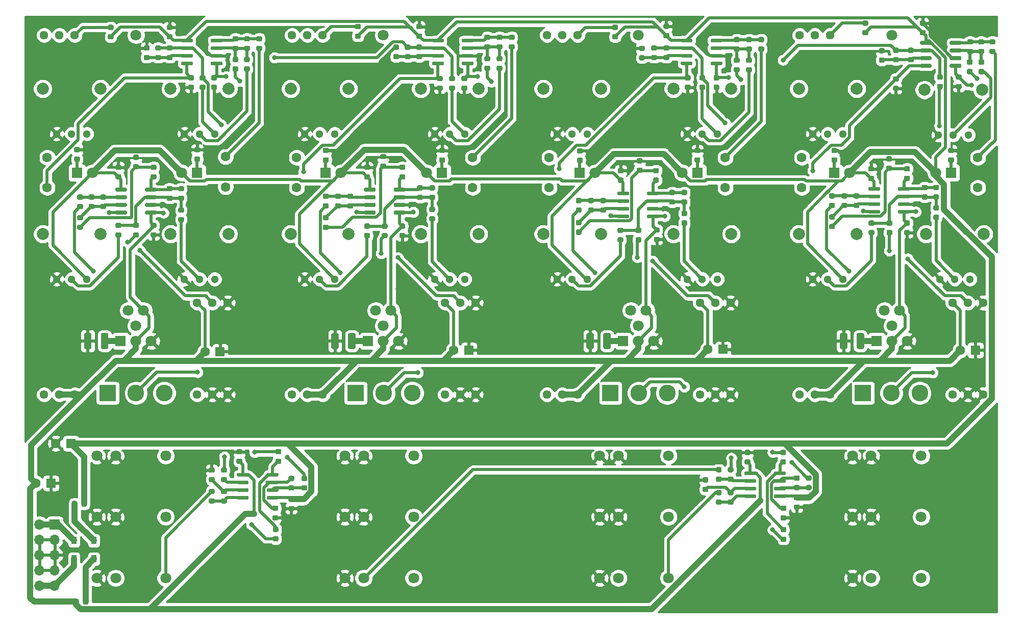
<source format=gbl>
G04 #@! TF.GenerationSoftware,KiCad,Pcbnew,(5.1.6-0-10_14)*
G04 #@! TF.CreationDate,2022-03-15T09:33:00+00:00*
G04 #@! TF.ProjectId,Quad Tube VCA,51756164-2054-4756-9265-205643412e6b,rev?*
G04 #@! TF.SameCoordinates,Original*
G04 #@! TF.FileFunction,Copper,L2,Bot*
G04 #@! TF.FilePolarity,Positive*
%FSLAX46Y46*%
G04 Gerber Fmt 4.6, Leading zero omitted, Abs format (unit mm)*
G04 Created by KiCad (PCBNEW (5.1.6-0-10_14)) date 2022-03-15 09:33:00*
%MOMM*%
%LPD*%
G01*
G04 APERTURE LIST*
G04 #@! TA.AperFunction,SMDPad,CuDef*
%ADD10R,0.900000X1.200000*%
G04 #@! TD*
G04 #@! TA.AperFunction,ComponentPad*
%ADD11C,2.775000*%
G04 #@! TD*
G04 #@! TA.AperFunction,ComponentPad*
%ADD12R,2.775000X2.775000*%
G04 #@! TD*
G04 #@! TA.AperFunction,ComponentPad*
%ADD13C,1.600000*%
G04 #@! TD*
G04 #@! TA.AperFunction,ComponentPad*
%ADD14R,1.600000X1.600000*%
G04 #@! TD*
G04 #@! TA.AperFunction,ComponentPad*
%ADD15C,1.800000*%
G04 #@! TD*
G04 #@! TA.AperFunction,ComponentPad*
%ADD16R,1.800000X1.800000*%
G04 #@! TD*
G04 #@! TA.AperFunction,ComponentPad*
%ADD17C,1.300000*%
G04 #@! TD*
G04 #@! TA.AperFunction,ComponentPad*
%ADD18C,2.000000*%
G04 #@! TD*
G04 #@! TA.AperFunction,ComponentPad*
%ADD19C,1.440000*%
G04 #@! TD*
G04 #@! TA.AperFunction,ComponentPad*
%ADD20O,1.700000X1.700000*%
G04 #@! TD*
G04 #@! TA.AperFunction,ComponentPad*
%ADD21R,1.700000X1.700000*%
G04 #@! TD*
G04 #@! TA.AperFunction,ViaPad*
%ADD22C,0.800000*%
G04 #@! TD*
G04 #@! TA.AperFunction,Conductor*
%ADD23C,0.500000*%
G04 #@! TD*
G04 #@! TA.AperFunction,Conductor*
%ADD24C,1.000000*%
G04 #@! TD*
G04 #@! TA.AperFunction,Conductor*
%ADD25C,0.254000*%
G04 #@! TD*
G04 APERTURE END LIST*
G04 #@! TA.AperFunction,SMDPad,CuDef*
G36*
G01*
X203123500Y-97985000D02*
X203123500Y-100135000D01*
G75*
G02*
X202873500Y-100385000I-250000J0D01*
G01*
X202123500Y-100385000D01*
G75*
G02*
X201873500Y-100135000I0J250000D01*
G01*
X201873500Y-97985000D01*
G75*
G02*
X202123500Y-97735000I250000J0D01*
G01*
X202873500Y-97735000D01*
G75*
G02*
X203123500Y-97985000I0J-250000D01*
G01*
G37*
G04 #@! TD.AperFunction*
G04 #@! TA.AperFunction,SMDPad,CuDef*
G36*
G01*
X205923500Y-97985000D02*
X205923500Y-100135000D01*
G75*
G02*
X205673500Y-100385000I-250000J0D01*
G01*
X204923500Y-100385000D01*
G75*
G02*
X204673500Y-100135000I0J250000D01*
G01*
X204673500Y-97985000D01*
G75*
G02*
X204923500Y-97735000I250000J0D01*
G01*
X205673500Y-97735000D01*
G75*
G02*
X205923500Y-97985000I0J-250000D01*
G01*
G37*
G04 #@! TD.AperFunction*
G04 #@! TA.AperFunction,SMDPad,CuDef*
G36*
G01*
X161086500Y-97985000D02*
X161086500Y-100135000D01*
G75*
G02*
X160836500Y-100385000I-250000J0D01*
G01*
X160086500Y-100385000D01*
G75*
G02*
X159836500Y-100135000I0J250000D01*
G01*
X159836500Y-97985000D01*
G75*
G02*
X160086500Y-97735000I250000J0D01*
G01*
X160836500Y-97735000D01*
G75*
G02*
X161086500Y-97985000I0J-250000D01*
G01*
G37*
G04 #@! TD.AperFunction*
G04 #@! TA.AperFunction,SMDPad,CuDef*
G36*
G01*
X163886500Y-97985000D02*
X163886500Y-100135000D01*
G75*
G02*
X163636500Y-100385000I-250000J0D01*
G01*
X162886500Y-100385000D01*
G75*
G02*
X162636500Y-100135000I0J250000D01*
G01*
X162636500Y-97985000D01*
G75*
G02*
X162886500Y-97735000I250000J0D01*
G01*
X163636500Y-97735000D01*
G75*
G02*
X163886500Y-97985000I0J-250000D01*
G01*
G37*
G04 #@! TD.AperFunction*
G04 #@! TA.AperFunction,SMDPad,CuDef*
G36*
G01*
X118732000Y-97985000D02*
X118732000Y-100135000D01*
G75*
G02*
X118482000Y-100385000I-250000J0D01*
G01*
X117732000Y-100385000D01*
G75*
G02*
X117482000Y-100135000I0J250000D01*
G01*
X117482000Y-97985000D01*
G75*
G02*
X117732000Y-97735000I250000J0D01*
G01*
X118482000Y-97735000D01*
G75*
G02*
X118732000Y-97985000I0J-250000D01*
G01*
G37*
G04 #@! TD.AperFunction*
G04 #@! TA.AperFunction,SMDPad,CuDef*
G36*
G01*
X121532000Y-97985000D02*
X121532000Y-100135000D01*
G75*
G02*
X121282000Y-100385000I-250000J0D01*
G01*
X120532000Y-100385000D01*
G75*
G02*
X120282000Y-100135000I0J250000D01*
G01*
X120282000Y-97985000D01*
G75*
G02*
X120532000Y-97735000I250000J0D01*
G01*
X121282000Y-97735000D01*
G75*
G02*
X121532000Y-97985000I0J-250000D01*
G01*
G37*
G04 #@! TD.AperFunction*
G04 #@! TA.AperFunction,SMDPad,CuDef*
G36*
G01*
X77711000Y-97985000D02*
X77711000Y-100135000D01*
G75*
G02*
X77461000Y-100385000I-250000J0D01*
G01*
X76711000Y-100385000D01*
G75*
G02*
X76461000Y-100135000I0J250000D01*
G01*
X76461000Y-97985000D01*
G75*
G02*
X76711000Y-97735000I250000J0D01*
G01*
X77461000Y-97735000D01*
G75*
G02*
X77711000Y-97985000I0J-250000D01*
G01*
G37*
G04 #@! TD.AperFunction*
G04 #@! TA.AperFunction,SMDPad,CuDef*
G36*
G01*
X80511000Y-97985000D02*
X80511000Y-100135000D01*
G75*
G02*
X80261000Y-100385000I-250000J0D01*
G01*
X79511000Y-100385000D01*
G75*
G02*
X79261000Y-100135000I0J250000D01*
G01*
X79261000Y-97985000D01*
G75*
G02*
X79511000Y-97735000I250000J0D01*
G01*
X80261000Y-97735000D01*
G75*
G02*
X80511000Y-97985000I0J-250000D01*
G01*
G37*
G04 #@! TD.AperFunction*
G04 #@! TA.AperFunction,SMDPad,CuDef*
G36*
G01*
X217130500Y-49380000D02*
X217130500Y-49680000D01*
G75*
G02*
X216980500Y-49830000I-150000J0D01*
G01*
X215330500Y-49830000D01*
G75*
G02*
X215180500Y-49680000I0J150000D01*
G01*
X215180500Y-49380000D01*
G75*
G02*
X215330500Y-49230000I150000J0D01*
G01*
X216980500Y-49230000D01*
G75*
G02*
X217130500Y-49380000I0J-150000D01*
G01*
G37*
G04 #@! TD.AperFunction*
G04 #@! TA.AperFunction,SMDPad,CuDef*
G36*
G01*
X217130500Y-50650000D02*
X217130500Y-50950000D01*
G75*
G02*
X216980500Y-51100000I-150000J0D01*
G01*
X215330500Y-51100000D01*
G75*
G02*
X215180500Y-50950000I0J150000D01*
G01*
X215180500Y-50650000D01*
G75*
G02*
X215330500Y-50500000I150000J0D01*
G01*
X216980500Y-50500000D01*
G75*
G02*
X217130500Y-50650000I0J-150000D01*
G01*
G37*
G04 #@! TD.AperFunction*
G04 #@! TA.AperFunction,SMDPad,CuDef*
G36*
G01*
X217130500Y-51920000D02*
X217130500Y-52220000D01*
G75*
G02*
X216980500Y-52370000I-150000J0D01*
G01*
X215330500Y-52370000D01*
G75*
G02*
X215180500Y-52220000I0J150000D01*
G01*
X215180500Y-51920000D01*
G75*
G02*
X215330500Y-51770000I150000J0D01*
G01*
X216980500Y-51770000D01*
G75*
G02*
X217130500Y-51920000I0J-150000D01*
G01*
G37*
G04 #@! TD.AperFunction*
G04 #@! TA.AperFunction,SMDPad,CuDef*
G36*
G01*
X217130500Y-53190000D02*
X217130500Y-53490000D01*
G75*
G02*
X216980500Y-53640000I-150000J0D01*
G01*
X215330500Y-53640000D01*
G75*
G02*
X215180500Y-53490000I0J150000D01*
G01*
X215180500Y-53190000D01*
G75*
G02*
X215330500Y-53040000I150000J0D01*
G01*
X216980500Y-53040000D01*
G75*
G02*
X217130500Y-53190000I0J-150000D01*
G01*
G37*
G04 #@! TD.AperFunction*
G04 #@! TA.AperFunction,SMDPad,CuDef*
G36*
G01*
X222080500Y-53190000D02*
X222080500Y-53490000D01*
G75*
G02*
X221930500Y-53640000I-150000J0D01*
G01*
X220280500Y-53640000D01*
G75*
G02*
X220130500Y-53490000I0J150000D01*
G01*
X220130500Y-53190000D01*
G75*
G02*
X220280500Y-53040000I150000J0D01*
G01*
X221930500Y-53040000D01*
G75*
G02*
X222080500Y-53190000I0J-150000D01*
G01*
G37*
G04 #@! TD.AperFunction*
G04 #@! TA.AperFunction,SMDPad,CuDef*
G36*
G01*
X222080500Y-51920000D02*
X222080500Y-52220000D01*
G75*
G02*
X221930500Y-52370000I-150000J0D01*
G01*
X220280500Y-52370000D01*
G75*
G02*
X220130500Y-52220000I0J150000D01*
G01*
X220130500Y-51920000D01*
G75*
G02*
X220280500Y-51770000I150000J0D01*
G01*
X221930500Y-51770000D01*
G75*
G02*
X222080500Y-51920000I0J-150000D01*
G01*
G37*
G04 #@! TD.AperFunction*
G04 #@! TA.AperFunction,SMDPad,CuDef*
G36*
G01*
X222080500Y-50650000D02*
X222080500Y-50950000D01*
G75*
G02*
X221930500Y-51100000I-150000J0D01*
G01*
X220280500Y-51100000D01*
G75*
G02*
X220130500Y-50950000I0J150000D01*
G01*
X220130500Y-50650000D01*
G75*
G02*
X220280500Y-50500000I150000J0D01*
G01*
X221930500Y-50500000D01*
G75*
G02*
X222080500Y-50650000I0J-150000D01*
G01*
G37*
G04 #@! TD.AperFunction*
G04 #@! TA.AperFunction,SMDPad,CuDef*
G36*
G01*
X222080500Y-49380000D02*
X222080500Y-49680000D01*
G75*
G02*
X221930500Y-49830000I-150000J0D01*
G01*
X220280500Y-49830000D01*
G75*
G02*
X220130500Y-49680000I0J150000D01*
G01*
X220130500Y-49380000D01*
G75*
G02*
X220280500Y-49230000I150000J0D01*
G01*
X221930500Y-49230000D01*
G75*
G02*
X222080500Y-49380000I0J-150000D01*
G01*
G37*
G04 #@! TD.AperFunction*
G04 #@! TA.AperFunction,SMDPad,CuDef*
G36*
G01*
X190984000Y-124991000D02*
X190984000Y-124691000D01*
G75*
G02*
X191134000Y-124541000I150000J0D01*
G01*
X192784000Y-124541000D01*
G75*
G02*
X192934000Y-124691000I0J-150000D01*
G01*
X192934000Y-124991000D01*
G75*
G02*
X192784000Y-125141000I-150000J0D01*
G01*
X191134000Y-125141000D01*
G75*
G02*
X190984000Y-124991000I0J150000D01*
G01*
G37*
G04 #@! TD.AperFunction*
G04 #@! TA.AperFunction,SMDPad,CuDef*
G36*
G01*
X190984000Y-123721000D02*
X190984000Y-123421000D01*
G75*
G02*
X191134000Y-123271000I150000J0D01*
G01*
X192784000Y-123271000D01*
G75*
G02*
X192934000Y-123421000I0J-150000D01*
G01*
X192934000Y-123721000D01*
G75*
G02*
X192784000Y-123871000I-150000J0D01*
G01*
X191134000Y-123871000D01*
G75*
G02*
X190984000Y-123721000I0J150000D01*
G01*
G37*
G04 #@! TD.AperFunction*
G04 #@! TA.AperFunction,SMDPad,CuDef*
G36*
G01*
X190984000Y-122451000D02*
X190984000Y-122151000D01*
G75*
G02*
X191134000Y-122001000I150000J0D01*
G01*
X192784000Y-122001000D01*
G75*
G02*
X192934000Y-122151000I0J-150000D01*
G01*
X192934000Y-122451000D01*
G75*
G02*
X192784000Y-122601000I-150000J0D01*
G01*
X191134000Y-122601000D01*
G75*
G02*
X190984000Y-122451000I0J150000D01*
G01*
G37*
G04 #@! TD.AperFunction*
G04 #@! TA.AperFunction,SMDPad,CuDef*
G36*
G01*
X190984000Y-121181000D02*
X190984000Y-120881000D01*
G75*
G02*
X191134000Y-120731000I150000J0D01*
G01*
X192784000Y-120731000D01*
G75*
G02*
X192934000Y-120881000I0J-150000D01*
G01*
X192934000Y-121181000D01*
G75*
G02*
X192784000Y-121331000I-150000J0D01*
G01*
X191134000Y-121331000D01*
G75*
G02*
X190984000Y-121181000I0J150000D01*
G01*
G37*
G04 #@! TD.AperFunction*
G04 #@! TA.AperFunction,SMDPad,CuDef*
G36*
G01*
X186034000Y-121181000D02*
X186034000Y-120881000D01*
G75*
G02*
X186184000Y-120731000I150000J0D01*
G01*
X187834000Y-120731000D01*
G75*
G02*
X187984000Y-120881000I0J-150000D01*
G01*
X187984000Y-121181000D01*
G75*
G02*
X187834000Y-121331000I-150000J0D01*
G01*
X186184000Y-121331000D01*
G75*
G02*
X186034000Y-121181000I0J150000D01*
G01*
G37*
G04 #@! TD.AperFunction*
G04 #@! TA.AperFunction,SMDPad,CuDef*
G36*
G01*
X186034000Y-122451000D02*
X186034000Y-122151000D01*
G75*
G02*
X186184000Y-122001000I150000J0D01*
G01*
X187834000Y-122001000D01*
G75*
G02*
X187984000Y-122151000I0J-150000D01*
G01*
X187984000Y-122451000D01*
G75*
G02*
X187834000Y-122601000I-150000J0D01*
G01*
X186184000Y-122601000D01*
G75*
G02*
X186034000Y-122451000I0J150000D01*
G01*
G37*
G04 #@! TD.AperFunction*
G04 #@! TA.AperFunction,SMDPad,CuDef*
G36*
G01*
X186034000Y-123721000D02*
X186034000Y-123421000D01*
G75*
G02*
X186184000Y-123271000I150000J0D01*
G01*
X187834000Y-123271000D01*
G75*
G02*
X187984000Y-123421000I0J-150000D01*
G01*
X187984000Y-123721000D01*
G75*
G02*
X187834000Y-123871000I-150000J0D01*
G01*
X186184000Y-123871000D01*
G75*
G02*
X186034000Y-123721000I0J150000D01*
G01*
G37*
G04 #@! TD.AperFunction*
G04 #@! TA.AperFunction,SMDPad,CuDef*
G36*
G01*
X186034000Y-124991000D02*
X186034000Y-124691000D01*
G75*
G02*
X186184000Y-124541000I150000J0D01*
G01*
X187834000Y-124541000D01*
G75*
G02*
X187984000Y-124691000I0J-150000D01*
G01*
X187984000Y-124991000D01*
G75*
G02*
X187834000Y-125141000I-150000J0D01*
G01*
X186184000Y-125141000D01*
G75*
G02*
X186034000Y-124991000I0J150000D01*
G01*
G37*
G04 #@! TD.AperFunction*
G04 #@! TA.AperFunction,SMDPad,CuDef*
G36*
G01*
X177443000Y-48999000D02*
X177443000Y-49299000D01*
G75*
G02*
X177293000Y-49449000I-150000J0D01*
G01*
X175643000Y-49449000D01*
G75*
G02*
X175493000Y-49299000I0J150000D01*
G01*
X175493000Y-48999000D01*
G75*
G02*
X175643000Y-48849000I150000J0D01*
G01*
X177293000Y-48849000D01*
G75*
G02*
X177443000Y-48999000I0J-150000D01*
G01*
G37*
G04 #@! TD.AperFunction*
G04 #@! TA.AperFunction,SMDPad,CuDef*
G36*
G01*
X177443000Y-50269000D02*
X177443000Y-50569000D01*
G75*
G02*
X177293000Y-50719000I-150000J0D01*
G01*
X175643000Y-50719000D01*
G75*
G02*
X175493000Y-50569000I0J150000D01*
G01*
X175493000Y-50269000D01*
G75*
G02*
X175643000Y-50119000I150000J0D01*
G01*
X177293000Y-50119000D01*
G75*
G02*
X177443000Y-50269000I0J-150000D01*
G01*
G37*
G04 #@! TD.AperFunction*
G04 #@! TA.AperFunction,SMDPad,CuDef*
G36*
G01*
X177443000Y-51539000D02*
X177443000Y-51839000D01*
G75*
G02*
X177293000Y-51989000I-150000J0D01*
G01*
X175643000Y-51989000D01*
G75*
G02*
X175493000Y-51839000I0J150000D01*
G01*
X175493000Y-51539000D01*
G75*
G02*
X175643000Y-51389000I150000J0D01*
G01*
X177293000Y-51389000D01*
G75*
G02*
X177443000Y-51539000I0J-150000D01*
G01*
G37*
G04 #@! TD.AperFunction*
G04 #@! TA.AperFunction,SMDPad,CuDef*
G36*
G01*
X177443000Y-52809000D02*
X177443000Y-53109000D01*
G75*
G02*
X177293000Y-53259000I-150000J0D01*
G01*
X175643000Y-53259000D01*
G75*
G02*
X175493000Y-53109000I0J150000D01*
G01*
X175493000Y-52809000D01*
G75*
G02*
X175643000Y-52659000I150000J0D01*
G01*
X177293000Y-52659000D01*
G75*
G02*
X177443000Y-52809000I0J-150000D01*
G01*
G37*
G04 #@! TD.AperFunction*
G04 #@! TA.AperFunction,SMDPad,CuDef*
G36*
G01*
X182393000Y-52809000D02*
X182393000Y-53109000D01*
G75*
G02*
X182243000Y-53259000I-150000J0D01*
G01*
X180593000Y-53259000D01*
G75*
G02*
X180443000Y-53109000I0J150000D01*
G01*
X180443000Y-52809000D01*
G75*
G02*
X180593000Y-52659000I150000J0D01*
G01*
X182243000Y-52659000D01*
G75*
G02*
X182393000Y-52809000I0J-150000D01*
G01*
G37*
G04 #@! TD.AperFunction*
G04 #@! TA.AperFunction,SMDPad,CuDef*
G36*
G01*
X182393000Y-51539000D02*
X182393000Y-51839000D01*
G75*
G02*
X182243000Y-51989000I-150000J0D01*
G01*
X180593000Y-51989000D01*
G75*
G02*
X180443000Y-51839000I0J150000D01*
G01*
X180443000Y-51539000D01*
G75*
G02*
X180593000Y-51389000I150000J0D01*
G01*
X182243000Y-51389000D01*
G75*
G02*
X182393000Y-51539000I0J-150000D01*
G01*
G37*
G04 #@! TD.AperFunction*
G04 #@! TA.AperFunction,SMDPad,CuDef*
G36*
G01*
X182393000Y-50269000D02*
X182393000Y-50569000D01*
G75*
G02*
X182243000Y-50719000I-150000J0D01*
G01*
X180593000Y-50719000D01*
G75*
G02*
X180443000Y-50569000I0J150000D01*
G01*
X180443000Y-50269000D01*
G75*
G02*
X180593000Y-50119000I150000J0D01*
G01*
X182243000Y-50119000D01*
G75*
G02*
X182393000Y-50269000I0J-150000D01*
G01*
G37*
G04 #@! TD.AperFunction*
G04 #@! TA.AperFunction,SMDPad,CuDef*
G36*
G01*
X182393000Y-48999000D02*
X182393000Y-49299000D01*
G75*
G02*
X182243000Y-49449000I-150000J0D01*
G01*
X180593000Y-49449000D01*
G75*
G02*
X180443000Y-49299000I0J150000D01*
G01*
X180443000Y-48999000D01*
G75*
G02*
X180593000Y-48849000I150000J0D01*
G01*
X182243000Y-48849000D01*
G75*
G02*
X182393000Y-48999000I0J-150000D01*
G01*
G37*
G04 #@! TD.AperFunction*
G04 #@! TA.AperFunction,SMDPad,CuDef*
G36*
G01*
X136168000Y-48999000D02*
X136168000Y-49299000D01*
G75*
G02*
X136018000Y-49449000I-150000J0D01*
G01*
X134368000Y-49449000D01*
G75*
G02*
X134218000Y-49299000I0J150000D01*
G01*
X134218000Y-48999000D01*
G75*
G02*
X134368000Y-48849000I150000J0D01*
G01*
X136018000Y-48849000D01*
G75*
G02*
X136168000Y-48999000I0J-150000D01*
G01*
G37*
G04 #@! TD.AperFunction*
G04 #@! TA.AperFunction,SMDPad,CuDef*
G36*
G01*
X136168000Y-50269000D02*
X136168000Y-50569000D01*
G75*
G02*
X136018000Y-50719000I-150000J0D01*
G01*
X134368000Y-50719000D01*
G75*
G02*
X134218000Y-50569000I0J150000D01*
G01*
X134218000Y-50269000D01*
G75*
G02*
X134368000Y-50119000I150000J0D01*
G01*
X136018000Y-50119000D01*
G75*
G02*
X136168000Y-50269000I0J-150000D01*
G01*
G37*
G04 #@! TD.AperFunction*
G04 #@! TA.AperFunction,SMDPad,CuDef*
G36*
G01*
X136168000Y-51539000D02*
X136168000Y-51839000D01*
G75*
G02*
X136018000Y-51989000I-150000J0D01*
G01*
X134368000Y-51989000D01*
G75*
G02*
X134218000Y-51839000I0J150000D01*
G01*
X134218000Y-51539000D01*
G75*
G02*
X134368000Y-51389000I150000J0D01*
G01*
X136018000Y-51389000D01*
G75*
G02*
X136168000Y-51539000I0J-150000D01*
G01*
G37*
G04 #@! TD.AperFunction*
G04 #@! TA.AperFunction,SMDPad,CuDef*
G36*
G01*
X136168000Y-52809000D02*
X136168000Y-53109000D01*
G75*
G02*
X136018000Y-53259000I-150000J0D01*
G01*
X134368000Y-53259000D01*
G75*
G02*
X134218000Y-53109000I0J150000D01*
G01*
X134218000Y-52809000D01*
G75*
G02*
X134368000Y-52659000I150000J0D01*
G01*
X136018000Y-52659000D01*
G75*
G02*
X136168000Y-52809000I0J-150000D01*
G01*
G37*
G04 #@! TD.AperFunction*
G04 #@! TA.AperFunction,SMDPad,CuDef*
G36*
G01*
X141118000Y-52809000D02*
X141118000Y-53109000D01*
G75*
G02*
X140968000Y-53259000I-150000J0D01*
G01*
X139318000Y-53259000D01*
G75*
G02*
X139168000Y-53109000I0J150000D01*
G01*
X139168000Y-52809000D01*
G75*
G02*
X139318000Y-52659000I150000J0D01*
G01*
X140968000Y-52659000D01*
G75*
G02*
X141118000Y-52809000I0J-150000D01*
G01*
G37*
G04 #@! TD.AperFunction*
G04 #@! TA.AperFunction,SMDPad,CuDef*
G36*
G01*
X141118000Y-51539000D02*
X141118000Y-51839000D01*
G75*
G02*
X140968000Y-51989000I-150000J0D01*
G01*
X139318000Y-51989000D01*
G75*
G02*
X139168000Y-51839000I0J150000D01*
G01*
X139168000Y-51539000D01*
G75*
G02*
X139318000Y-51389000I150000J0D01*
G01*
X140968000Y-51389000D01*
G75*
G02*
X141118000Y-51539000I0J-150000D01*
G01*
G37*
G04 #@! TD.AperFunction*
G04 #@! TA.AperFunction,SMDPad,CuDef*
G36*
G01*
X141118000Y-50269000D02*
X141118000Y-50569000D01*
G75*
G02*
X140968000Y-50719000I-150000J0D01*
G01*
X139318000Y-50719000D01*
G75*
G02*
X139168000Y-50569000I0J150000D01*
G01*
X139168000Y-50269000D01*
G75*
G02*
X139318000Y-50119000I150000J0D01*
G01*
X140968000Y-50119000D01*
G75*
G02*
X141118000Y-50269000I0J-150000D01*
G01*
G37*
G04 #@! TD.AperFunction*
G04 #@! TA.AperFunction,SMDPad,CuDef*
G36*
G01*
X141118000Y-48999000D02*
X141118000Y-49299000D01*
G75*
G02*
X140968000Y-49449000I-150000J0D01*
G01*
X139318000Y-49449000D01*
G75*
G02*
X139168000Y-49299000I0J150000D01*
G01*
X139168000Y-48999000D01*
G75*
G02*
X139318000Y-48849000I150000J0D01*
G01*
X140968000Y-48849000D01*
G75*
G02*
X141118000Y-48999000I0J-150000D01*
G01*
G37*
G04 #@! TD.AperFunction*
G04 #@! TA.AperFunction,SMDPad,CuDef*
G36*
G01*
X106783000Y-125245000D02*
X106783000Y-124945000D01*
G75*
G02*
X106933000Y-124795000I150000J0D01*
G01*
X108583000Y-124795000D01*
G75*
G02*
X108733000Y-124945000I0J-150000D01*
G01*
X108733000Y-125245000D01*
G75*
G02*
X108583000Y-125395000I-150000J0D01*
G01*
X106933000Y-125395000D01*
G75*
G02*
X106783000Y-125245000I0J150000D01*
G01*
G37*
G04 #@! TD.AperFunction*
G04 #@! TA.AperFunction,SMDPad,CuDef*
G36*
G01*
X106783000Y-123975000D02*
X106783000Y-123675000D01*
G75*
G02*
X106933000Y-123525000I150000J0D01*
G01*
X108583000Y-123525000D01*
G75*
G02*
X108733000Y-123675000I0J-150000D01*
G01*
X108733000Y-123975000D01*
G75*
G02*
X108583000Y-124125000I-150000J0D01*
G01*
X106933000Y-124125000D01*
G75*
G02*
X106783000Y-123975000I0J150000D01*
G01*
G37*
G04 #@! TD.AperFunction*
G04 #@! TA.AperFunction,SMDPad,CuDef*
G36*
G01*
X106783000Y-122705000D02*
X106783000Y-122405000D01*
G75*
G02*
X106933000Y-122255000I150000J0D01*
G01*
X108583000Y-122255000D01*
G75*
G02*
X108733000Y-122405000I0J-150000D01*
G01*
X108733000Y-122705000D01*
G75*
G02*
X108583000Y-122855000I-150000J0D01*
G01*
X106933000Y-122855000D01*
G75*
G02*
X106783000Y-122705000I0J150000D01*
G01*
G37*
G04 #@! TD.AperFunction*
G04 #@! TA.AperFunction,SMDPad,CuDef*
G36*
G01*
X106783000Y-121435000D02*
X106783000Y-121135000D01*
G75*
G02*
X106933000Y-120985000I150000J0D01*
G01*
X108583000Y-120985000D01*
G75*
G02*
X108733000Y-121135000I0J-150000D01*
G01*
X108733000Y-121435000D01*
G75*
G02*
X108583000Y-121585000I-150000J0D01*
G01*
X106933000Y-121585000D01*
G75*
G02*
X106783000Y-121435000I0J150000D01*
G01*
G37*
G04 #@! TD.AperFunction*
G04 #@! TA.AperFunction,SMDPad,CuDef*
G36*
G01*
X101833000Y-121435000D02*
X101833000Y-121135000D01*
G75*
G02*
X101983000Y-120985000I150000J0D01*
G01*
X103633000Y-120985000D01*
G75*
G02*
X103783000Y-121135000I0J-150000D01*
G01*
X103783000Y-121435000D01*
G75*
G02*
X103633000Y-121585000I-150000J0D01*
G01*
X101983000Y-121585000D01*
G75*
G02*
X101833000Y-121435000I0J150000D01*
G01*
G37*
G04 #@! TD.AperFunction*
G04 #@! TA.AperFunction,SMDPad,CuDef*
G36*
G01*
X101833000Y-122705000D02*
X101833000Y-122405000D01*
G75*
G02*
X101983000Y-122255000I150000J0D01*
G01*
X103633000Y-122255000D01*
G75*
G02*
X103783000Y-122405000I0J-150000D01*
G01*
X103783000Y-122705000D01*
G75*
G02*
X103633000Y-122855000I-150000J0D01*
G01*
X101983000Y-122855000D01*
G75*
G02*
X101833000Y-122705000I0J150000D01*
G01*
G37*
G04 #@! TD.AperFunction*
G04 #@! TA.AperFunction,SMDPad,CuDef*
G36*
G01*
X101833000Y-123975000D02*
X101833000Y-123675000D01*
G75*
G02*
X101983000Y-123525000I150000J0D01*
G01*
X103633000Y-123525000D01*
G75*
G02*
X103783000Y-123675000I0J-150000D01*
G01*
X103783000Y-123975000D01*
G75*
G02*
X103633000Y-124125000I-150000J0D01*
G01*
X101983000Y-124125000D01*
G75*
G02*
X101833000Y-123975000I0J150000D01*
G01*
G37*
G04 #@! TD.AperFunction*
G04 #@! TA.AperFunction,SMDPad,CuDef*
G36*
G01*
X101833000Y-125245000D02*
X101833000Y-124945000D01*
G75*
G02*
X101983000Y-124795000I150000J0D01*
G01*
X103633000Y-124795000D01*
G75*
G02*
X103783000Y-124945000I0J-150000D01*
G01*
X103783000Y-125245000D01*
G75*
G02*
X103633000Y-125395000I-150000J0D01*
G01*
X101983000Y-125395000D01*
G75*
G02*
X101833000Y-125245000I0J150000D01*
G01*
G37*
G04 #@! TD.AperFunction*
G04 #@! TA.AperFunction,SMDPad,CuDef*
G36*
G01*
X94512000Y-48999000D02*
X94512000Y-49299000D01*
G75*
G02*
X94362000Y-49449000I-150000J0D01*
G01*
X92712000Y-49449000D01*
G75*
G02*
X92562000Y-49299000I0J150000D01*
G01*
X92562000Y-48999000D01*
G75*
G02*
X92712000Y-48849000I150000J0D01*
G01*
X94362000Y-48849000D01*
G75*
G02*
X94512000Y-48999000I0J-150000D01*
G01*
G37*
G04 #@! TD.AperFunction*
G04 #@! TA.AperFunction,SMDPad,CuDef*
G36*
G01*
X94512000Y-50269000D02*
X94512000Y-50569000D01*
G75*
G02*
X94362000Y-50719000I-150000J0D01*
G01*
X92712000Y-50719000D01*
G75*
G02*
X92562000Y-50569000I0J150000D01*
G01*
X92562000Y-50269000D01*
G75*
G02*
X92712000Y-50119000I150000J0D01*
G01*
X94362000Y-50119000D01*
G75*
G02*
X94512000Y-50269000I0J-150000D01*
G01*
G37*
G04 #@! TD.AperFunction*
G04 #@! TA.AperFunction,SMDPad,CuDef*
G36*
G01*
X94512000Y-51539000D02*
X94512000Y-51839000D01*
G75*
G02*
X94362000Y-51989000I-150000J0D01*
G01*
X92712000Y-51989000D01*
G75*
G02*
X92562000Y-51839000I0J150000D01*
G01*
X92562000Y-51539000D01*
G75*
G02*
X92712000Y-51389000I150000J0D01*
G01*
X94362000Y-51389000D01*
G75*
G02*
X94512000Y-51539000I0J-150000D01*
G01*
G37*
G04 #@! TD.AperFunction*
G04 #@! TA.AperFunction,SMDPad,CuDef*
G36*
G01*
X94512000Y-52809000D02*
X94512000Y-53109000D01*
G75*
G02*
X94362000Y-53259000I-150000J0D01*
G01*
X92712000Y-53259000D01*
G75*
G02*
X92562000Y-53109000I0J150000D01*
G01*
X92562000Y-52809000D01*
G75*
G02*
X92712000Y-52659000I150000J0D01*
G01*
X94362000Y-52659000D01*
G75*
G02*
X94512000Y-52809000I0J-150000D01*
G01*
G37*
G04 #@! TD.AperFunction*
G04 #@! TA.AperFunction,SMDPad,CuDef*
G36*
G01*
X99462000Y-52809000D02*
X99462000Y-53109000D01*
G75*
G02*
X99312000Y-53259000I-150000J0D01*
G01*
X97662000Y-53259000D01*
G75*
G02*
X97512000Y-53109000I0J150000D01*
G01*
X97512000Y-52809000D01*
G75*
G02*
X97662000Y-52659000I150000J0D01*
G01*
X99312000Y-52659000D01*
G75*
G02*
X99462000Y-52809000I0J-150000D01*
G01*
G37*
G04 #@! TD.AperFunction*
G04 #@! TA.AperFunction,SMDPad,CuDef*
G36*
G01*
X99462000Y-51539000D02*
X99462000Y-51839000D01*
G75*
G02*
X99312000Y-51989000I-150000J0D01*
G01*
X97662000Y-51989000D01*
G75*
G02*
X97512000Y-51839000I0J150000D01*
G01*
X97512000Y-51539000D01*
G75*
G02*
X97662000Y-51389000I150000J0D01*
G01*
X99312000Y-51389000D01*
G75*
G02*
X99462000Y-51539000I0J-150000D01*
G01*
G37*
G04 #@! TD.AperFunction*
G04 #@! TA.AperFunction,SMDPad,CuDef*
G36*
G01*
X99462000Y-50269000D02*
X99462000Y-50569000D01*
G75*
G02*
X99312000Y-50719000I-150000J0D01*
G01*
X97662000Y-50719000D01*
G75*
G02*
X97512000Y-50569000I0J150000D01*
G01*
X97512000Y-50269000D01*
G75*
G02*
X97662000Y-50119000I150000J0D01*
G01*
X99312000Y-50119000D01*
G75*
G02*
X99462000Y-50269000I0J-150000D01*
G01*
G37*
G04 #@! TD.AperFunction*
G04 #@! TA.AperFunction,SMDPad,CuDef*
G36*
G01*
X99462000Y-48999000D02*
X99462000Y-49299000D01*
G75*
G02*
X99312000Y-49449000I-150000J0D01*
G01*
X97662000Y-49449000D01*
G75*
G02*
X97512000Y-49299000I0J150000D01*
G01*
X97512000Y-48999000D01*
G75*
G02*
X97662000Y-48849000I150000J0D01*
G01*
X99312000Y-48849000D01*
G75*
G02*
X99462000Y-48999000I0J-150000D01*
G01*
G37*
G04 #@! TD.AperFunction*
G04 #@! TA.AperFunction,SMDPad,CuDef*
G36*
G01*
X186306750Y-118714000D02*
X186819250Y-118714000D01*
G75*
G02*
X187038000Y-118932750I0J-218750D01*
G01*
X187038000Y-119370250D01*
G75*
G02*
X186819250Y-119589000I-218750J0D01*
G01*
X186306750Y-119589000D01*
G75*
G02*
X186088000Y-119370250I0J218750D01*
G01*
X186088000Y-118932750D01*
G75*
G02*
X186306750Y-118714000I218750J0D01*
G01*
G37*
G04 #@! TD.AperFunction*
G04 #@! TA.AperFunction,SMDPad,CuDef*
G36*
G01*
X186306750Y-117139000D02*
X186819250Y-117139000D01*
G75*
G02*
X187038000Y-117357750I0J-218750D01*
G01*
X187038000Y-117795250D01*
G75*
G02*
X186819250Y-118014000I-218750J0D01*
G01*
X186306750Y-118014000D01*
G75*
G02*
X186088000Y-117795250I0J218750D01*
G01*
X186088000Y-117357750D01*
G75*
G02*
X186306750Y-117139000I218750J0D01*
G01*
G37*
G04 #@! TD.AperFunction*
G04 #@! TA.AperFunction,SMDPad,CuDef*
G36*
G01*
X194498250Y-126207000D02*
X195010750Y-126207000D01*
G75*
G02*
X195229500Y-126425750I0J-218750D01*
G01*
X195229500Y-126863250D01*
G75*
G02*
X195010750Y-127082000I-218750J0D01*
G01*
X194498250Y-127082000D01*
G75*
G02*
X194279500Y-126863250I0J218750D01*
G01*
X194279500Y-126425750D01*
G75*
G02*
X194498250Y-126207000I218750J0D01*
G01*
G37*
G04 #@! TD.AperFunction*
G04 #@! TA.AperFunction,SMDPad,CuDef*
G36*
G01*
X194498250Y-124632000D02*
X195010750Y-124632000D01*
G75*
G02*
X195229500Y-124850750I0J-218750D01*
G01*
X195229500Y-125288250D01*
G75*
G02*
X195010750Y-125507000I-218750J0D01*
G01*
X194498250Y-125507000D01*
G75*
G02*
X194279500Y-125288250I0J218750D01*
G01*
X194279500Y-124850750D01*
G75*
G02*
X194498250Y-124632000I218750J0D01*
G01*
G37*
G04 #@! TD.AperFunction*
G04 #@! TA.AperFunction,SMDPad,CuDef*
G36*
G01*
X101978750Y-118587000D02*
X102491250Y-118587000D01*
G75*
G02*
X102710000Y-118805750I0J-218750D01*
G01*
X102710000Y-119243250D01*
G75*
G02*
X102491250Y-119462000I-218750J0D01*
G01*
X101978750Y-119462000D01*
G75*
G02*
X101760000Y-119243250I0J218750D01*
G01*
X101760000Y-118805750D01*
G75*
G02*
X101978750Y-118587000I218750J0D01*
G01*
G37*
G04 #@! TD.AperFunction*
G04 #@! TA.AperFunction,SMDPad,CuDef*
G36*
G01*
X101978750Y-117012000D02*
X102491250Y-117012000D01*
G75*
G02*
X102710000Y-117230750I0J-218750D01*
G01*
X102710000Y-117668250D01*
G75*
G02*
X102491250Y-117887000I-218750J0D01*
G01*
X101978750Y-117887000D01*
G75*
G02*
X101760000Y-117668250I0J218750D01*
G01*
X101760000Y-117230750D01*
G75*
G02*
X101978750Y-117012000I218750J0D01*
G01*
G37*
G04 #@! TD.AperFunction*
G04 #@! TA.AperFunction,SMDPad,CuDef*
G36*
G01*
X110614750Y-126461000D02*
X111127250Y-126461000D01*
G75*
G02*
X111346000Y-126679750I0J-218750D01*
G01*
X111346000Y-127117250D01*
G75*
G02*
X111127250Y-127336000I-218750J0D01*
G01*
X110614750Y-127336000D01*
G75*
G02*
X110396000Y-127117250I0J218750D01*
G01*
X110396000Y-126679750D01*
G75*
G02*
X110614750Y-126461000I218750J0D01*
G01*
G37*
G04 #@! TD.AperFunction*
G04 #@! TA.AperFunction,SMDPad,CuDef*
G36*
G01*
X110614750Y-124886000D02*
X111127250Y-124886000D01*
G75*
G02*
X111346000Y-125104750I0J-218750D01*
G01*
X111346000Y-125542250D01*
G75*
G02*
X111127250Y-125761000I-218750J0D01*
G01*
X110614750Y-125761000D01*
G75*
G02*
X110396000Y-125542250I0J218750D01*
G01*
X110396000Y-125104750D01*
G75*
G02*
X110614750Y-124886000I218750J0D01*
G01*
G37*
G04 #@! TD.AperFunction*
G04 #@! TA.AperFunction,SMDPad,CuDef*
G36*
G01*
X192275750Y-127985000D02*
X192788250Y-127985000D01*
G75*
G02*
X193007000Y-128203750I0J-218750D01*
G01*
X193007000Y-128641250D01*
G75*
G02*
X192788250Y-128860000I-218750J0D01*
G01*
X192275750Y-128860000D01*
G75*
G02*
X192057000Y-128641250I0J218750D01*
G01*
X192057000Y-128203750D01*
G75*
G02*
X192275750Y-127985000I218750J0D01*
G01*
G37*
G04 #@! TD.AperFunction*
G04 #@! TA.AperFunction,SMDPad,CuDef*
G36*
G01*
X192275750Y-126410000D02*
X192788250Y-126410000D01*
G75*
G02*
X193007000Y-126628750I0J-218750D01*
G01*
X193007000Y-127066250D01*
G75*
G02*
X192788250Y-127285000I-218750J0D01*
G01*
X192275750Y-127285000D01*
G75*
G02*
X192057000Y-127066250I0J218750D01*
G01*
X192057000Y-126628750D01*
G75*
G02*
X192275750Y-126410000I218750J0D01*
G01*
G37*
G04 #@! TD.AperFunction*
G04 #@! TA.AperFunction,SMDPad,CuDef*
G36*
G01*
X179834250Y-122560500D02*
X179321750Y-122560500D01*
G75*
G02*
X179103000Y-122341750I0J218750D01*
G01*
X179103000Y-121904250D01*
G75*
G02*
X179321750Y-121685500I218750J0D01*
G01*
X179834250Y-121685500D01*
G75*
G02*
X180053000Y-121904250I0J-218750D01*
G01*
X180053000Y-122341750D01*
G75*
G02*
X179834250Y-122560500I-218750J0D01*
G01*
G37*
G04 #@! TD.AperFunction*
G04 #@! TA.AperFunction,SMDPad,CuDef*
G36*
G01*
X179834250Y-124135500D02*
X179321750Y-124135500D01*
G75*
G02*
X179103000Y-123916750I0J218750D01*
G01*
X179103000Y-123479250D01*
G75*
G02*
X179321750Y-123260500I218750J0D01*
G01*
X179834250Y-123260500D01*
G75*
G02*
X180053000Y-123479250I0J-218750D01*
G01*
X180053000Y-123916750D01*
G75*
G02*
X179834250Y-124135500I-218750J0D01*
G01*
G37*
G04 #@! TD.AperFunction*
G04 #@! TA.AperFunction,SMDPad,CuDef*
G36*
G01*
X107947750Y-127985000D02*
X108460250Y-127985000D01*
G75*
G02*
X108679000Y-128203750I0J-218750D01*
G01*
X108679000Y-128641250D01*
G75*
G02*
X108460250Y-128860000I-218750J0D01*
G01*
X107947750Y-128860000D01*
G75*
G02*
X107729000Y-128641250I0J218750D01*
G01*
X107729000Y-128203750D01*
G75*
G02*
X107947750Y-127985000I218750J0D01*
G01*
G37*
G04 #@! TD.AperFunction*
G04 #@! TA.AperFunction,SMDPad,CuDef*
G36*
G01*
X107947750Y-126410000D02*
X108460250Y-126410000D01*
G75*
G02*
X108679000Y-126628750I0J-218750D01*
G01*
X108679000Y-127066250D01*
G75*
G02*
X108460250Y-127285000I-218750J0D01*
G01*
X107947750Y-127285000D01*
G75*
G02*
X107729000Y-127066250I0J218750D01*
G01*
X107729000Y-126628750D01*
G75*
G02*
X107947750Y-126410000I218750J0D01*
G01*
G37*
G04 #@! TD.AperFunction*
G04 #@! TA.AperFunction,SMDPad,CuDef*
G36*
G01*
X97919250Y-120935000D02*
X97406750Y-120935000D01*
G75*
G02*
X97188000Y-120716250I0J218750D01*
G01*
X97188000Y-120278750D01*
G75*
G02*
X97406750Y-120060000I218750J0D01*
G01*
X97919250Y-120060000D01*
G75*
G02*
X98138000Y-120278750I0J-218750D01*
G01*
X98138000Y-120716250D01*
G75*
G02*
X97919250Y-120935000I-218750J0D01*
G01*
G37*
G04 #@! TD.AperFunction*
G04 #@! TA.AperFunction,SMDPad,CuDef*
G36*
G01*
X97919250Y-122510000D02*
X97406750Y-122510000D01*
G75*
G02*
X97188000Y-122291250I0J218750D01*
G01*
X97188000Y-121853750D01*
G75*
G02*
X97406750Y-121635000I218750J0D01*
G01*
X97919250Y-121635000D01*
G75*
G02*
X98138000Y-121853750I0J-218750D01*
G01*
X98138000Y-122291250D01*
G75*
G02*
X97919250Y-122510000I-218750J0D01*
G01*
G37*
G04 #@! TD.AperFunction*
D10*
X74804000Y-132207000D03*
X78104000Y-132207000D03*
X78104000Y-135255000D03*
X74804000Y-135255000D03*
D11*
X89790000Y-107702500D03*
X85090000Y-107702500D03*
D12*
X80390000Y-107702500D03*
D11*
X130938000Y-107702500D03*
X126238000Y-107702500D03*
D12*
X121538000Y-107702500D03*
D11*
X173229000Y-107702500D03*
X168529000Y-107702500D03*
D12*
X163829000Y-107702500D03*
D11*
X215139000Y-107702500D03*
X210439000Y-107702500D03*
D12*
X205739000Y-107702500D03*
D13*
X221909000Y-100584000D03*
D14*
X224409000Y-100584000D03*
D13*
X179999000Y-100457000D03*
D14*
X182499000Y-100457000D03*
D13*
X137835000Y-100584000D03*
D14*
X140335000Y-100584000D03*
D13*
X96560000Y-100838000D03*
D14*
X99060000Y-100838000D03*
D13*
X68493000Y-122682000D03*
D14*
X70993000Y-122682000D03*
D13*
X71795000Y-116078000D03*
D14*
X74295000Y-116078000D03*
G04 #@! TA.AperFunction,SMDPad,CuDef*
G36*
G01*
X195010750Y-122268500D02*
X194498250Y-122268500D01*
G75*
G02*
X194279500Y-122049750I0J218750D01*
G01*
X194279500Y-121612250D01*
G75*
G02*
X194498250Y-121393500I218750J0D01*
G01*
X195010750Y-121393500D01*
G75*
G02*
X195229500Y-121612250I0J-218750D01*
G01*
X195229500Y-122049750D01*
G75*
G02*
X195010750Y-122268500I-218750J0D01*
G01*
G37*
G04 #@! TD.AperFunction*
G04 #@! TA.AperFunction,SMDPad,CuDef*
G36*
G01*
X195010750Y-123843500D02*
X194498250Y-123843500D01*
G75*
G02*
X194279500Y-123624750I0J218750D01*
G01*
X194279500Y-123187250D01*
G75*
G02*
X194498250Y-122968500I218750J0D01*
G01*
X195010750Y-122968500D01*
G75*
G02*
X195229500Y-123187250I0J-218750D01*
G01*
X195229500Y-123624750D01*
G75*
G02*
X195010750Y-123843500I-218750J0D01*
G01*
G37*
G04 #@! TD.AperFunction*
G04 #@! TA.AperFunction,SMDPad,CuDef*
G36*
G01*
X184025250Y-124681500D02*
X183512750Y-124681500D01*
G75*
G02*
X183294000Y-124462750I0J218750D01*
G01*
X183294000Y-124025250D01*
G75*
G02*
X183512750Y-123806500I218750J0D01*
G01*
X184025250Y-123806500D01*
G75*
G02*
X184244000Y-124025250I0J-218750D01*
G01*
X184244000Y-124462750D01*
G75*
G02*
X184025250Y-124681500I-218750J0D01*
G01*
G37*
G04 #@! TD.AperFunction*
G04 #@! TA.AperFunction,SMDPad,CuDef*
G36*
G01*
X184025250Y-126256500D02*
X183512750Y-126256500D01*
G75*
G02*
X183294000Y-126037750I0J218750D01*
G01*
X183294000Y-125600250D01*
G75*
G02*
X183512750Y-125381500I218750J0D01*
G01*
X184025250Y-125381500D01*
G75*
G02*
X184244000Y-125600250I0J-218750D01*
G01*
X184244000Y-126037750D01*
G75*
G02*
X184025250Y-126256500I-218750J0D01*
G01*
G37*
G04 #@! TD.AperFunction*
G04 #@! TA.AperFunction,SMDPad,CuDef*
G36*
G01*
X111127250Y-122332000D02*
X110614750Y-122332000D01*
G75*
G02*
X110396000Y-122113250I0J218750D01*
G01*
X110396000Y-121675750D01*
G75*
G02*
X110614750Y-121457000I218750J0D01*
G01*
X111127250Y-121457000D01*
G75*
G02*
X111346000Y-121675750I0J-218750D01*
G01*
X111346000Y-122113250D01*
G75*
G02*
X111127250Y-122332000I-218750J0D01*
G01*
G37*
G04 #@! TD.AperFunction*
G04 #@! TA.AperFunction,SMDPad,CuDef*
G36*
G01*
X111127250Y-123907000D02*
X110614750Y-123907000D01*
G75*
G02*
X110396000Y-123688250I0J218750D01*
G01*
X110396000Y-123250750D01*
G75*
G02*
X110614750Y-123032000I218750J0D01*
G01*
X111127250Y-123032000D01*
G75*
G02*
X111346000Y-123250750I0J-218750D01*
G01*
X111346000Y-123688250D01*
G75*
G02*
X111127250Y-123907000I-218750J0D01*
G01*
G37*
G04 #@! TD.AperFunction*
G04 #@! TA.AperFunction,SMDPad,CuDef*
G36*
G01*
X99951250Y-124491000D02*
X99438750Y-124491000D01*
G75*
G02*
X99220000Y-124272250I0J218750D01*
G01*
X99220000Y-123834750D01*
G75*
G02*
X99438750Y-123616000I218750J0D01*
G01*
X99951250Y-123616000D01*
G75*
G02*
X100170000Y-123834750I0J-218750D01*
G01*
X100170000Y-124272250D01*
G75*
G02*
X99951250Y-124491000I-218750J0D01*
G01*
G37*
G04 #@! TD.AperFunction*
G04 #@! TA.AperFunction,SMDPad,CuDef*
G36*
G01*
X99951250Y-126066000D02*
X99438750Y-126066000D01*
G75*
G02*
X99220000Y-125847250I0J218750D01*
G01*
X99220000Y-125409750D01*
G75*
G02*
X99438750Y-125191000I218750J0D01*
G01*
X99951250Y-125191000D01*
G75*
G02*
X100170000Y-125409750I0J-218750D01*
G01*
X100170000Y-125847250D01*
G75*
G02*
X99951250Y-126066000I-218750J0D01*
G01*
G37*
G04 #@! TD.AperFunction*
G04 #@! TA.AperFunction,SMDPad,CuDef*
G36*
G01*
X192275750Y-131541000D02*
X192788250Y-131541000D01*
G75*
G02*
X193007000Y-131759750I0J-218750D01*
G01*
X193007000Y-132197250D01*
G75*
G02*
X192788250Y-132416000I-218750J0D01*
G01*
X192275750Y-132416000D01*
G75*
G02*
X192057000Y-132197250I0J218750D01*
G01*
X192057000Y-131759750D01*
G75*
G02*
X192275750Y-131541000I218750J0D01*
G01*
G37*
G04 #@! TD.AperFunction*
G04 #@! TA.AperFunction,SMDPad,CuDef*
G36*
G01*
X192275750Y-129966000D02*
X192788250Y-129966000D01*
G75*
G02*
X193007000Y-130184750I0J-218750D01*
G01*
X193007000Y-130622250D01*
G75*
G02*
X192788250Y-130841000I-218750J0D01*
G01*
X192275750Y-130841000D01*
G75*
G02*
X192057000Y-130622250I0J218750D01*
G01*
X192057000Y-130184750D01*
G75*
G02*
X192275750Y-129966000I218750J0D01*
G01*
G37*
G04 #@! TD.AperFunction*
G04 #@! TA.AperFunction,SMDPad,CuDef*
G36*
G01*
X182056750Y-120871500D02*
X181544250Y-120871500D01*
G75*
G02*
X181325500Y-120652750I0J218750D01*
G01*
X181325500Y-120215250D01*
G75*
G02*
X181544250Y-119996500I218750J0D01*
G01*
X182056750Y-119996500D01*
G75*
G02*
X182275500Y-120215250I0J-218750D01*
G01*
X182275500Y-120652750D01*
G75*
G02*
X182056750Y-120871500I-218750J0D01*
G01*
G37*
G04 #@! TD.AperFunction*
G04 #@! TA.AperFunction,SMDPad,CuDef*
G36*
G01*
X182056750Y-122446500D02*
X181544250Y-122446500D01*
G75*
G02*
X181325500Y-122227750I0J218750D01*
G01*
X181325500Y-121790250D01*
G75*
G02*
X181544250Y-121571500I218750J0D01*
G01*
X182056750Y-121571500D01*
G75*
G02*
X182275500Y-121790250I0J-218750D01*
G01*
X182275500Y-122227750D01*
G75*
G02*
X182056750Y-122446500I-218750J0D01*
G01*
G37*
G04 #@! TD.AperFunction*
G04 #@! TA.AperFunction,SMDPad,CuDef*
G36*
G01*
X108011250Y-131477500D02*
X108523750Y-131477500D01*
G75*
G02*
X108742500Y-131696250I0J-218750D01*
G01*
X108742500Y-132133750D01*
G75*
G02*
X108523750Y-132352500I-218750J0D01*
G01*
X108011250Y-132352500D01*
G75*
G02*
X107792500Y-132133750I0J218750D01*
G01*
X107792500Y-131696250D01*
G75*
G02*
X108011250Y-131477500I218750J0D01*
G01*
G37*
G04 #@! TD.AperFunction*
G04 #@! TA.AperFunction,SMDPad,CuDef*
G36*
G01*
X108011250Y-129902500D02*
X108523750Y-129902500D01*
G75*
G02*
X108742500Y-130121250I0J-218750D01*
G01*
X108742500Y-130558750D01*
G75*
G02*
X108523750Y-130777500I-218750J0D01*
G01*
X108011250Y-130777500D01*
G75*
G02*
X107792500Y-130558750I0J218750D01*
G01*
X107792500Y-130121250D01*
G75*
G02*
X108011250Y-129902500I218750J0D01*
G01*
G37*
G04 #@! TD.AperFunction*
G04 #@! TA.AperFunction,SMDPad,CuDef*
G36*
G01*
X192724750Y-118014000D02*
X192212250Y-118014000D01*
G75*
G02*
X191993500Y-117795250I0J218750D01*
G01*
X191993500Y-117357750D01*
G75*
G02*
X192212250Y-117139000I218750J0D01*
G01*
X192724750Y-117139000D01*
G75*
G02*
X192943500Y-117357750I0J-218750D01*
G01*
X192943500Y-117795250D01*
G75*
G02*
X192724750Y-118014000I-218750J0D01*
G01*
G37*
G04 #@! TD.AperFunction*
G04 #@! TA.AperFunction,SMDPad,CuDef*
G36*
G01*
X192724750Y-119589000D02*
X192212250Y-119589000D01*
G75*
G02*
X191993500Y-119370250I0J218750D01*
G01*
X191993500Y-118932750D01*
G75*
G02*
X192212250Y-118714000I218750J0D01*
G01*
X192724750Y-118714000D01*
G75*
G02*
X192943500Y-118932750I0J-218750D01*
G01*
X192943500Y-119370250D01*
G75*
G02*
X192724750Y-119589000I-218750J0D01*
G01*
G37*
G04 #@! TD.AperFunction*
G04 #@! TA.AperFunction,SMDPad,CuDef*
G36*
G01*
X184025250Y-120871500D02*
X183512750Y-120871500D01*
G75*
G02*
X183294000Y-120652750I0J218750D01*
G01*
X183294000Y-120215250D01*
G75*
G02*
X183512750Y-119996500I218750J0D01*
G01*
X184025250Y-119996500D01*
G75*
G02*
X184244000Y-120215250I0J-218750D01*
G01*
X184244000Y-120652750D01*
G75*
G02*
X184025250Y-120871500I-218750J0D01*
G01*
G37*
G04 #@! TD.AperFunction*
G04 #@! TA.AperFunction,SMDPad,CuDef*
G36*
G01*
X184025250Y-122446500D02*
X183512750Y-122446500D01*
G75*
G02*
X183294000Y-122227750I0J218750D01*
G01*
X183294000Y-121790250D01*
G75*
G02*
X183512750Y-121571500I218750J0D01*
G01*
X184025250Y-121571500D01*
G75*
G02*
X184244000Y-121790250I0J-218750D01*
G01*
X184244000Y-122227750D01*
G75*
G02*
X184025250Y-122446500I-218750J0D01*
G01*
G37*
G04 #@! TD.AperFunction*
G04 #@! TA.AperFunction,SMDPad,CuDef*
G36*
G01*
X108968250Y-117887000D02*
X108455750Y-117887000D01*
G75*
G02*
X108237000Y-117668250I0J218750D01*
G01*
X108237000Y-117230750D01*
G75*
G02*
X108455750Y-117012000I218750J0D01*
G01*
X108968250Y-117012000D01*
G75*
G02*
X109187000Y-117230750I0J-218750D01*
G01*
X109187000Y-117668250D01*
G75*
G02*
X108968250Y-117887000I-218750J0D01*
G01*
G37*
G04 #@! TD.AperFunction*
G04 #@! TA.AperFunction,SMDPad,CuDef*
G36*
G01*
X108968250Y-119462000D02*
X108455750Y-119462000D01*
G75*
G02*
X108237000Y-119243250I0J218750D01*
G01*
X108237000Y-118805750D01*
G75*
G02*
X108455750Y-118587000I218750J0D01*
G01*
X108968250Y-118587000D01*
G75*
G02*
X109187000Y-118805750I0J-218750D01*
G01*
X109187000Y-119243250D01*
G75*
G02*
X108968250Y-119462000I-218750J0D01*
G01*
G37*
G04 #@! TD.AperFunction*
G04 #@! TA.AperFunction,SMDPad,CuDef*
G36*
G01*
X99951250Y-120935000D02*
X99438750Y-120935000D01*
G75*
G02*
X99220000Y-120716250I0J218750D01*
G01*
X99220000Y-120278750D01*
G75*
G02*
X99438750Y-120060000I218750J0D01*
G01*
X99951250Y-120060000D01*
G75*
G02*
X100170000Y-120278750I0J-218750D01*
G01*
X100170000Y-120716250D01*
G75*
G02*
X99951250Y-120935000I-218750J0D01*
G01*
G37*
G04 #@! TD.AperFunction*
G04 #@! TA.AperFunction,SMDPad,CuDef*
G36*
G01*
X99951250Y-122510000D02*
X99438750Y-122510000D01*
G75*
G02*
X99220000Y-122291250I0J218750D01*
G01*
X99220000Y-121853750D01*
G75*
G02*
X99438750Y-121635000I218750J0D01*
G01*
X99951250Y-121635000D01*
G75*
G02*
X100170000Y-121853750I0J-218750D01*
G01*
X100170000Y-122291250D01*
G75*
G02*
X99951250Y-122510000I-218750J0D01*
G01*
G37*
G04 #@! TD.AperFunction*
D15*
X126153333Y-48260000D03*
X126153333Y-96520000D03*
X124883333Y-93980000D03*
X127423333Y-93980000D03*
X128693333Y-99060000D03*
X126153333Y-99060000D03*
D16*
X123613333Y-99060000D03*
D15*
X85090000Y-48260000D03*
X85090000Y-96520000D03*
X83820000Y-93980000D03*
X86360000Y-93980000D03*
X87630000Y-99060000D03*
X85090000Y-99060000D03*
D16*
X82550000Y-99060000D03*
D15*
X210550000Y-48260000D03*
X210550000Y-96520000D03*
X209280000Y-93980000D03*
X211820000Y-93980000D03*
X213090000Y-99060000D03*
X210550000Y-99060000D03*
D16*
X208010000Y-99060000D03*
D15*
X168486666Y-48260000D03*
X168486666Y-96520000D03*
X167216666Y-93980000D03*
X169756666Y-93980000D03*
X171026666Y-99060000D03*
X168486666Y-99060000D03*
D16*
X165946666Y-99060000D03*
D17*
X197380000Y-64650000D03*
X199880000Y-64650000D03*
X202380000Y-64650000D03*
D18*
X195080000Y-57150000D03*
X204680000Y-57150000D03*
D17*
X154980000Y-64650000D03*
X157480000Y-64650000D03*
X159980000Y-64650000D03*
D18*
X152680000Y-57150000D03*
X162280000Y-57150000D03*
D17*
X113070000Y-64650000D03*
X115570000Y-64650000D03*
X118070000Y-64650000D03*
D18*
X110770000Y-57150000D03*
X120370000Y-57150000D03*
D17*
X71922000Y-64650000D03*
X74422000Y-64650000D03*
X76922000Y-64650000D03*
D18*
X69622000Y-57150000D03*
X79222000Y-57150000D03*
D17*
X197380000Y-88780000D03*
X199880000Y-88780000D03*
X202380000Y-88780000D03*
D18*
X195080000Y-81280000D03*
X204680000Y-81280000D03*
D17*
X154980000Y-88780000D03*
X157480000Y-88780000D03*
X159980000Y-88780000D03*
D18*
X152680000Y-81280000D03*
X162280000Y-81280000D03*
D17*
X113070000Y-88780000D03*
X115570000Y-88780000D03*
X118070000Y-88780000D03*
D18*
X110770000Y-81280000D03*
X120370000Y-81280000D03*
D17*
X71922000Y-88780000D03*
X74422000Y-88780000D03*
X76922000Y-88780000D03*
D18*
X69622000Y-81280000D03*
X79222000Y-81280000D03*
D17*
X218226000Y-64840500D03*
X220726000Y-64840500D03*
X223226000Y-64840500D03*
D18*
X215926000Y-57340500D03*
X225526000Y-57340500D03*
D17*
X176570000Y-64650000D03*
X179070000Y-64650000D03*
X181570000Y-64650000D03*
D18*
X174270000Y-57150000D03*
X183870000Y-57150000D03*
D17*
X134660000Y-64650000D03*
X137160000Y-64650000D03*
X139660000Y-64650000D03*
D18*
X132360000Y-57150000D03*
X141960000Y-57150000D03*
D17*
X93131000Y-64650000D03*
X95631000Y-64650000D03*
X98131000Y-64650000D03*
D18*
X90831000Y-57150000D03*
X100431000Y-57150000D03*
D17*
X218480000Y-88780000D03*
X220980000Y-88780000D03*
X223480000Y-88780000D03*
D18*
X216180000Y-81280000D03*
X225780000Y-81280000D03*
D17*
X176570000Y-88780000D03*
X179070000Y-88780000D03*
X181570000Y-88780000D03*
D18*
X174270000Y-81280000D03*
X183870000Y-81280000D03*
D17*
X134660000Y-88780000D03*
X137160000Y-88780000D03*
X139660000Y-88780000D03*
D18*
X132360000Y-81280000D03*
X141960000Y-81280000D03*
D17*
X93131000Y-88780000D03*
X95631000Y-88780000D03*
X98131000Y-88780000D03*
D18*
X90831000Y-81280000D03*
X100431000Y-81280000D03*
D15*
X215389000Y-138430000D03*
X203989000Y-138430000D03*
X207089000Y-138430000D03*
X173449000Y-138430000D03*
X162049000Y-138430000D03*
X165149000Y-138430000D03*
X131158000Y-138430000D03*
X119758000Y-138430000D03*
X122858000Y-138430000D03*
X90010000Y-138430000D03*
X78610000Y-138430000D03*
X81710000Y-138430000D03*
X215389000Y-118110000D03*
X203989000Y-118110000D03*
X207089000Y-118110000D03*
X173449000Y-118110000D03*
X162049000Y-118110000D03*
X165149000Y-118110000D03*
X131158000Y-118110000D03*
X119758000Y-118110000D03*
X122858000Y-118110000D03*
X90010000Y-118110000D03*
X78610000Y-118110000D03*
X81710000Y-118110000D03*
X215389000Y-128270000D03*
X203989000Y-128270000D03*
X207089000Y-128270000D03*
X173449000Y-128270000D03*
X162049000Y-128270000D03*
X165149000Y-128270000D03*
X131158000Y-128270000D03*
X119758000Y-128270000D03*
X122858000Y-128270000D03*
X90010000Y-128270000D03*
X78610000Y-128270000D03*
X81710000Y-128270000D03*
G04 #@! TA.AperFunction,SMDPad,CuDef*
G36*
G01*
X173357250Y-50831000D02*
X172844750Y-50831000D01*
G75*
G02*
X172626000Y-50612250I0J218750D01*
G01*
X172626000Y-50174750D01*
G75*
G02*
X172844750Y-49956000I218750J0D01*
G01*
X173357250Y-49956000D01*
G75*
G02*
X173576000Y-50174750I0J-218750D01*
G01*
X173576000Y-50612250D01*
G75*
G02*
X173357250Y-50831000I-218750J0D01*
G01*
G37*
G04 #@! TD.AperFunction*
G04 #@! TA.AperFunction,SMDPad,CuDef*
G36*
G01*
X173357250Y-52406000D02*
X172844750Y-52406000D01*
G75*
G02*
X172626000Y-52187250I0J218750D01*
G01*
X172626000Y-51749750D01*
G75*
G02*
X172844750Y-51531000I218750J0D01*
G01*
X173357250Y-51531000D01*
G75*
G02*
X173576000Y-51749750I0J-218750D01*
G01*
X173576000Y-52187250D01*
G75*
G02*
X173357250Y-52406000I-218750J0D01*
G01*
G37*
G04 #@! TD.AperFunction*
G04 #@! TA.AperFunction,SMDPad,CuDef*
G36*
G01*
X168780750Y-51594500D02*
X169293250Y-51594500D01*
G75*
G02*
X169512000Y-51813250I0J-218750D01*
G01*
X169512000Y-52250750D01*
G75*
G02*
X169293250Y-52469500I-218750J0D01*
G01*
X168780750Y-52469500D01*
G75*
G02*
X168562000Y-52250750I0J218750D01*
G01*
X168562000Y-51813250D01*
G75*
G02*
X168780750Y-51594500I218750J0D01*
G01*
G37*
G04 #@! TD.AperFunction*
G04 #@! TA.AperFunction,SMDPad,CuDef*
G36*
G01*
X168780750Y-50019500D02*
X169293250Y-50019500D01*
G75*
G02*
X169512000Y-50238250I0J-218750D01*
G01*
X169512000Y-50675750D01*
G75*
G02*
X169293250Y-50894500I-218750J0D01*
G01*
X168780750Y-50894500D01*
G75*
G02*
X168562000Y-50675750I0J218750D01*
G01*
X168562000Y-50238250D01*
G75*
G02*
X168780750Y-50019500I218750J0D01*
G01*
G37*
G04 #@! TD.AperFunction*
D19*
X195199000Y-48260000D03*
X197739000Y-48260000D03*
X200279000Y-48260000D03*
X153289000Y-48260000D03*
X155829000Y-48260000D03*
X158369000Y-48260000D03*
X110998000Y-48260000D03*
X113538000Y-48260000D03*
X116078000Y-48260000D03*
X69850000Y-48260000D03*
X72390000Y-48260000D03*
X74930000Y-48260000D03*
X220599000Y-107950000D03*
X223139000Y-107950000D03*
X225679000Y-107950000D03*
X178689000Y-107950000D03*
X181229000Y-107950000D03*
X183769000Y-107950000D03*
X136398000Y-107950000D03*
X138938000Y-107950000D03*
X141478000Y-107950000D03*
X95250000Y-107950000D03*
X97790000Y-107950000D03*
X100330000Y-107950000D03*
X220599000Y-92710000D03*
X223139000Y-92710000D03*
X225679000Y-92710000D03*
X178689000Y-92710000D03*
X181229000Y-92710000D03*
X183769000Y-92710000D03*
X136398000Y-92710000D03*
X138938000Y-92710000D03*
X141478000Y-92710000D03*
X95250000Y-92710000D03*
X97790000Y-92710000D03*
X100330000Y-92710000D03*
X195199000Y-107950000D03*
X197739000Y-107950000D03*
X200279000Y-107950000D03*
X153289000Y-107950000D03*
X155829000Y-107950000D03*
X158369000Y-107950000D03*
X110998000Y-107950000D03*
X113538000Y-107950000D03*
X116078000Y-107950000D03*
X69850000Y-107950000D03*
X72390000Y-107950000D03*
X74930000Y-107950000D03*
G04 #@! TA.AperFunction,SMDPad,CuDef*
G36*
G01*
X200852750Y-78898000D02*
X200340250Y-78898000D01*
G75*
G02*
X200121500Y-78679250I0J218750D01*
G01*
X200121500Y-78241750D01*
G75*
G02*
X200340250Y-78023000I218750J0D01*
G01*
X200852750Y-78023000D01*
G75*
G02*
X201071500Y-78241750I0J-218750D01*
G01*
X201071500Y-78679250D01*
G75*
G02*
X200852750Y-78898000I-218750J0D01*
G01*
G37*
G04 #@! TD.AperFunction*
G04 #@! TA.AperFunction,SMDPad,CuDef*
G36*
G01*
X200852750Y-80473000D02*
X200340250Y-80473000D01*
G75*
G02*
X200121500Y-80254250I0J218750D01*
G01*
X200121500Y-79816750D01*
G75*
G02*
X200340250Y-79598000I218750J0D01*
G01*
X200852750Y-79598000D01*
G75*
G02*
X201071500Y-79816750I0J-218750D01*
G01*
X201071500Y-80254250D01*
G75*
G02*
X200852750Y-80473000I-218750J0D01*
G01*
G37*
G04 #@! TD.AperFunction*
G04 #@! TA.AperFunction,SMDPad,CuDef*
G36*
G01*
X213298750Y-70897000D02*
X212786250Y-70897000D01*
G75*
G02*
X212567500Y-70678250I0J218750D01*
G01*
X212567500Y-70240750D01*
G75*
G02*
X212786250Y-70022000I218750J0D01*
G01*
X213298750Y-70022000D01*
G75*
G02*
X213517500Y-70240750I0J-218750D01*
G01*
X213517500Y-70678250D01*
G75*
G02*
X213298750Y-70897000I-218750J0D01*
G01*
G37*
G04 #@! TD.AperFunction*
G04 #@! TA.AperFunction,SMDPad,CuDef*
G36*
G01*
X213298750Y-72472000D02*
X212786250Y-72472000D01*
G75*
G02*
X212567500Y-72253250I0J218750D01*
G01*
X212567500Y-71815750D01*
G75*
G02*
X212786250Y-71597000I218750J0D01*
G01*
X213298750Y-71597000D01*
G75*
G02*
X213517500Y-71815750I0J-218750D01*
G01*
X213517500Y-72253250D01*
G75*
G02*
X213298750Y-72472000I-218750J0D01*
G01*
G37*
G04 #@! TD.AperFunction*
G04 #@! TA.AperFunction,SMDPad,CuDef*
G36*
G01*
X200340250Y-76105500D02*
X200852750Y-76105500D01*
G75*
G02*
X201071500Y-76324250I0J-218750D01*
G01*
X201071500Y-76761750D01*
G75*
G02*
X200852750Y-76980500I-218750J0D01*
G01*
X200340250Y-76980500D01*
G75*
G02*
X200121500Y-76761750I0J218750D01*
G01*
X200121500Y-76324250D01*
G75*
G02*
X200340250Y-76105500I218750J0D01*
G01*
G37*
G04 #@! TD.AperFunction*
G04 #@! TA.AperFunction,SMDPad,CuDef*
G36*
G01*
X200340250Y-74530500D02*
X200852750Y-74530500D01*
G75*
G02*
X201071500Y-74749250I0J-218750D01*
G01*
X201071500Y-75186750D01*
G75*
G02*
X200852750Y-75405500I-218750J0D01*
G01*
X200340250Y-75405500D01*
G75*
G02*
X200121500Y-75186750I0J218750D01*
G01*
X200121500Y-74749250D01*
G75*
G02*
X200340250Y-74530500I218750J0D01*
G01*
G37*
G04 #@! TD.AperFunction*
G04 #@! TA.AperFunction,SMDPad,CuDef*
G36*
G01*
X218124750Y-77374000D02*
X217612250Y-77374000D01*
G75*
G02*
X217393500Y-77155250I0J218750D01*
G01*
X217393500Y-76717750D01*
G75*
G02*
X217612250Y-76499000I218750J0D01*
G01*
X218124750Y-76499000D01*
G75*
G02*
X218343500Y-76717750I0J-218750D01*
G01*
X218343500Y-77155250D01*
G75*
G02*
X218124750Y-77374000I-218750J0D01*
G01*
G37*
G04 #@! TD.AperFunction*
G04 #@! TA.AperFunction,SMDPad,CuDef*
G36*
G01*
X218124750Y-78949000D02*
X217612250Y-78949000D01*
G75*
G02*
X217393500Y-78730250I0J218750D01*
G01*
X217393500Y-78292750D01*
G75*
G02*
X217612250Y-78074000I218750J0D01*
G01*
X218124750Y-78074000D01*
G75*
G02*
X218343500Y-78292750I0J-218750D01*
G01*
X218343500Y-78730250D01*
G75*
G02*
X218124750Y-78949000I-218750J0D01*
G01*
G37*
G04 #@! TD.AperFunction*
G04 #@! TA.AperFunction,SMDPad,CuDef*
G36*
G01*
X216219750Y-74008500D02*
X215707250Y-74008500D01*
G75*
G02*
X215488500Y-73789750I0J218750D01*
G01*
X215488500Y-73352250D01*
G75*
G02*
X215707250Y-73133500I218750J0D01*
G01*
X216219750Y-73133500D01*
G75*
G02*
X216438500Y-73352250I0J-218750D01*
G01*
X216438500Y-73789750D01*
G75*
G02*
X216219750Y-74008500I-218750J0D01*
G01*
G37*
G04 #@! TD.AperFunction*
G04 #@! TA.AperFunction,SMDPad,CuDef*
G36*
G01*
X216219750Y-75583500D02*
X215707250Y-75583500D01*
G75*
G02*
X215488500Y-75364750I0J218750D01*
G01*
X215488500Y-74927250D01*
G75*
G02*
X215707250Y-74708500I218750J0D01*
G01*
X216219750Y-74708500D01*
G75*
G02*
X216438500Y-74927250I0J-218750D01*
G01*
X216438500Y-75364750D01*
G75*
G02*
X216219750Y-75583500I-218750J0D01*
G01*
G37*
G04 #@! TD.AperFunction*
G04 #@! TA.AperFunction,SMDPad,CuDef*
G36*
G01*
X204916750Y-75405500D02*
X204404250Y-75405500D01*
G75*
G02*
X204185500Y-75186750I0J218750D01*
G01*
X204185500Y-74749250D01*
G75*
G02*
X204404250Y-74530500I218750J0D01*
G01*
X204916750Y-74530500D01*
G75*
G02*
X205135500Y-74749250I0J-218750D01*
G01*
X205135500Y-75186750D01*
G75*
G02*
X204916750Y-75405500I-218750J0D01*
G01*
G37*
G04 #@! TD.AperFunction*
G04 #@! TA.AperFunction,SMDPad,CuDef*
G36*
G01*
X204916750Y-76980500D02*
X204404250Y-76980500D01*
G75*
G02*
X204185500Y-76761750I0J218750D01*
G01*
X204185500Y-76324250D01*
G75*
G02*
X204404250Y-76105500I218750J0D01*
G01*
X204916750Y-76105500D01*
G75*
G02*
X205135500Y-76324250I0J-218750D01*
G01*
X205135500Y-76761750D01*
G75*
G02*
X204916750Y-76980500I-218750J0D01*
G01*
G37*
G04 #@! TD.AperFunction*
G04 #@! TA.AperFunction,SMDPad,CuDef*
G36*
G01*
X206880750Y-80614000D02*
X207393250Y-80614000D01*
G75*
G02*
X207612000Y-80832750I0J-218750D01*
G01*
X207612000Y-81270250D01*
G75*
G02*
X207393250Y-81489000I-218750J0D01*
G01*
X206880750Y-81489000D01*
G75*
G02*
X206662000Y-81270250I0J218750D01*
G01*
X206662000Y-80832750D01*
G75*
G02*
X206880750Y-80614000I218750J0D01*
G01*
G37*
G04 #@! TD.AperFunction*
G04 #@! TA.AperFunction,SMDPad,CuDef*
G36*
G01*
X206880750Y-79039000D02*
X207393250Y-79039000D01*
G75*
G02*
X207612000Y-79257750I0J-218750D01*
G01*
X207612000Y-79695250D01*
G75*
G02*
X207393250Y-79914000I-218750J0D01*
G01*
X206880750Y-79914000D01*
G75*
G02*
X206662000Y-79695250I0J218750D01*
G01*
X206662000Y-79257750D01*
G75*
G02*
X206880750Y-79039000I218750J0D01*
G01*
G37*
G04 #@! TD.AperFunction*
G04 #@! TA.AperFunction,SMDPad,CuDef*
G36*
G01*
X220601250Y-67849000D02*
X220088750Y-67849000D01*
G75*
G02*
X219870000Y-67630250I0J218750D01*
G01*
X219870000Y-67192750D01*
G75*
G02*
X220088750Y-66974000I218750J0D01*
G01*
X220601250Y-66974000D01*
G75*
G02*
X220820000Y-67192750I0J-218750D01*
G01*
X220820000Y-67630250D01*
G75*
G02*
X220601250Y-67849000I-218750J0D01*
G01*
G37*
G04 #@! TD.AperFunction*
G04 #@! TA.AperFunction,SMDPad,CuDef*
G36*
G01*
X220601250Y-69424000D02*
X220088750Y-69424000D01*
G75*
G02*
X219870000Y-69205250I0J218750D01*
G01*
X219870000Y-68767750D01*
G75*
G02*
X220088750Y-68549000I218750J0D01*
G01*
X220601250Y-68549000D01*
G75*
G02*
X220820000Y-68767750I0J-218750D01*
G01*
X220820000Y-69205250D01*
G75*
G02*
X220601250Y-69424000I-218750J0D01*
G01*
G37*
G04 #@! TD.AperFunction*
G04 #@! TA.AperFunction,SMDPad,CuDef*
G36*
G01*
X209865250Y-80614000D02*
X210377750Y-80614000D01*
G75*
G02*
X210596500Y-80832750I0J-218750D01*
G01*
X210596500Y-81270250D01*
G75*
G02*
X210377750Y-81489000I-218750J0D01*
G01*
X209865250Y-81489000D01*
G75*
G02*
X209646500Y-81270250I0J218750D01*
G01*
X209646500Y-80832750D01*
G75*
G02*
X209865250Y-80614000I218750J0D01*
G01*
G37*
G04 #@! TD.AperFunction*
G04 #@! TA.AperFunction,SMDPad,CuDef*
G36*
G01*
X209865250Y-79039000D02*
X210377750Y-79039000D01*
G75*
G02*
X210596500Y-79257750I0J-218750D01*
G01*
X210596500Y-79695250D01*
G75*
G02*
X210377750Y-79914000I-218750J0D01*
G01*
X209865250Y-79914000D01*
G75*
G02*
X209646500Y-79695250I0J218750D01*
G01*
X209646500Y-79257750D01*
G75*
G02*
X209865250Y-79039000I218750J0D01*
G01*
G37*
G04 #@! TD.AperFunction*
G04 #@! TA.AperFunction,SMDPad,CuDef*
G36*
G01*
X200721250Y-68549000D02*
X201233750Y-68549000D01*
G75*
G02*
X201452500Y-68767750I0J-218750D01*
G01*
X201452500Y-69205250D01*
G75*
G02*
X201233750Y-69424000I-218750J0D01*
G01*
X200721250Y-69424000D01*
G75*
G02*
X200502500Y-69205250I0J218750D01*
G01*
X200502500Y-68767750D01*
G75*
G02*
X200721250Y-68549000I218750J0D01*
G01*
G37*
G04 #@! TD.AperFunction*
G04 #@! TA.AperFunction,SMDPad,CuDef*
G36*
G01*
X200721250Y-66974000D02*
X201233750Y-66974000D01*
G75*
G02*
X201452500Y-67192750I0J-218750D01*
G01*
X201452500Y-67630250D01*
G75*
G02*
X201233750Y-67849000I-218750J0D01*
G01*
X200721250Y-67849000D01*
G75*
G02*
X200502500Y-67630250I0J218750D01*
G01*
X200502500Y-67192750D01*
G75*
G02*
X200721250Y-66974000I218750J0D01*
G01*
G37*
G04 #@! TD.AperFunction*
G04 #@! TA.AperFunction,SMDPad,CuDef*
G36*
G01*
X210944750Y-56674500D02*
X211457250Y-56674500D01*
G75*
G02*
X211676000Y-56893250I0J-218750D01*
G01*
X211676000Y-57330750D01*
G75*
G02*
X211457250Y-57549500I-218750J0D01*
G01*
X210944750Y-57549500D01*
G75*
G02*
X210726000Y-57330750I0J218750D01*
G01*
X210726000Y-56893250D01*
G75*
G02*
X210944750Y-56674500I218750J0D01*
G01*
G37*
G04 #@! TD.AperFunction*
G04 #@! TA.AperFunction,SMDPad,CuDef*
G36*
G01*
X210944750Y-55099500D02*
X211457250Y-55099500D01*
G75*
G02*
X211676000Y-55318250I0J-218750D01*
G01*
X211676000Y-55755750D01*
G75*
G02*
X211457250Y-55974500I-218750J0D01*
G01*
X210944750Y-55974500D01*
G75*
G02*
X210726000Y-55755750I0J218750D01*
G01*
X210726000Y-55318250D01*
G75*
G02*
X210944750Y-55099500I218750J0D01*
G01*
G37*
G04 #@! TD.AperFunction*
G04 #@! TA.AperFunction,SMDPad,CuDef*
G36*
G01*
X226946750Y-50515000D02*
X227459250Y-50515000D01*
G75*
G02*
X227678000Y-50733750I0J-218750D01*
G01*
X227678000Y-51171250D01*
G75*
G02*
X227459250Y-51390000I-218750J0D01*
G01*
X226946750Y-51390000D01*
G75*
G02*
X226728000Y-51171250I0J218750D01*
G01*
X226728000Y-50733750D01*
G75*
G02*
X226946750Y-50515000I218750J0D01*
G01*
G37*
G04 #@! TD.AperFunction*
G04 #@! TA.AperFunction,SMDPad,CuDef*
G36*
G01*
X226946750Y-48940000D02*
X227459250Y-48940000D01*
G75*
G02*
X227678000Y-49158750I0J-218750D01*
G01*
X227678000Y-49596250D01*
G75*
G02*
X227459250Y-49815000I-218750J0D01*
G01*
X226946750Y-49815000D01*
G75*
G02*
X226728000Y-49596250I0J218750D01*
G01*
X226728000Y-49158750D01*
G75*
G02*
X226946750Y-48940000I218750J0D01*
G01*
G37*
G04 #@! TD.AperFunction*
G04 #@! TA.AperFunction,SMDPad,CuDef*
G36*
G01*
X196979250Y-122268500D02*
X196466750Y-122268500D01*
G75*
G02*
X196248000Y-122049750I0J218750D01*
G01*
X196248000Y-121612250D01*
G75*
G02*
X196466750Y-121393500I218750J0D01*
G01*
X196979250Y-121393500D01*
G75*
G02*
X197198000Y-121612250I0J-218750D01*
G01*
X197198000Y-122049750D01*
G75*
G02*
X196979250Y-122268500I-218750J0D01*
G01*
G37*
G04 #@! TD.AperFunction*
G04 #@! TA.AperFunction,SMDPad,CuDef*
G36*
G01*
X196979250Y-123843500D02*
X196466750Y-123843500D01*
G75*
G02*
X196248000Y-123624750I0J218750D01*
G01*
X196248000Y-123187250D01*
G75*
G02*
X196466750Y-122968500I218750J0D01*
G01*
X196979250Y-122968500D01*
G75*
G02*
X197198000Y-123187250I0J-218750D01*
G01*
X197198000Y-123624750D01*
G75*
G02*
X196979250Y-123843500I-218750J0D01*
G01*
G37*
G04 #@! TD.AperFunction*
G04 #@! TA.AperFunction,SMDPad,CuDef*
G36*
G01*
X223712750Y-53180500D02*
X223200250Y-53180500D01*
G75*
G02*
X222981500Y-52961750I0J218750D01*
G01*
X222981500Y-52524250D01*
G75*
G02*
X223200250Y-52305500I218750J0D01*
G01*
X223712750Y-52305500D01*
G75*
G02*
X223931500Y-52524250I0J-218750D01*
G01*
X223931500Y-52961750D01*
G75*
G02*
X223712750Y-53180500I-218750J0D01*
G01*
G37*
G04 #@! TD.AperFunction*
G04 #@! TA.AperFunction,SMDPad,CuDef*
G36*
G01*
X223712750Y-54755500D02*
X223200250Y-54755500D01*
G75*
G02*
X222981500Y-54536750I0J218750D01*
G01*
X222981500Y-54099250D01*
G75*
G02*
X223200250Y-53880500I218750J0D01*
G01*
X223712750Y-53880500D01*
G75*
G02*
X223931500Y-54099250I0J-218750D01*
G01*
X223931500Y-54536750D01*
G75*
G02*
X223712750Y-54755500I-218750J0D01*
G01*
G37*
G04 #@! TD.AperFunction*
G04 #@! TA.AperFunction,SMDPad,CuDef*
G36*
G01*
X206377250Y-46703500D02*
X205864750Y-46703500D01*
G75*
G02*
X205646000Y-46484750I0J218750D01*
G01*
X205646000Y-46047250D01*
G75*
G02*
X205864750Y-45828500I218750J0D01*
G01*
X206377250Y-45828500D01*
G75*
G02*
X206596000Y-46047250I0J-218750D01*
G01*
X206596000Y-46484750D01*
G75*
G02*
X206377250Y-46703500I-218750J0D01*
G01*
G37*
G04 #@! TD.AperFunction*
G04 #@! TA.AperFunction,SMDPad,CuDef*
G36*
G01*
X206377250Y-48278500D02*
X205864750Y-48278500D01*
G75*
G02*
X205646000Y-48059750I0J218750D01*
G01*
X205646000Y-47622250D01*
G75*
G02*
X205864750Y-47403500I218750J0D01*
G01*
X206377250Y-47403500D01*
G75*
G02*
X206596000Y-47622250I0J-218750D01*
G01*
X206596000Y-48059750D01*
G75*
G02*
X206377250Y-48278500I-218750J0D01*
G01*
G37*
G04 #@! TD.AperFunction*
G04 #@! TA.AperFunction,SMDPad,CuDef*
G36*
G01*
X223776250Y-49815000D02*
X223263750Y-49815000D01*
G75*
G02*
X223045000Y-49596250I0J218750D01*
G01*
X223045000Y-49158750D01*
G75*
G02*
X223263750Y-48940000I218750J0D01*
G01*
X223776250Y-48940000D01*
G75*
G02*
X223995000Y-49158750I0J-218750D01*
G01*
X223995000Y-49596250D01*
G75*
G02*
X223776250Y-49815000I-218750J0D01*
G01*
G37*
G04 #@! TD.AperFunction*
G04 #@! TA.AperFunction,SMDPad,CuDef*
G36*
G01*
X223776250Y-51390000D02*
X223263750Y-51390000D01*
G75*
G02*
X223045000Y-51171250I0J218750D01*
G01*
X223045000Y-50733750D01*
G75*
G02*
X223263750Y-50515000I218750J0D01*
G01*
X223776250Y-50515000D01*
G75*
G02*
X223995000Y-50733750I0J-218750D01*
G01*
X223995000Y-51171250D01*
G75*
G02*
X223776250Y-51390000I-218750J0D01*
G01*
G37*
G04 #@! TD.AperFunction*
G04 #@! TA.AperFunction,SMDPad,CuDef*
G36*
G01*
X225617750Y-53180500D02*
X225105250Y-53180500D01*
G75*
G02*
X224886500Y-52961750I0J218750D01*
G01*
X224886500Y-52524250D01*
G75*
G02*
X225105250Y-52305500I218750J0D01*
G01*
X225617750Y-52305500D01*
G75*
G02*
X225836500Y-52524250I0J-218750D01*
G01*
X225836500Y-52961750D01*
G75*
G02*
X225617750Y-53180500I-218750J0D01*
G01*
G37*
G04 #@! TD.AperFunction*
G04 #@! TA.AperFunction,SMDPad,CuDef*
G36*
G01*
X225617750Y-54755500D02*
X225105250Y-54755500D01*
G75*
G02*
X224886500Y-54536750I0J218750D01*
G01*
X224886500Y-54099250D01*
G75*
G02*
X225105250Y-53880500I218750J0D01*
G01*
X225617750Y-53880500D01*
G75*
G02*
X225836500Y-54099250I0J-218750D01*
G01*
X225836500Y-54536750D01*
G75*
G02*
X225617750Y-54755500I-218750J0D01*
G01*
G37*
G04 #@! TD.AperFunction*
G04 #@! TA.AperFunction,SMDPad,CuDef*
G36*
G01*
X213933750Y-51212000D02*
X213421250Y-51212000D01*
G75*
G02*
X213202500Y-50993250I0J218750D01*
G01*
X213202500Y-50555750D01*
G75*
G02*
X213421250Y-50337000I218750J0D01*
G01*
X213933750Y-50337000D01*
G75*
G02*
X214152500Y-50555750I0J-218750D01*
G01*
X214152500Y-50993250D01*
G75*
G02*
X213933750Y-51212000I-218750J0D01*
G01*
G37*
G04 #@! TD.AperFunction*
G04 #@! TA.AperFunction,SMDPad,CuDef*
G36*
G01*
X213933750Y-52787000D02*
X213421250Y-52787000D01*
G75*
G02*
X213202500Y-52568250I0J218750D01*
G01*
X213202500Y-52130750D01*
G75*
G02*
X213421250Y-51912000I218750J0D01*
G01*
X213933750Y-51912000D01*
G75*
G02*
X214152500Y-52130750I0J-218750D01*
G01*
X214152500Y-52568250D01*
G75*
G02*
X213933750Y-52787000I-218750J0D01*
G01*
G37*
G04 #@! TD.AperFunction*
G04 #@! TA.AperFunction,SMDPad,CuDef*
G36*
G01*
X208595250Y-51975500D02*
X209107750Y-51975500D01*
G75*
G02*
X209326500Y-52194250I0J-218750D01*
G01*
X209326500Y-52631750D01*
G75*
G02*
X209107750Y-52850500I-218750J0D01*
G01*
X208595250Y-52850500D01*
G75*
G02*
X208376500Y-52631750I0J218750D01*
G01*
X208376500Y-52194250D01*
G75*
G02*
X208595250Y-51975500I218750J0D01*
G01*
G37*
G04 #@! TD.AperFunction*
G04 #@! TA.AperFunction,SMDPad,CuDef*
G36*
G01*
X208595250Y-50400500D02*
X209107750Y-50400500D01*
G75*
G02*
X209326500Y-50619250I0J-218750D01*
G01*
X209326500Y-51056750D01*
G75*
G02*
X209107750Y-51275500I-218750J0D01*
G01*
X208595250Y-51275500D01*
G75*
G02*
X208376500Y-51056750I0J218750D01*
G01*
X208376500Y-50619250D01*
G75*
G02*
X208595250Y-50400500I218750J0D01*
G01*
G37*
G04 #@! TD.AperFunction*
G04 #@! TA.AperFunction,SMDPad,CuDef*
G36*
G01*
X218247250Y-56357000D02*
X218759750Y-56357000D01*
G75*
G02*
X218978500Y-56575750I0J-218750D01*
G01*
X218978500Y-57013250D01*
G75*
G02*
X218759750Y-57232000I-218750J0D01*
G01*
X218247250Y-57232000D01*
G75*
G02*
X218028500Y-57013250I0J218750D01*
G01*
X218028500Y-56575750D01*
G75*
G02*
X218247250Y-56357000I218750J0D01*
G01*
G37*
G04 #@! TD.AperFunction*
G04 #@! TA.AperFunction,SMDPad,CuDef*
G36*
G01*
X218247250Y-54782000D02*
X218759750Y-54782000D01*
G75*
G02*
X218978500Y-55000750I0J-218750D01*
G01*
X218978500Y-55438250D01*
G75*
G02*
X218759750Y-55657000I-218750J0D01*
G01*
X218247250Y-55657000D01*
G75*
G02*
X218028500Y-55438250I0J218750D01*
G01*
X218028500Y-55000750D01*
G75*
G02*
X218247250Y-54782000I218750J0D01*
G01*
G37*
G04 #@! TD.AperFunction*
G04 #@! TA.AperFunction,SMDPad,CuDef*
G36*
G01*
X158815750Y-79850500D02*
X158303250Y-79850500D01*
G75*
G02*
X158084500Y-79631750I0J218750D01*
G01*
X158084500Y-79194250D01*
G75*
G02*
X158303250Y-78975500I218750J0D01*
G01*
X158815750Y-78975500D01*
G75*
G02*
X159034500Y-79194250I0J-218750D01*
G01*
X159034500Y-79631750D01*
G75*
G02*
X158815750Y-79850500I-218750J0D01*
G01*
G37*
G04 #@! TD.AperFunction*
G04 #@! TA.AperFunction,SMDPad,CuDef*
G36*
G01*
X158815750Y-81425500D02*
X158303250Y-81425500D01*
G75*
G02*
X158084500Y-81206750I0J218750D01*
G01*
X158084500Y-80769250D01*
G75*
G02*
X158303250Y-80550500I218750J0D01*
G01*
X158815750Y-80550500D01*
G75*
G02*
X159034500Y-80769250I0J-218750D01*
G01*
X159034500Y-81206750D01*
G75*
G02*
X158815750Y-81425500I-218750J0D01*
G01*
G37*
G04 #@! TD.AperFunction*
G04 #@! TA.AperFunction,SMDPad,CuDef*
G36*
G01*
X171642750Y-71214500D02*
X171130250Y-71214500D01*
G75*
G02*
X170911500Y-70995750I0J218750D01*
G01*
X170911500Y-70558250D01*
G75*
G02*
X171130250Y-70339500I218750J0D01*
G01*
X171642750Y-70339500D01*
G75*
G02*
X171861500Y-70558250I0J-218750D01*
G01*
X171861500Y-70995750D01*
G75*
G02*
X171642750Y-71214500I-218750J0D01*
G01*
G37*
G04 #@! TD.AperFunction*
G04 #@! TA.AperFunction,SMDPad,CuDef*
G36*
G01*
X171642750Y-72789500D02*
X171130250Y-72789500D01*
G75*
G02*
X170911500Y-72570750I0J218750D01*
G01*
X170911500Y-72133250D01*
G75*
G02*
X171130250Y-71914500I218750J0D01*
G01*
X171642750Y-71914500D01*
G75*
G02*
X171861500Y-72133250I0J-218750D01*
G01*
X171861500Y-72570750D01*
G75*
G02*
X171642750Y-72789500I-218750J0D01*
G01*
G37*
G04 #@! TD.AperFunction*
G04 #@! TA.AperFunction,SMDPad,CuDef*
G36*
G01*
X158303250Y-76867500D02*
X158815750Y-76867500D01*
G75*
G02*
X159034500Y-77086250I0J-218750D01*
G01*
X159034500Y-77523750D01*
G75*
G02*
X158815750Y-77742500I-218750J0D01*
G01*
X158303250Y-77742500D01*
G75*
G02*
X158084500Y-77523750I0J218750D01*
G01*
X158084500Y-77086250D01*
G75*
G02*
X158303250Y-76867500I218750J0D01*
G01*
G37*
G04 #@! TD.AperFunction*
G04 #@! TA.AperFunction,SMDPad,CuDef*
G36*
G01*
X158303250Y-75292500D02*
X158815750Y-75292500D01*
G75*
G02*
X159034500Y-75511250I0J-218750D01*
G01*
X159034500Y-75948750D01*
G75*
G02*
X158815750Y-76167500I-218750J0D01*
G01*
X158303250Y-76167500D01*
G75*
G02*
X158084500Y-75948750I0J218750D01*
G01*
X158084500Y-75511250D01*
G75*
G02*
X158303250Y-75292500I218750J0D01*
G01*
G37*
G04 #@! TD.AperFunction*
G04 #@! TA.AperFunction,SMDPad,CuDef*
G36*
G01*
X176341750Y-78326500D02*
X175829250Y-78326500D01*
G75*
G02*
X175610500Y-78107750I0J218750D01*
G01*
X175610500Y-77670250D01*
G75*
G02*
X175829250Y-77451500I218750J0D01*
G01*
X176341750Y-77451500D01*
G75*
G02*
X176560500Y-77670250I0J-218750D01*
G01*
X176560500Y-78107750D01*
G75*
G02*
X176341750Y-78326500I-218750J0D01*
G01*
G37*
G04 #@! TD.AperFunction*
G04 #@! TA.AperFunction,SMDPad,CuDef*
G36*
G01*
X176341750Y-79901500D02*
X175829250Y-79901500D01*
G75*
G02*
X175610500Y-79682750I0J218750D01*
G01*
X175610500Y-79245250D01*
G75*
G02*
X175829250Y-79026500I218750J0D01*
G01*
X176341750Y-79026500D01*
G75*
G02*
X176560500Y-79245250I0J-218750D01*
G01*
X176560500Y-79682750D01*
G75*
G02*
X176341750Y-79901500I-218750J0D01*
G01*
G37*
G04 #@! TD.AperFunction*
G04 #@! TA.AperFunction,SMDPad,CuDef*
G36*
G01*
X174309750Y-74834000D02*
X173797250Y-74834000D01*
G75*
G02*
X173578500Y-74615250I0J218750D01*
G01*
X173578500Y-74177750D01*
G75*
G02*
X173797250Y-73959000I218750J0D01*
G01*
X174309750Y-73959000D01*
G75*
G02*
X174528500Y-74177750I0J-218750D01*
G01*
X174528500Y-74615250D01*
G75*
G02*
X174309750Y-74834000I-218750J0D01*
G01*
G37*
G04 #@! TD.AperFunction*
G04 #@! TA.AperFunction,SMDPad,CuDef*
G36*
G01*
X174309750Y-76409000D02*
X173797250Y-76409000D01*
G75*
G02*
X173578500Y-76190250I0J218750D01*
G01*
X173578500Y-75752750D01*
G75*
G02*
X173797250Y-75534000I218750J0D01*
G01*
X174309750Y-75534000D01*
G75*
G02*
X174528500Y-75752750I0J-218750D01*
G01*
X174528500Y-76190250D01*
G75*
G02*
X174309750Y-76409000I-218750J0D01*
G01*
G37*
G04 #@! TD.AperFunction*
G04 #@! TA.AperFunction,SMDPad,CuDef*
G36*
G01*
X162879750Y-76167500D02*
X162367250Y-76167500D01*
G75*
G02*
X162148500Y-75948750I0J218750D01*
G01*
X162148500Y-75511250D01*
G75*
G02*
X162367250Y-75292500I218750J0D01*
G01*
X162879750Y-75292500D01*
G75*
G02*
X163098500Y-75511250I0J-218750D01*
G01*
X163098500Y-75948750D01*
G75*
G02*
X162879750Y-76167500I-218750J0D01*
G01*
G37*
G04 #@! TD.AperFunction*
G04 #@! TA.AperFunction,SMDPad,CuDef*
G36*
G01*
X162879750Y-77742500D02*
X162367250Y-77742500D01*
G75*
G02*
X162148500Y-77523750I0J218750D01*
G01*
X162148500Y-77086250D01*
G75*
G02*
X162367250Y-76867500I218750J0D01*
G01*
X162879750Y-76867500D01*
G75*
G02*
X163098500Y-77086250I0J-218750D01*
G01*
X163098500Y-77523750D01*
G75*
G02*
X162879750Y-77742500I-218750J0D01*
G01*
G37*
G04 #@! TD.AperFunction*
G04 #@! TA.AperFunction,SMDPad,CuDef*
G36*
G01*
X165224750Y-81820500D02*
X165737250Y-81820500D01*
G75*
G02*
X165956000Y-82039250I0J-218750D01*
G01*
X165956000Y-82476750D01*
G75*
G02*
X165737250Y-82695500I-218750J0D01*
G01*
X165224750Y-82695500D01*
G75*
G02*
X165006000Y-82476750I0J218750D01*
G01*
X165006000Y-82039250D01*
G75*
G02*
X165224750Y-81820500I218750J0D01*
G01*
G37*
G04 #@! TD.AperFunction*
G04 #@! TA.AperFunction,SMDPad,CuDef*
G36*
G01*
X165224750Y-80245500D02*
X165737250Y-80245500D01*
G75*
G02*
X165956000Y-80464250I0J-218750D01*
G01*
X165956000Y-80901750D01*
G75*
G02*
X165737250Y-81120500I-218750J0D01*
G01*
X165224750Y-81120500D01*
G75*
G02*
X165006000Y-80901750I0J218750D01*
G01*
X165006000Y-80464250D01*
G75*
G02*
X165224750Y-80245500I218750J0D01*
G01*
G37*
G04 #@! TD.AperFunction*
G04 #@! TA.AperFunction,SMDPad,CuDef*
G36*
G01*
X178500750Y-67849000D02*
X177988250Y-67849000D01*
G75*
G02*
X177769500Y-67630250I0J218750D01*
G01*
X177769500Y-67192750D01*
G75*
G02*
X177988250Y-66974000I218750J0D01*
G01*
X178500750Y-66974000D01*
G75*
G02*
X178719500Y-67192750I0J-218750D01*
G01*
X178719500Y-67630250D01*
G75*
G02*
X178500750Y-67849000I-218750J0D01*
G01*
G37*
G04 #@! TD.AperFunction*
G04 #@! TA.AperFunction,SMDPad,CuDef*
G36*
G01*
X178500750Y-69424000D02*
X177988250Y-69424000D01*
G75*
G02*
X177769500Y-69205250I0J218750D01*
G01*
X177769500Y-68767750D01*
G75*
G02*
X177988250Y-68549000I218750J0D01*
G01*
X178500750Y-68549000D01*
G75*
G02*
X178719500Y-68767750I0J-218750D01*
G01*
X178719500Y-69205250D01*
G75*
G02*
X178500750Y-69424000I-218750J0D01*
G01*
G37*
G04 #@! TD.AperFunction*
G04 #@! TA.AperFunction,SMDPad,CuDef*
G36*
G01*
X168209250Y-81820500D02*
X168721750Y-81820500D01*
G75*
G02*
X168940500Y-82039250I0J-218750D01*
G01*
X168940500Y-82476750D01*
G75*
G02*
X168721750Y-82695500I-218750J0D01*
G01*
X168209250Y-82695500D01*
G75*
G02*
X167990500Y-82476750I0J218750D01*
G01*
X167990500Y-82039250D01*
G75*
G02*
X168209250Y-81820500I218750J0D01*
G01*
G37*
G04 #@! TD.AperFunction*
G04 #@! TA.AperFunction,SMDPad,CuDef*
G36*
G01*
X168209250Y-80245500D02*
X168721750Y-80245500D01*
G75*
G02*
X168940500Y-80464250I0J-218750D01*
G01*
X168940500Y-80901750D01*
G75*
G02*
X168721750Y-81120500I-218750J0D01*
G01*
X168209250Y-81120500D01*
G75*
G02*
X167990500Y-80901750I0J218750D01*
G01*
X167990500Y-80464250D01*
G75*
G02*
X168209250Y-80245500I218750J0D01*
G01*
G37*
G04 #@! TD.AperFunction*
G04 #@! TA.AperFunction,SMDPad,CuDef*
G36*
G01*
X158493750Y-68612500D02*
X159006250Y-68612500D01*
G75*
G02*
X159225000Y-68831250I0J-218750D01*
G01*
X159225000Y-69268750D01*
G75*
G02*
X159006250Y-69487500I-218750J0D01*
G01*
X158493750Y-69487500D01*
G75*
G02*
X158275000Y-69268750I0J218750D01*
G01*
X158275000Y-68831250D01*
G75*
G02*
X158493750Y-68612500I218750J0D01*
G01*
G37*
G04 #@! TD.AperFunction*
G04 #@! TA.AperFunction,SMDPad,CuDef*
G36*
G01*
X158493750Y-67037500D02*
X159006250Y-67037500D01*
G75*
G02*
X159225000Y-67256250I0J-218750D01*
G01*
X159225000Y-67693750D01*
G75*
G02*
X159006250Y-67912500I-218750J0D01*
G01*
X158493750Y-67912500D01*
G75*
G02*
X158275000Y-67693750I0J218750D01*
G01*
X158275000Y-67256250D01*
G75*
G02*
X158493750Y-67037500I218750J0D01*
G01*
G37*
G04 #@! TD.AperFunction*
G04 #@! TA.AperFunction,SMDPad,CuDef*
G36*
G01*
X176400750Y-56484000D02*
X176913250Y-56484000D01*
G75*
G02*
X177132000Y-56702750I0J-218750D01*
G01*
X177132000Y-57140250D01*
G75*
G02*
X176913250Y-57359000I-218750J0D01*
G01*
X176400750Y-57359000D01*
G75*
G02*
X176182000Y-57140250I0J218750D01*
G01*
X176182000Y-56702750D01*
G75*
G02*
X176400750Y-56484000I218750J0D01*
G01*
G37*
G04 #@! TD.AperFunction*
G04 #@! TA.AperFunction,SMDPad,CuDef*
G36*
G01*
X176400750Y-54909000D02*
X176913250Y-54909000D01*
G75*
G02*
X177132000Y-55127750I0J-218750D01*
G01*
X177132000Y-55565250D01*
G75*
G02*
X176913250Y-55784000I-218750J0D01*
G01*
X176400750Y-55784000D01*
G75*
G02*
X176182000Y-55565250I0J218750D01*
G01*
X176182000Y-55127750D01*
G75*
G02*
X176400750Y-54909000I218750J0D01*
G01*
G37*
G04 #@! TD.AperFunction*
G04 #@! TA.AperFunction,SMDPad,CuDef*
G36*
G01*
X188592750Y-50134000D02*
X189105250Y-50134000D01*
G75*
G02*
X189324000Y-50352750I0J-218750D01*
G01*
X189324000Y-50790250D01*
G75*
G02*
X189105250Y-51009000I-218750J0D01*
G01*
X188592750Y-51009000D01*
G75*
G02*
X188374000Y-50790250I0J218750D01*
G01*
X188374000Y-50352750D01*
G75*
G02*
X188592750Y-50134000I218750J0D01*
G01*
G37*
G04 #@! TD.AperFunction*
G04 #@! TA.AperFunction,SMDPad,CuDef*
G36*
G01*
X188592750Y-48559000D02*
X189105250Y-48559000D01*
G75*
G02*
X189324000Y-48777750I0J-218750D01*
G01*
X189324000Y-49215250D01*
G75*
G02*
X189105250Y-49434000I-218750J0D01*
G01*
X188592750Y-49434000D01*
G75*
G02*
X188374000Y-49215250I0J218750D01*
G01*
X188374000Y-48777750D01*
G75*
G02*
X188592750Y-48559000I218750J0D01*
G01*
G37*
G04 #@! TD.AperFunction*
G04 #@! TA.AperFunction,SMDPad,CuDef*
G36*
G01*
X182056750Y-124681500D02*
X181544250Y-124681500D01*
G75*
G02*
X181325500Y-124462750I0J218750D01*
G01*
X181325500Y-124025250D01*
G75*
G02*
X181544250Y-123806500I218750J0D01*
G01*
X182056750Y-123806500D01*
G75*
G02*
X182275500Y-124025250I0J-218750D01*
G01*
X182275500Y-124462750D01*
G75*
G02*
X182056750Y-124681500I-218750J0D01*
G01*
G37*
G04 #@! TD.AperFunction*
G04 #@! TA.AperFunction,SMDPad,CuDef*
G36*
G01*
X182056750Y-126256500D02*
X181544250Y-126256500D01*
G75*
G02*
X181325500Y-126037750I0J218750D01*
G01*
X181325500Y-125600250D01*
G75*
G02*
X181544250Y-125381500I218750J0D01*
G01*
X182056750Y-125381500D01*
G75*
G02*
X182275500Y-125600250I0J-218750D01*
G01*
X182275500Y-126037750D01*
G75*
G02*
X182056750Y-126256500I-218750J0D01*
G01*
G37*
G04 #@! TD.AperFunction*
G04 #@! TA.AperFunction,SMDPad,CuDef*
G36*
G01*
X185041250Y-52863000D02*
X184528750Y-52863000D01*
G75*
G02*
X184310000Y-52644250I0J218750D01*
G01*
X184310000Y-52206750D01*
G75*
G02*
X184528750Y-51988000I218750J0D01*
G01*
X185041250Y-51988000D01*
G75*
G02*
X185260000Y-52206750I0J-218750D01*
G01*
X185260000Y-52644250D01*
G75*
G02*
X185041250Y-52863000I-218750J0D01*
G01*
G37*
G04 #@! TD.AperFunction*
G04 #@! TA.AperFunction,SMDPad,CuDef*
G36*
G01*
X185041250Y-54438000D02*
X184528750Y-54438000D01*
G75*
G02*
X184310000Y-54219250I0J218750D01*
G01*
X184310000Y-53781750D01*
G75*
G02*
X184528750Y-53563000I218750J0D01*
G01*
X185041250Y-53563000D01*
G75*
G02*
X185260000Y-53781750I0J-218750D01*
G01*
X185260000Y-54219250D01*
G75*
G02*
X185041250Y-54438000I-218750J0D01*
G01*
G37*
G04 #@! TD.AperFunction*
G04 #@! TA.AperFunction,SMDPad,CuDef*
G36*
G01*
X164848250Y-47402000D02*
X164335750Y-47402000D01*
G75*
G02*
X164117000Y-47183250I0J218750D01*
G01*
X164117000Y-46745750D01*
G75*
G02*
X164335750Y-46527000I218750J0D01*
G01*
X164848250Y-46527000D01*
G75*
G02*
X165067000Y-46745750I0J-218750D01*
G01*
X165067000Y-47183250D01*
G75*
G02*
X164848250Y-47402000I-218750J0D01*
G01*
G37*
G04 #@! TD.AperFunction*
G04 #@! TA.AperFunction,SMDPad,CuDef*
G36*
G01*
X164848250Y-48977000D02*
X164335750Y-48977000D01*
G75*
G02*
X164117000Y-48758250I0J218750D01*
G01*
X164117000Y-48320750D01*
G75*
G02*
X164335750Y-48102000I218750J0D01*
G01*
X164848250Y-48102000D01*
G75*
G02*
X165067000Y-48320750I0J-218750D01*
G01*
X165067000Y-48758250D01*
G75*
G02*
X164848250Y-48977000I-218750J0D01*
G01*
G37*
G04 #@! TD.AperFunction*
G04 #@! TA.AperFunction,SMDPad,CuDef*
G36*
G01*
X185041250Y-49434000D02*
X184528750Y-49434000D01*
G75*
G02*
X184310000Y-49215250I0J218750D01*
G01*
X184310000Y-48777750D01*
G75*
G02*
X184528750Y-48559000I218750J0D01*
G01*
X185041250Y-48559000D01*
G75*
G02*
X185260000Y-48777750I0J-218750D01*
G01*
X185260000Y-49215250D01*
G75*
G02*
X185041250Y-49434000I-218750J0D01*
G01*
G37*
G04 #@! TD.AperFunction*
G04 #@! TA.AperFunction,SMDPad,CuDef*
G36*
G01*
X185041250Y-51009000D02*
X184528750Y-51009000D01*
G75*
G02*
X184310000Y-50790250I0J218750D01*
G01*
X184310000Y-50352750D01*
G75*
G02*
X184528750Y-50134000I218750J0D01*
G01*
X185041250Y-50134000D01*
G75*
G02*
X185260000Y-50352750I0J-218750D01*
G01*
X185260000Y-50790250D01*
G75*
G02*
X185041250Y-51009000I-218750J0D01*
G01*
G37*
G04 #@! TD.AperFunction*
G04 #@! TA.AperFunction,SMDPad,CuDef*
G36*
G01*
X187073250Y-52863000D02*
X186560750Y-52863000D01*
G75*
G02*
X186342000Y-52644250I0J218750D01*
G01*
X186342000Y-52206750D01*
G75*
G02*
X186560750Y-51988000I218750J0D01*
G01*
X187073250Y-51988000D01*
G75*
G02*
X187292000Y-52206750I0J-218750D01*
G01*
X187292000Y-52644250D01*
G75*
G02*
X187073250Y-52863000I-218750J0D01*
G01*
G37*
G04 #@! TD.AperFunction*
G04 #@! TA.AperFunction,SMDPad,CuDef*
G36*
G01*
X187073250Y-54438000D02*
X186560750Y-54438000D01*
G75*
G02*
X186342000Y-54219250I0J218750D01*
G01*
X186342000Y-53781750D01*
G75*
G02*
X186560750Y-53563000I218750J0D01*
G01*
X187073250Y-53563000D01*
G75*
G02*
X187292000Y-53781750I0J-218750D01*
G01*
X187292000Y-54219250D01*
G75*
G02*
X187073250Y-54438000I-218750J0D01*
G01*
G37*
G04 #@! TD.AperFunction*
G04 #@! TA.AperFunction,SMDPad,CuDef*
G36*
G01*
X178813750Y-56484000D02*
X179326250Y-56484000D01*
G75*
G02*
X179545000Y-56702750I0J-218750D01*
G01*
X179545000Y-57140250D01*
G75*
G02*
X179326250Y-57359000I-218750J0D01*
G01*
X178813750Y-57359000D01*
G75*
G02*
X178595000Y-57140250I0J218750D01*
G01*
X178595000Y-56702750D01*
G75*
G02*
X178813750Y-56484000I218750J0D01*
G01*
G37*
G04 #@! TD.AperFunction*
G04 #@! TA.AperFunction,SMDPad,CuDef*
G36*
G01*
X178813750Y-54909000D02*
X179326250Y-54909000D01*
G75*
G02*
X179545000Y-55127750I0J-218750D01*
G01*
X179545000Y-55565250D01*
G75*
G02*
X179326250Y-55784000I-218750J0D01*
G01*
X178813750Y-55784000D01*
G75*
G02*
X178595000Y-55565250I0J218750D01*
G01*
X178595000Y-55127750D01*
G75*
G02*
X178813750Y-54909000I218750J0D01*
G01*
G37*
G04 #@! TD.AperFunction*
G04 #@! TA.AperFunction,SMDPad,CuDef*
G36*
G01*
X116842250Y-79025000D02*
X116329750Y-79025000D01*
G75*
G02*
X116111000Y-78806250I0J218750D01*
G01*
X116111000Y-78368750D01*
G75*
G02*
X116329750Y-78150000I218750J0D01*
G01*
X116842250Y-78150000D01*
G75*
G02*
X117061000Y-78368750I0J-218750D01*
G01*
X117061000Y-78806250D01*
G75*
G02*
X116842250Y-79025000I-218750J0D01*
G01*
G37*
G04 #@! TD.AperFunction*
G04 #@! TA.AperFunction,SMDPad,CuDef*
G36*
G01*
X116842250Y-80600000D02*
X116329750Y-80600000D01*
G75*
G02*
X116111000Y-80381250I0J218750D01*
G01*
X116111000Y-79943750D01*
G75*
G02*
X116329750Y-79725000I218750J0D01*
G01*
X116842250Y-79725000D01*
G75*
G02*
X117061000Y-79943750I0J-218750D01*
G01*
X117061000Y-80381250D01*
G75*
G02*
X116842250Y-80600000I-218750J0D01*
G01*
G37*
G04 #@! TD.AperFunction*
G04 #@! TA.AperFunction,SMDPad,CuDef*
G36*
G01*
X129542250Y-70643000D02*
X129029750Y-70643000D01*
G75*
G02*
X128811000Y-70424250I0J218750D01*
G01*
X128811000Y-69986750D01*
G75*
G02*
X129029750Y-69768000I218750J0D01*
G01*
X129542250Y-69768000D01*
G75*
G02*
X129761000Y-69986750I0J-218750D01*
G01*
X129761000Y-70424250D01*
G75*
G02*
X129542250Y-70643000I-218750J0D01*
G01*
G37*
G04 #@! TD.AperFunction*
G04 #@! TA.AperFunction,SMDPad,CuDef*
G36*
G01*
X129542250Y-72218000D02*
X129029750Y-72218000D01*
G75*
G02*
X128811000Y-71999250I0J218750D01*
G01*
X128811000Y-71561750D01*
G75*
G02*
X129029750Y-71343000I218750J0D01*
G01*
X129542250Y-71343000D01*
G75*
G02*
X129761000Y-71561750I0J-218750D01*
G01*
X129761000Y-71999250D01*
G75*
G02*
X129542250Y-72218000I-218750J0D01*
G01*
G37*
G04 #@! TD.AperFunction*
G04 #@! TA.AperFunction,SMDPad,CuDef*
G36*
G01*
X116329750Y-76169000D02*
X116842250Y-76169000D01*
G75*
G02*
X117061000Y-76387750I0J-218750D01*
G01*
X117061000Y-76825250D01*
G75*
G02*
X116842250Y-77044000I-218750J0D01*
G01*
X116329750Y-77044000D01*
G75*
G02*
X116111000Y-76825250I0J218750D01*
G01*
X116111000Y-76387750D01*
G75*
G02*
X116329750Y-76169000I218750J0D01*
G01*
G37*
G04 #@! TD.AperFunction*
G04 #@! TA.AperFunction,SMDPad,CuDef*
G36*
G01*
X116329750Y-74594000D02*
X116842250Y-74594000D01*
G75*
G02*
X117061000Y-74812750I0J-218750D01*
G01*
X117061000Y-75250250D01*
G75*
G02*
X116842250Y-75469000I-218750J0D01*
G01*
X116329750Y-75469000D01*
G75*
G02*
X116111000Y-75250250I0J218750D01*
G01*
X116111000Y-74812750D01*
G75*
G02*
X116329750Y-74594000I218750J0D01*
G01*
G37*
G04 #@! TD.AperFunction*
G04 #@! TA.AperFunction,SMDPad,CuDef*
G36*
G01*
X134495250Y-77628000D02*
X133982750Y-77628000D01*
G75*
G02*
X133764000Y-77409250I0J218750D01*
G01*
X133764000Y-76971750D01*
G75*
G02*
X133982750Y-76753000I218750J0D01*
G01*
X134495250Y-76753000D01*
G75*
G02*
X134714000Y-76971750I0J-218750D01*
G01*
X134714000Y-77409250D01*
G75*
G02*
X134495250Y-77628000I-218750J0D01*
G01*
G37*
G04 #@! TD.AperFunction*
G04 #@! TA.AperFunction,SMDPad,CuDef*
G36*
G01*
X134495250Y-79203000D02*
X133982750Y-79203000D01*
G75*
G02*
X133764000Y-78984250I0J218750D01*
G01*
X133764000Y-78546750D01*
G75*
G02*
X133982750Y-78328000I218750J0D01*
G01*
X134495250Y-78328000D01*
G75*
G02*
X134714000Y-78546750I0J-218750D01*
G01*
X134714000Y-78984250D01*
G75*
G02*
X134495250Y-79203000I-218750J0D01*
G01*
G37*
G04 #@! TD.AperFunction*
G04 #@! TA.AperFunction,SMDPad,CuDef*
G36*
G01*
X132463250Y-74072000D02*
X131950750Y-74072000D01*
G75*
G02*
X131732000Y-73853250I0J218750D01*
G01*
X131732000Y-73415750D01*
G75*
G02*
X131950750Y-73197000I218750J0D01*
G01*
X132463250Y-73197000D01*
G75*
G02*
X132682000Y-73415750I0J-218750D01*
G01*
X132682000Y-73853250D01*
G75*
G02*
X132463250Y-74072000I-218750J0D01*
G01*
G37*
G04 #@! TD.AperFunction*
G04 #@! TA.AperFunction,SMDPad,CuDef*
G36*
G01*
X132463250Y-75647000D02*
X131950750Y-75647000D01*
G75*
G02*
X131732000Y-75428250I0J218750D01*
G01*
X131732000Y-74990750D01*
G75*
G02*
X131950750Y-74772000I218750J0D01*
G01*
X132463250Y-74772000D01*
G75*
G02*
X132682000Y-74990750I0J-218750D01*
G01*
X132682000Y-75428250D01*
G75*
G02*
X132463250Y-75647000I-218750J0D01*
G01*
G37*
G04 #@! TD.AperFunction*
G04 #@! TA.AperFunction,SMDPad,CuDef*
G36*
G01*
X120906250Y-75469000D02*
X120393750Y-75469000D01*
G75*
G02*
X120175000Y-75250250I0J218750D01*
G01*
X120175000Y-74812750D01*
G75*
G02*
X120393750Y-74594000I218750J0D01*
G01*
X120906250Y-74594000D01*
G75*
G02*
X121125000Y-74812750I0J-218750D01*
G01*
X121125000Y-75250250D01*
G75*
G02*
X120906250Y-75469000I-218750J0D01*
G01*
G37*
G04 #@! TD.AperFunction*
G04 #@! TA.AperFunction,SMDPad,CuDef*
G36*
G01*
X120906250Y-77044000D02*
X120393750Y-77044000D01*
G75*
G02*
X120175000Y-76825250I0J218750D01*
G01*
X120175000Y-76387750D01*
G75*
G02*
X120393750Y-76169000I218750J0D01*
G01*
X120906250Y-76169000D01*
G75*
G02*
X121125000Y-76387750I0J-218750D01*
G01*
X121125000Y-76825250D01*
G75*
G02*
X120906250Y-77044000I-218750J0D01*
G01*
G37*
G04 #@! TD.AperFunction*
G04 #@! TA.AperFunction,SMDPad,CuDef*
G36*
G01*
X123187750Y-81122000D02*
X123700250Y-81122000D01*
G75*
G02*
X123919000Y-81340750I0J-218750D01*
G01*
X123919000Y-81778250D01*
G75*
G02*
X123700250Y-81997000I-218750J0D01*
G01*
X123187750Y-81997000D01*
G75*
G02*
X122969000Y-81778250I0J218750D01*
G01*
X122969000Y-81340750D01*
G75*
G02*
X123187750Y-81122000I218750J0D01*
G01*
G37*
G04 #@! TD.AperFunction*
G04 #@! TA.AperFunction,SMDPad,CuDef*
G36*
G01*
X123187750Y-79547000D02*
X123700250Y-79547000D01*
G75*
G02*
X123919000Y-79765750I0J-218750D01*
G01*
X123919000Y-80203250D01*
G75*
G02*
X123700250Y-80422000I-218750J0D01*
G01*
X123187750Y-80422000D01*
G75*
G02*
X122969000Y-80203250I0J218750D01*
G01*
X122969000Y-79765750D01*
G75*
G02*
X123187750Y-79547000I218750J0D01*
G01*
G37*
G04 #@! TD.AperFunction*
G04 #@! TA.AperFunction,SMDPad,CuDef*
G36*
G01*
X136146250Y-67849000D02*
X135633750Y-67849000D01*
G75*
G02*
X135415000Y-67630250I0J218750D01*
G01*
X135415000Y-67192750D01*
G75*
G02*
X135633750Y-66974000I218750J0D01*
G01*
X136146250Y-66974000D01*
G75*
G02*
X136365000Y-67192750I0J-218750D01*
G01*
X136365000Y-67630250D01*
G75*
G02*
X136146250Y-67849000I-218750J0D01*
G01*
G37*
G04 #@! TD.AperFunction*
G04 #@! TA.AperFunction,SMDPad,CuDef*
G36*
G01*
X136146250Y-69424000D02*
X135633750Y-69424000D01*
G75*
G02*
X135415000Y-69205250I0J218750D01*
G01*
X135415000Y-68767750D01*
G75*
G02*
X135633750Y-68549000I218750J0D01*
G01*
X136146250Y-68549000D01*
G75*
G02*
X136365000Y-68767750I0J-218750D01*
G01*
X136365000Y-69205250D01*
G75*
G02*
X136146250Y-69424000I-218750J0D01*
G01*
G37*
G04 #@! TD.AperFunction*
G04 #@! TA.AperFunction,SMDPad,CuDef*
G36*
G01*
X126108750Y-81122000D02*
X126621250Y-81122000D01*
G75*
G02*
X126840000Y-81340750I0J-218750D01*
G01*
X126840000Y-81778250D01*
G75*
G02*
X126621250Y-81997000I-218750J0D01*
G01*
X126108750Y-81997000D01*
G75*
G02*
X125890000Y-81778250I0J218750D01*
G01*
X125890000Y-81340750D01*
G75*
G02*
X126108750Y-81122000I218750J0D01*
G01*
G37*
G04 #@! TD.AperFunction*
G04 #@! TA.AperFunction,SMDPad,CuDef*
G36*
G01*
X126108750Y-79547000D02*
X126621250Y-79547000D01*
G75*
G02*
X126840000Y-79765750I0J-218750D01*
G01*
X126840000Y-80203250D01*
G75*
G02*
X126621250Y-80422000I-218750J0D01*
G01*
X126108750Y-80422000D01*
G75*
G02*
X125890000Y-80203250I0J218750D01*
G01*
X125890000Y-79765750D01*
G75*
G02*
X126108750Y-79547000I218750J0D01*
G01*
G37*
G04 #@! TD.AperFunction*
G04 #@! TA.AperFunction,SMDPad,CuDef*
G36*
G01*
X116329750Y-68549000D02*
X116842250Y-68549000D01*
G75*
G02*
X117061000Y-68767750I0J-218750D01*
G01*
X117061000Y-69205250D01*
G75*
G02*
X116842250Y-69424000I-218750J0D01*
G01*
X116329750Y-69424000D01*
G75*
G02*
X116111000Y-69205250I0J218750D01*
G01*
X116111000Y-68767750D01*
G75*
G02*
X116329750Y-68549000I218750J0D01*
G01*
G37*
G04 #@! TD.AperFunction*
G04 #@! TA.AperFunction,SMDPad,CuDef*
G36*
G01*
X116329750Y-66974000D02*
X116842250Y-66974000D01*
G75*
G02*
X117061000Y-67192750I0J-218750D01*
G01*
X117061000Y-67630250D01*
G75*
G02*
X116842250Y-67849000I-218750J0D01*
G01*
X116329750Y-67849000D01*
G75*
G02*
X116111000Y-67630250I0J218750D01*
G01*
X116111000Y-67192750D01*
G75*
G02*
X116329750Y-66974000I218750J0D01*
G01*
G37*
G04 #@! TD.AperFunction*
G04 #@! TA.AperFunction,SMDPad,CuDef*
G36*
G01*
X135252750Y-56611000D02*
X135765250Y-56611000D01*
G75*
G02*
X135984000Y-56829750I0J-218750D01*
G01*
X135984000Y-57267250D01*
G75*
G02*
X135765250Y-57486000I-218750J0D01*
G01*
X135252750Y-57486000D01*
G75*
G02*
X135034000Y-57267250I0J218750D01*
G01*
X135034000Y-56829750D01*
G75*
G02*
X135252750Y-56611000I218750J0D01*
G01*
G37*
G04 #@! TD.AperFunction*
G04 #@! TA.AperFunction,SMDPad,CuDef*
G36*
G01*
X135252750Y-55036000D02*
X135765250Y-55036000D01*
G75*
G02*
X135984000Y-55254750I0J-218750D01*
G01*
X135984000Y-55692250D01*
G75*
G02*
X135765250Y-55911000I-218750J0D01*
G01*
X135252750Y-55911000D01*
G75*
G02*
X135034000Y-55692250I0J218750D01*
G01*
X135034000Y-55254750D01*
G75*
G02*
X135252750Y-55036000I218750J0D01*
G01*
G37*
G04 #@! TD.AperFunction*
G04 #@! TA.AperFunction,SMDPad,CuDef*
G36*
G01*
X147190750Y-49753000D02*
X147703250Y-49753000D01*
G75*
G02*
X147922000Y-49971750I0J-218750D01*
G01*
X147922000Y-50409250D01*
G75*
G02*
X147703250Y-50628000I-218750J0D01*
G01*
X147190750Y-50628000D01*
G75*
G02*
X146972000Y-50409250I0J218750D01*
G01*
X146972000Y-49971750D01*
G75*
G02*
X147190750Y-49753000I218750J0D01*
G01*
G37*
G04 #@! TD.AperFunction*
G04 #@! TA.AperFunction,SMDPad,CuDef*
G36*
G01*
X147190750Y-48178000D02*
X147703250Y-48178000D01*
G75*
G02*
X147922000Y-48396750I0J-218750D01*
G01*
X147922000Y-48834250D01*
G75*
G02*
X147703250Y-49053000I-218750J0D01*
G01*
X147190750Y-49053000D01*
G75*
G02*
X146972000Y-48834250I0J218750D01*
G01*
X146972000Y-48396750D01*
G75*
G02*
X147190750Y-48178000I218750J0D01*
G01*
G37*
G04 #@! TD.AperFunction*
G04 #@! TA.AperFunction,SMDPad,CuDef*
G36*
G01*
X113286250Y-122332000D02*
X112773750Y-122332000D01*
G75*
G02*
X112555000Y-122113250I0J218750D01*
G01*
X112555000Y-121675750D01*
G75*
G02*
X112773750Y-121457000I218750J0D01*
G01*
X113286250Y-121457000D01*
G75*
G02*
X113505000Y-121675750I0J-218750D01*
G01*
X113505000Y-122113250D01*
G75*
G02*
X113286250Y-122332000I-218750J0D01*
G01*
G37*
G04 #@! TD.AperFunction*
G04 #@! TA.AperFunction,SMDPad,CuDef*
G36*
G01*
X113286250Y-123907000D02*
X112773750Y-123907000D01*
G75*
G02*
X112555000Y-123688250I0J218750D01*
G01*
X112555000Y-123250750D01*
G75*
G02*
X112773750Y-123032000I218750J0D01*
G01*
X113286250Y-123032000D01*
G75*
G02*
X113505000Y-123250750I0J-218750D01*
G01*
X113505000Y-123688250D01*
G75*
G02*
X113286250Y-123907000I-218750J0D01*
G01*
G37*
G04 #@! TD.AperFunction*
G04 #@! TA.AperFunction,SMDPad,CuDef*
G36*
G01*
X143639250Y-52609000D02*
X143126750Y-52609000D01*
G75*
G02*
X142908000Y-52390250I0J218750D01*
G01*
X142908000Y-51952750D01*
G75*
G02*
X143126750Y-51734000I218750J0D01*
G01*
X143639250Y-51734000D01*
G75*
G02*
X143858000Y-51952750I0J-218750D01*
G01*
X143858000Y-52390250D01*
G75*
G02*
X143639250Y-52609000I-218750J0D01*
G01*
G37*
G04 #@! TD.AperFunction*
G04 #@! TA.AperFunction,SMDPad,CuDef*
G36*
G01*
X143639250Y-54184000D02*
X143126750Y-54184000D01*
G75*
G02*
X142908000Y-53965250I0J218750D01*
G01*
X142908000Y-53527750D01*
G75*
G02*
X143126750Y-53309000I218750J0D01*
G01*
X143639250Y-53309000D01*
G75*
G02*
X143858000Y-53527750I0J-218750D01*
G01*
X143858000Y-53965250D01*
G75*
G02*
X143639250Y-54184000I-218750J0D01*
G01*
G37*
G04 #@! TD.AperFunction*
G04 #@! TA.AperFunction,SMDPad,CuDef*
G36*
G01*
X122176250Y-47275000D02*
X121663750Y-47275000D01*
G75*
G02*
X121445000Y-47056250I0J218750D01*
G01*
X121445000Y-46618750D01*
G75*
G02*
X121663750Y-46400000I218750J0D01*
G01*
X122176250Y-46400000D01*
G75*
G02*
X122395000Y-46618750I0J-218750D01*
G01*
X122395000Y-47056250D01*
G75*
G02*
X122176250Y-47275000I-218750J0D01*
G01*
G37*
G04 #@! TD.AperFunction*
G04 #@! TA.AperFunction,SMDPad,CuDef*
G36*
G01*
X122176250Y-48850000D02*
X121663750Y-48850000D01*
G75*
G02*
X121445000Y-48631250I0J218750D01*
G01*
X121445000Y-48193750D01*
G75*
G02*
X121663750Y-47975000I218750J0D01*
G01*
X122176250Y-47975000D01*
G75*
G02*
X122395000Y-48193750I0J-218750D01*
G01*
X122395000Y-48631250D01*
G75*
G02*
X122176250Y-48850000I-218750J0D01*
G01*
G37*
G04 #@! TD.AperFunction*
G04 #@! TA.AperFunction,SMDPad,CuDef*
G36*
G01*
X143639250Y-49053000D02*
X143126750Y-49053000D01*
G75*
G02*
X142908000Y-48834250I0J218750D01*
G01*
X142908000Y-48396750D01*
G75*
G02*
X143126750Y-48178000I218750J0D01*
G01*
X143639250Y-48178000D01*
G75*
G02*
X143858000Y-48396750I0J-218750D01*
G01*
X143858000Y-48834250D01*
G75*
G02*
X143639250Y-49053000I-218750J0D01*
G01*
G37*
G04 #@! TD.AperFunction*
G04 #@! TA.AperFunction,SMDPad,CuDef*
G36*
G01*
X143639250Y-50628000D02*
X143126750Y-50628000D01*
G75*
G02*
X142908000Y-50409250I0J218750D01*
G01*
X142908000Y-49971750D01*
G75*
G02*
X143126750Y-49753000I218750J0D01*
G01*
X143639250Y-49753000D01*
G75*
G02*
X143858000Y-49971750I0J-218750D01*
G01*
X143858000Y-50409250D01*
G75*
G02*
X143639250Y-50628000I-218750J0D01*
G01*
G37*
G04 #@! TD.AperFunction*
G04 #@! TA.AperFunction,SMDPad,CuDef*
G36*
G01*
X145671250Y-52609000D02*
X145158750Y-52609000D01*
G75*
G02*
X144940000Y-52390250I0J218750D01*
G01*
X144940000Y-51952750D01*
G75*
G02*
X145158750Y-51734000I218750J0D01*
G01*
X145671250Y-51734000D01*
G75*
G02*
X145890000Y-51952750I0J-218750D01*
G01*
X145890000Y-52390250D01*
G75*
G02*
X145671250Y-52609000I-218750J0D01*
G01*
G37*
G04 #@! TD.AperFunction*
G04 #@! TA.AperFunction,SMDPad,CuDef*
G36*
G01*
X145671250Y-54184000D02*
X145158750Y-54184000D01*
G75*
G02*
X144940000Y-53965250I0J218750D01*
G01*
X144940000Y-53527750D01*
G75*
G02*
X145158750Y-53309000I218750J0D01*
G01*
X145671250Y-53309000D01*
G75*
G02*
X145890000Y-53527750I0J-218750D01*
G01*
X145890000Y-53965250D01*
G75*
G02*
X145671250Y-54184000I-218750J0D01*
G01*
G37*
G04 #@! TD.AperFunction*
G04 #@! TA.AperFunction,SMDPad,CuDef*
G36*
G01*
X132336250Y-50704000D02*
X131823750Y-50704000D01*
G75*
G02*
X131605000Y-50485250I0J218750D01*
G01*
X131605000Y-50047750D01*
G75*
G02*
X131823750Y-49829000I218750J0D01*
G01*
X132336250Y-49829000D01*
G75*
G02*
X132555000Y-50047750I0J-218750D01*
G01*
X132555000Y-50485250D01*
G75*
G02*
X132336250Y-50704000I-218750J0D01*
G01*
G37*
G04 #@! TD.AperFunction*
G04 #@! TA.AperFunction,SMDPad,CuDef*
G36*
G01*
X132336250Y-52279000D02*
X131823750Y-52279000D01*
G75*
G02*
X131605000Y-52060250I0J218750D01*
G01*
X131605000Y-51622750D01*
G75*
G02*
X131823750Y-51404000I218750J0D01*
G01*
X132336250Y-51404000D01*
G75*
G02*
X132555000Y-51622750I0J-218750D01*
G01*
X132555000Y-52060250D01*
G75*
G02*
X132336250Y-52279000I-218750J0D01*
G01*
G37*
G04 #@! TD.AperFunction*
G04 #@! TA.AperFunction,SMDPad,CuDef*
G36*
G01*
X128013750Y-51404000D02*
X128526250Y-51404000D01*
G75*
G02*
X128745000Y-51622750I0J-218750D01*
G01*
X128745000Y-52060250D01*
G75*
G02*
X128526250Y-52279000I-218750J0D01*
G01*
X128013750Y-52279000D01*
G75*
G02*
X127795000Y-52060250I0J218750D01*
G01*
X127795000Y-51622750D01*
G75*
G02*
X128013750Y-51404000I218750J0D01*
G01*
G37*
G04 #@! TD.AperFunction*
G04 #@! TA.AperFunction,SMDPad,CuDef*
G36*
G01*
X128013750Y-49829000D02*
X128526250Y-49829000D01*
G75*
G02*
X128745000Y-50047750I0J-218750D01*
G01*
X128745000Y-50485250D01*
G75*
G02*
X128526250Y-50704000I-218750J0D01*
G01*
X128013750Y-50704000D01*
G75*
G02*
X127795000Y-50485250I0J218750D01*
G01*
X127795000Y-50047750D01*
G75*
G02*
X128013750Y-49829000I218750J0D01*
G01*
G37*
G04 #@! TD.AperFunction*
G04 #@! TA.AperFunction,SMDPad,CuDef*
G36*
G01*
X137284750Y-56611000D02*
X137797250Y-56611000D01*
G75*
G02*
X138016000Y-56829750I0J-218750D01*
G01*
X138016000Y-57267250D01*
G75*
G02*
X137797250Y-57486000I-218750J0D01*
G01*
X137284750Y-57486000D01*
G75*
G02*
X137066000Y-57267250I0J218750D01*
G01*
X137066000Y-56829750D01*
G75*
G02*
X137284750Y-56611000I218750J0D01*
G01*
G37*
G04 #@! TD.AperFunction*
G04 #@! TA.AperFunction,SMDPad,CuDef*
G36*
G01*
X137284750Y-55036000D02*
X137797250Y-55036000D01*
G75*
G02*
X138016000Y-55254750I0J-218750D01*
G01*
X138016000Y-55692250D01*
G75*
G02*
X137797250Y-55911000I-218750J0D01*
G01*
X137284750Y-55911000D01*
G75*
G02*
X137066000Y-55692250I0J218750D01*
G01*
X137066000Y-55254750D01*
G75*
G02*
X137284750Y-55036000I218750J0D01*
G01*
G37*
G04 #@! TD.AperFunction*
G04 #@! TA.AperFunction,SMDPad,CuDef*
G36*
G01*
X76075250Y-79025000D02*
X75562750Y-79025000D01*
G75*
G02*
X75344000Y-78806250I0J218750D01*
G01*
X75344000Y-78368750D01*
G75*
G02*
X75562750Y-78150000I218750J0D01*
G01*
X76075250Y-78150000D01*
G75*
G02*
X76294000Y-78368750I0J-218750D01*
G01*
X76294000Y-78806250D01*
G75*
G02*
X76075250Y-79025000I-218750J0D01*
G01*
G37*
G04 #@! TD.AperFunction*
G04 #@! TA.AperFunction,SMDPad,CuDef*
G36*
G01*
X76075250Y-80600000D02*
X75562750Y-80600000D01*
G75*
G02*
X75344000Y-80381250I0J218750D01*
G01*
X75344000Y-79943750D01*
G75*
G02*
X75562750Y-79725000I218750J0D01*
G01*
X76075250Y-79725000D01*
G75*
G02*
X76294000Y-79943750I0J-218750D01*
G01*
X76294000Y-80381250D01*
G75*
G02*
X76075250Y-80600000I-218750J0D01*
G01*
G37*
G04 #@! TD.AperFunction*
G04 #@! TA.AperFunction,SMDPad,CuDef*
G36*
G01*
X88267250Y-70643000D02*
X87754750Y-70643000D01*
G75*
G02*
X87536000Y-70424250I0J218750D01*
G01*
X87536000Y-69986750D01*
G75*
G02*
X87754750Y-69768000I218750J0D01*
G01*
X88267250Y-69768000D01*
G75*
G02*
X88486000Y-69986750I0J-218750D01*
G01*
X88486000Y-70424250D01*
G75*
G02*
X88267250Y-70643000I-218750J0D01*
G01*
G37*
G04 #@! TD.AperFunction*
G04 #@! TA.AperFunction,SMDPad,CuDef*
G36*
G01*
X88267250Y-72218000D02*
X87754750Y-72218000D01*
G75*
G02*
X87536000Y-71999250I0J218750D01*
G01*
X87536000Y-71561750D01*
G75*
G02*
X87754750Y-71343000I218750J0D01*
G01*
X88267250Y-71343000D01*
G75*
G02*
X88486000Y-71561750I0J-218750D01*
G01*
X88486000Y-71999250D01*
G75*
G02*
X88267250Y-72218000I-218750J0D01*
G01*
G37*
G04 #@! TD.AperFunction*
G04 #@! TA.AperFunction,SMDPad,CuDef*
G36*
G01*
X75562750Y-76296000D02*
X76075250Y-76296000D01*
G75*
G02*
X76294000Y-76514750I0J-218750D01*
G01*
X76294000Y-76952250D01*
G75*
G02*
X76075250Y-77171000I-218750J0D01*
G01*
X75562750Y-77171000D01*
G75*
G02*
X75344000Y-76952250I0J218750D01*
G01*
X75344000Y-76514750D01*
G75*
G02*
X75562750Y-76296000I218750J0D01*
G01*
G37*
G04 #@! TD.AperFunction*
G04 #@! TA.AperFunction,SMDPad,CuDef*
G36*
G01*
X75562750Y-74721000D02*
X76075250Y-74721000D01*
G75*
G02*
X76294000Y-74939750I0J-218750D01*
G01*
X76294000Y-75377250D01*
G75*
G02*
X76075250Y-75596000I-218750J0D01*
G01*
X75562750Y-75596000D01*
G75*
G02*
X75344000Y-75377250I0J218750D01*
G01*
X75344000Y-74939750D01*
G75*
G02*
X75562750Y-74721000I218750J0D01*
G01*
G37*
G04 #@! TD.AperFunction*
G04 #@! TA.AperFunction,SMDPad,CuDef*
G36*
G01*
X92839250Y-77755000D02*
X92326750Y-77755000D01*
G75*
G02*
X92108000Y-77536250I0J218750D01*
G01*
X92108000Y-77098750D01*
G75*
G02*
X92326750Y-76880000I218750J0D01*
G01*
X92839250Y-76880000D01*
G75*
G02*
X93058000Y-77098750I0J-218750D01*
G01*
X93058000Y-77536250D01*
G75*
G02*
X92839250Y-77755000I-218750J0D01*
G01*
G37*
G04 #@! TD.AperFunction*
G04 #@! TA.AperFunction,SMDPad,CuDef*
G36*
G01*
X92839250Y-79330000D02*
X92326750Y-79330000D01*
G75*
G02*
X92108000Y-79111250I0J218750D01*
G01*
X92108000Y-78673750D01*
G75*
G02*
X92326750Y-78455000I218750J0D01*
G01*
X92839250Y-78455000D01*
G75*
G02*
X93058000Y-78673750I0J-218750D01*
G01*
X93058000Y-79111250D01*
G75*
G02*
X92839250Y-79330000I-218750J0D01*
G01*
G37*
G04 #@! TD.AperFunction*
G04 #@! TA.AperFunction,SMDPad,CuDef*
G36*
G01*
X90934250Y-74199000D02*
X90421750Y-74199000D01*
G75*
G02*
X90203000Y-73980250I0J218750D01*
G01*
X90203000Y-73542750D01*
G75*
G02*
X90421750Y-73324000I218750J0D01*
G01*
X90934250Y-73324000D01*
G75*
G02*
X91153000Y-73542750I0J-218750D01*
G01*
X91153000Y-73980250D01*
G75*
G02*
X90934250Y-74199000I-218750J0D01*
G01*
G37*
G04 #@! TD.AperFunction*
G04 #@! TA.AperFunction,SMDPad,CuDef*
G36*
G01*
X90934250Y-75774000D02*
X90421750Y-75774000D01*
G75*
G02*
X90203000Y-75555250I0J218750D01*
G01*
X90203000Y-75117750D01*
G75*
G02*
X90421750Y-74899000I218750J0D01*
G01*
X90934250Y-74899000D01*
G75*
G02*
X91153000Y-75117750I0J-218750D01*
G01*
X91153000Y-75555250D01*
G75*
G02*
X90934250Y-75774000I-218750J0D01*
G01*
G37*
G04 #@! TD.AperFunction*
G04 #@! TA.AperFunction,SMDPad,CuDef*
G36*
G01*
X79885250Y-75596000D02*
X79372750Y-75596000D01*
G75*
G02*
X79154000Y-75377250I0J218750D01*
G01*
X79154000Y-74939750D01*
G75*
G02*
X79372750Y-74721000I218750J0D01*
G01*
X79885250Y-74721000D01*
G75*
G02*
X80104000Y-74939750I0J-218750D01*
G01*
X80104000Y-75377250D01*
G75*
G02*
X79885250Y-75596000I-218750J0D01*
G01*
G37*
G04 #@! TD.AperFunction*
G04 #@! TA.AperFunction,SMDPad,CuDef*
G36*
G01*
X79885250Y-77171000D02*
X79372750Y-77171000D01*
G75*
G02*
X79154000Y-76952250I0J218750D01*
G01*
X79154000Y-76514750D01*
G75*
G02*
X79372750Y-76296000I218750J0D01*
G01*
X79885250Y-76296000D01*
G75*
G02*
X80104000Y-76514750I0J-218750D01*
G01*
X80104000Y-76952250D01*
G75*
G02*
X79885250Y-77171000I-218750J0D01*
G01*
G37*
G04 #@! TD.AperFunction*
G04 #@! TA.AperFunction,SMDPad,CuDef*
G36*
G01*
X81912750Y-80995000D02*
X82425250Y-80995000D01*
G75*
G02*
X82644000Y-81213750I0J-218750D01*
G01*
X82644000Y-81651250D01*
G75*
G02*
X82425250Y-81870000I-218750J0D01*
G01*
X81912750Y-81870000D01*
G75*
G02*
X81694000Y-81651250I0J218750D01*
G01*
X81694000Y-81213750D01*
G75*
G02*
X81912750Y-80995000I218750J0D01*
G01*
G37*
G04 #@! TD.AperFunction*
G04 #@! TA.AperFunction,SMDPad,CuDef*
G36*
G01*
X81912750Y-79420000D02*
X82425250Y-79420000D01*
G75*
G02*
X82644000Y-79638750I0J-218750D01*
G01*
X82644000Y-80076250D01*
G75*
G02*
X82425250Y-80295000I-218750J0D01*
G01*
X81912750Y-80295000D01*
G75*
G02*
X81694000Y-80076250I0J218750D01*
G01*
X81694000Y-79638750D01*
G75*
G02*
X81912750Y-79420000I218750J0D01*
G01*
G37*
G04 #@! TD.AperFunction*
G04 #@! TA.AperFunction,SMDPad,CuDef*
G36*
G01*
X95506250Y-67722000D02*
X94993750Y-67722000D01*
G75*
G02*
X94775000Y-67503250I0J218750D01*
G01*
X94775000Y-67065750D01*
G75*
G02*
X94993750Y-66847000I218750J0D01*
G01*
X95506250Y-66847000D01*
G75*
G02*
X95725000Y-67065750I0J-218750D01*
G01*
X95725000Y-67503250D01*
G75*
G02*
X95506250Y-67722000I-218750J0D01*
G01*
G37*
G04 #@! TD.AperFunction*
G04 #@! TA.AperFunction,SMDPad,CuDef*
G36*
G01*
X95506250Y-69297000D02*
X94993750Y-69297000D01*
G75*
G02*
X94775000Y-69078250I0J218750D01*
G01*
X94775000Y-68640750D01*
G75*
G02*
X94993750Y-68422000I218750J0D01*
G01*
X95506250Y-68422000D01*
G75*
G02*
X95725000Y-68640750I0J-218750D01*
G01*
X95725000Y-69078250D01*
G75*
G02*
X95506250Y-69297000I-218750J0D01*
G01*
G37*
G04 #@! TD.AperFunction*
G04 #@! TA.AperFunction,SMDPad,CuDef*
G36*
G01*
X84833750Y-80995000D02*
X85346250Y-80995000D01*
G75*
G02*
X85565000Y-81213750I0J-218750D01*
G01*
X85565000Y-81651250D01*
G75*
G02*
X85346250Y-81870000I-218750J0D01*
G01*
X84833750Y-81870000D01*
G75*
G02*
X84615000Y-81651250I0J218750D01*
G01*
X84615000Y-81213750D01*
G75*
G02*
X84833750Y-80995000I218750J0D01*
G01*
G37*
G04 #@! TD.AperFunction*
G04 #@! TA.AperFunction,SMDPad,CuDef*
G36*
G01*
X84833750Y-79420000D02*
X85346250Y-79420000D01*
G75*
G02*
X85565000Y-79638750I0J-218750D01*
G01*
X85565000Y-80076250D01*
G75*
G02*
X85346250Y-80295000I-218750J0D01*
G01*
X84833750Y-80295000D01*
G75*
G02*
X84615000Y-80076250I0J218750D01*
G01*
X84615000Y-79638750D01*
G75*
G02*
X84833750Y-79420000I218750J0D01*
G01*
G37*
G04 #@! TD.AperFunction*
G04 #@! TA.AperFunction,SMDPad,CuDef*
G36*
G01*
X75054750Y-68422000D02*
X75567250Y-68422000D01*
G75*
G02*
X75786000Y-68640750I0J-218750D01*
G01*
X75786000Y-69078250D01*
G75*
G02*
X75567250Y-69297000I-218750J0D01*
G01*
X75054750Y-69297000D01*
G75*
G02*
X74836000Y-69078250I0J218750D01*
G01*
X74836000Y-68640750D01*
G75*
G02*
X75054750Y-68422000I218750J0D01*
G01*
G37*
G04 #@! TD.AperFunction*
G04 #@! TA.AperFunction,SMDPad,CuDef*
G36*
G01*
X75054750Y-66847000D02*
X75567250Y-66847000D01*
G75*
G02*
X75786000Y-67065750I0J-218750D01*
G01*
X75786000Y-67503250D01*
G75*
G02*
X75567250Y-67722000I-218750J0D01*
G01*
X75054750Y-67722000D01*
G75*
G02*
X74836000Y-67503250I0J218750D01*
G01*
X74836000Y-67065750D01*
G75*
G02*
X75054750Y-66847000I218750J0D01*
G01*
G37*
G04 #@! TD.AperFunction*
G04 #@! TA.AperFunction,SMDPad,CuDef*
G36*
G01*
X93977750Y-56484000D02*
X94490250Y-56484000D01*
G75*
G02*
X94709000Y-56702750I0J-218750D01*
G01*
X94709000Y-57140250D01*
G75*
G02*
X94490250Y-57359000I-218750J0D01*
G01*
X93977750Y-57359000D01*
G75*
G02*
X93759000Y-57140250I0J218750D01*
G01*
X93759000Y-56702750D01*
G75*
G02*
X93977750Y-56484000I218750J0D01*
G01*
G37*
G04 #@! TD.AperFunction*
G04 #@! TA.AperFunction,SMDPad,CuDef*
G36*
G01*
X93977750Y-54909000D02*
X94490250Y-54909000D01*
G75*
G02*
X94709000Y-55127750I0J-218750D01*
G01*
X94709000Y-55565250D01*
G75*
G02*
X94490250Y-55784000I-218750J0D01*
G01*
X93977750Y-55784000D01*
G75*
G02*
X93759000Y-55565250I0J218750D01*
G01*
X93759000Y-55127750D01*
G75*
G02*
X93977750Y-54909000I218750J0D01*
G01*
G37*
G04 #@! TD.AperFunction*
G04 #@! TA.AperFunction,SMDPad,CuDef*
G36*
G01*
X105280750Y-50007000D02*
X105793250Y-50007000D01*
G75*
G02*
X106012000Y-50225750I0J-218750D01*
G01*
X106012000Y-50663250D01*
G75*
G02*
X105793250Y-50882000I-218750J0D01*
G01*
X105280750Y-50882000D01*
G75*
G02*
X105062000Y-50663250I0J218750D01*
G01*
X105062000Y-50225750D01*
G75*
G02*
X105280750Y-50007000I218750J0D01*
G01*
G37*
G04 #@! TD.AperFunction*
G04 #@! TA.AperFunction,SMDPad,CuDef*
G36*
G01*
X105280750Y-48432000D02*
X105793250Y-48432000D01*
G75*
G02*
X106012000Y-48650750I0J-218750D01*
G01*
X106012000Y-49088250D01*
G75*
G02*
X105793250Y-49307000I-218750J0D01*
G01*
X105280750Y-49307000D01*
G75*
G02*
X105062000Y-49088250I0J218750D01*
G01*
X105062000Y-48650750D01*
G75*
G02*
X105280750Y-48432000I218750J0D01*
G01*
G37*
G04 #@! TD.AperFunction*
G04 #@! TA.AperFunction,SMDPad,CuDef*
G36*
G01*
X97919250Y-124491000D02*
X97406750Y-124491000D01*
G75*
G02*
X97188000Y-124272250I0J218750D01*
G01*
X97188000Y-123834750D01*
G75*
G02*
X97406750Y-123616000I218750J0D01*
G01*
X97919250Y-123616000D01*
G75*
G02*
X98138000Y-123834750I0J-218750D01*
G01*
X98138000Y-124272250D01*
G75*
G02*
X97919250Y-124491000I-218750J0D01*
G01*
G37*
G04 #@! TD.AperFunction*
G04 #@! TA.AperFunction,SMDPad,CuDef*
G36*
G01*
X97919250Y-126066000D02*
X97406750Y-126066000D01*
G75*
G02*
X97188000Y-125847250I0J218750D01*
G01*
X97188000Y-125409750D01*
G75*
G02*
X97406750Y-125191000I218750J0D01*
G01*
X97919250Y-125191000D01*
G75*
G02*
X98138000Y-125409750I0J-218750D01*
G01*
X98138000Y-125847250D01*
G75*
G02*
X97919250Y-126066000I-218750J0D01*
G01*
G37*
G04 #@! TD.AperFunction*
G04 #@! TA.AperFunction,SMDPad,CuDef*
G36*
G01*
X101856250Y-52736000D02*
X101343750Y-52736000D01*
G75*
G02*
X101125000Y-52517250I0J218750D01*
G01*
X101125000Y-52079750D01*
G75*
G02*
X101343750Y-51861000I218750J0D01*
G01*
X101856250Y-51861000D01*
G75*
G02*
X102075000Y-52079750I0J-218750D01*
G01*
X102075000Y-52517250D01*
G75*
G02*
X101856250Y-52736000I-218750J0D01*
G01*
G37*
G04 #@! TD.AperFunction*
G04 #@! TA.AperFunction,SMDPad,CuDef*
G36*
G01*
X101856250Y-54311000D02*
X101343750Y-54311000D01*
G75*
G02*
X101125000Y-54092250I0J218750D01*
G01*
X101125000Y-53654750D01*
G75*
G02*
X101343750Y-53436000I218750J0D01*
G01*
X101856250Y-53436000D01*
G75*
G02*
X102075000Y-53654750I0J-218750D01*
G01*
X102075000Y-54092250D01*
G75*
G02*
X101856250Y-54311000I-218750J0D01*
G01*
G37*
G04 #@! TD.AperFunction*
G04 #@! TA.AperFunction,SMDPad,CuDef*
G36*
G01*
X81155250Y-47402000D02*
X80642750Y-47402000D01*
G75*
G02*
X80424000Y-47183250I0J218750D01*
G01*
X80424000Y-46745750D01*
G75*
G02*
X80642750Y-46527000I218750J0D01*
G01*
X81155250Y-46527000D01*
G75*
G02*
X81374000Y-46745750I0J-218750D01*
G01*
X81374000Y-47183250D01*
G75*
G02*
X81155250Y-47402000I-218750J0D01*
G01*
G37*
G04 #@! TD.AperFunction*
G04 #@! TA.AperFunction,SMDPad,CuDef*
G36*
G01*
X81155250Y-48977000D02*
X80642750Y-48977000D01*
G75*
G02*
X80424000Y-48758250I0J218750D01*
G01*
X80424000Y-48320750D01*
G75*
G02*
X80642750Y-48102000I218750J0D01*
G01*
X81155250Y-48102000D01*
G75*
G02*
X81374000Y-48320750I0J-218750D01*
G01*
X81374000Y-48758250D01*
G75*
G02*
X81155250Y-48977000I-218750J0D01*
G01*
G37*
G04 #@! TD.AperFunction*
G04 #@! TA.AperFunction,SMDPad,CuDef*
G36*
G01*
X101856250Y-49307000D02*
X101343750Y-49307000D01*
G75*
G02*
X101125000Y-49088250I0J218750D01*
G01*
X101125000Y-48650750D01*
G75*
G02*
X101343750Y-48432000I218750J0D01*
G01*
X101856250Y-48432000D01*
G75*
G02*
X102075000Y-48650750I0J-218750D01*
G01*
X102075000Y-49088250D01*
G75*
G02*
X101856250Y-49307000I-218750J0D01*
G01*
G37*
G04 #@! TD.AperFunction*
G04 #@! TA.AperFunction,SMDPad,CuDef*
G36*
G01*
X101856250Y-50882000D02*
X101343750Y-50882000D01*
G75*
G02*
X101125000Y-50663250I0J218750D01*
G01*
X101125000Y-50225750D01*
G75*
G02*
X101343750Y-50007000I218750J0D01*
G01*
X101856250Y-50007000D01*
G75*
G02*
X102075000Y-50225750I0J-218750D01*
G01*
X102075000Y-50663250D01*
G75*
G02*
X101856250Y-50882000I-218750J0D01*
G01*
G37*
G04 #@! TD.AperFunction*
G04 #@! TA.AperFunction,SMDPad,CuDef*
G36*
G01*
X103761250Y-52736000D02*
X103248750Y-52736000D01*
G75*
G02*
X103030000Y-52517250I0J218750D01*
G01*
X103030000Y-52079750D01*
G75*
G02*
X103248750Y-51861000I218750J0D01*
G01*
X103761250Y-51861000D01*
G75*
G02*
X103980000Y-52079750I0J-218750D01*
G01*
X103980000Y-52517250D01*
G75*
G02*
X103761250Y-52736000I-218750J0D01*
G01*
G37*
G04 #@! TD.AperFunction*
G04 #@! TA.AperFunction,SMDPad,CuDef*
G36*
G01*
X103761250Y-54311000D02*
X103248750Y-54311000D01*
G75*
G02*
X103030000Y-54092250I0J218750D01*
G01*
X103030000Y-53654750D01*
G75*
G02*
X103248750Y-53436000I218750J0D01*
G01*
X103761250Y-53436000D01*
G75*
G02*
X103980000Y-53654750I0J-218750D01*
G01*
X103980000Y-54092250D01*
G75*
G02*
X103761250Y-54311000I-218750J0D01*
G01*
G37*
G04 #@! TD.AperFunction*
G04 #@! TA.AperFunction,SMDPad,CuDef*
G36*
G01*
X90934250Y-50831000D02*
X90421750Y-50831000D01*
G75*
G02*
X90203000Y-50612250I0J218750D01*
G01*
X90203000Y-50174750D01*
G75*
G02*
X90421750Y-49956000I218750J0D01*
G01*
X90934250Y-49956000D01*
G75*
G02*
X91153000Y-50174750I0J-218750D01*
G01*
X91153000Y-50612250D01*
G75*
G02*
X90934250Y-50831000I-218750J0D01*
G01*
G37*
G04 #@! TD.AperFunction*
G04 #@! TA.AperFunction,SMDPad,CuDef*
G36*
G01*
X90934250Y-52406000D02*
X90421750Y-52406000D01*
G75*
G02*
X90203000Y-52187250I0J218750D01*
G01*
X90203000Y-51749750D01*
G75*
G02*
X90421750Y-51531000I218750J0D01*
G01*
X90934250Y-51531000D01*
G75*
G02*
X91153000Y-51749750I0J-218750D01*
G01*
X91153000Y-52187250D01*
G75*
G02*
X90934250Y-52406000I-218750J0D01*
G01*
G37*
G04 #@! TD.AperFunction*
G04 #@! TA.AperFunction,SMDPad,CuDef*
G36*
G01*
X86611750Y-51531000D02*
X87124250Y-51531000D01*
G75*
G02*
X87343000Y-51749750I0J-218750D01*
G01*
X87343000Y-52187250D01*
G75*
G02*
X87124250Y-52406000I-218750J0D01*
G01*
X86611750Y-52406000D01*
G75*
G02*
X86393000Y-52187250I0J218750D01*
G01*
X86393000Y-51749750D01*
G75*
G02*
X86611750Y-51531000I218750J0D01*
G01*
G37*
G04 #@! TD.AperFunction*
G04 #@! TA.AperFunction,SMDPad,CuDef*
G36*
G01*
X86611750Y-49956000D02*
X87124250Y-49956000D01*
G75*
G02*
X87343000Y-50174750I0J-218750D01*
G01*
X87343000Y-50612250D01*
G75*
G02*
X87124250Y-50831000I-218750J0D01*
G01*
X86611750Y-50831000D01*
G75*
G02*
X86393000Y-50612250I0J218750D01*
G01*
X86393000Y-50174750D01*
G75*
G02*
X86611750Y-49956000I218750J0D01*
G01*
G37*
G04 #@! TD.AperFunction*
G04 #@! TA.AperFunction,SMDPad,CuDef*
G36*
G01*
X95882750Y-56484000D02*
X96395250Y-56484000D01*
G75*
G02*
X96614000Y-56702750I0J-218750D01*
G01*
X96614000Y-57140250D01*
G75*
G02*
X96395250Y-57359000I-218750J0D01*
G01*
X95882750Y-57359000D01*
G75*
G02*
X95664000Y-57140250I0J218750D01*
G01*
X95664000Y-56702750D01*
G75*
G02*
X95882750Y-56484000I218750J0D01*
G01*
G37*
G04 #@! TD.AperFunction*
G04 #@! TA.AperFunction,SMDPad,CuDef*
G36*
G01*
X95882750Y-54909000D02*
X96395250Y-54909000D01*
G75*
G02*
X96614000Y-55127750I0J-218750D01*
G01*
X96614000Y-55565250D01*
G75*
G02*
X96395250Y-55784000I-218750J0D01*
G01*
X95882750Y-55784000D01*
G75*
G02*
X95664000Y-55565250I0J218750D01*
G01*
X95664000Y-55127750D01*
G75*
G02*
X95882750Y-54909000I218750J0D01*
G01*
G37*
G04 #@! TD.AperFunction*
D20*
X69088000Y-139700000D03*
X71628000Y-139700000D03*
X69088000Y-137160000D03*
X71628000Y-137160000D03*
X69088000Y-134620000D03*
X71628000Y-134620000D03*
X69088000Y-132080000D03*
X71628000Y-132080000D03*
X69088000Y-129540000D03*
D21*
X71628000Y-129540000D03*
G04 #@! TA.AperFunction,SMDPad,CuDef*
G36*
G01*
X208558000Y-73637000D02*
X208558000Y-73937000D01*
G75*
G02*
X208408000Y-74087000I-150000J0D01*
G01*
X206758000Y-74087000D01*
G75*
G02*
X206608000Y-73937000I0J150000D01*
G01*
X206608000Y-73637000D01*
G75*
G02*
X206758000Y-73487000I150000J0D01*
G01*
X208408000Y-73487000D01*
G75*
G02*
X208558000Y-73637000I0J-150000D01*
G01*
G37*
G04 #@! TD.AperFunction*
G04 #@! TA.AperFunction,SMDPad,CuDef*
G36*
G01*
X208558000Y-74907000D02*
X208558000Y-75207000D01*
G75*
G02*
X208408000Y-75357000I-150000J0D01*
G01*
X206758000Y-75357000D01*
G75*
G02*
X206608000Y-75207000I0J150000D01*
G01*
X206608000Y-74907000D01*
G75*
G02*
X206758000Y-74757000I150000J0D01*
G01*
X208408000Y-74757000D01*
G75*
G02*
X208558000Y-74907000I0J-150000D01*
G01*
G37*
G04 #@! TD.AperFunction*
G04 #@! TA.AperFunction,SMDPad,CuDef*
G36*
G01*
X208558000Y-76177000D02*
X208558000Y-76477000D01*
G75*
G02*
X208408000Y-76627000I-150000J0D01*
G01*
X206758000Y-76627000D01*
G75*
G02*
X206608000Y-76477000I0J150000D01*
G01*
X206608000Y-76177000D01*
G75*
G02*
X206758000Y-76027000I150000J0D01*
G01*
X208408000Y-76027000D01*
G75*
G02*
X208558000Y-76177000I0J-150000D01*
G01*
G37*
G04 #@! TD.AperFunction*
G04 #@! TA.AperFunction,SMDPad,CuDef*
G36*
G01*
X208558000Y-77447000D02*
X208558000Y-77747000D01*
G75*
G02*
X208408000Y-77897000I-150000J0D01*
G01*
X206758000Y-77897000D01*
G75*
G02*
X206608000Y-77747000I0J150000D01*
G01*
X206608000Y-77447000D01*
G75*
G02*
X206758000Y-77297000I150000J0D01*
G01*
X208408000Y-77297000D01*
G75*
G02*
X208558000Y-77447000I0J-150000D01*
G01*
G37*
G04 #@! TD.AperFunction*
G04 #@! TA.AperFunction,SMDPad,CuDef*
G36*
G01*
X213508000Y-77447000D02*
X213508000Y-77747000D01*
G75*
G02*
X213358000Y-77897000I-150000J0D01*
G01*
X211708000Y-77897000D01*
G75*
G02*
X211558000Y-77747000I0J150000D01*
G01*
X211558000Y-77447000D01*
G75*
G02*
X211708000Y-77297000I150000J0D01*
G01*
X213358000Y-77297000D01*
G75*
G02*
X213508000Y-77447000I0J-150000D01*
G01*
G37*
G04 #@! TD.AperFunction*
G04 #@! TA.AperFunction,SMDPad,CuDef*
G36*
G01*
X213508000Y-76177000D02*
X213508000Y-76477000D01*
G75*
G02*
X213358000Y-76627000I-150000J0D01*
G01*
X211708000Y-76627000D01*
G75*
G02*
X211558000Y-76477000I0J150000D01*
G01*
X211558000Y-76177000D01*
G75*
G02*
X211708000Y-76027000I150000J0D01*
G01*
X213358000Y-76027000D01*
G75*
G02*
X213508000Y-76177000I0J-150000D01*
G01*
G37*
G04 #@! TD.AperFunction*
G04 #@! TA.AperFunction,SMDPad,CuDef*
G36*
G01*
X213508000Y-74907000D02*
X213508000Y-75207000D01*
G75*
G02*
X213358000Y-75357000I-150000J0D01*
G01*
X211708000Y-75357000D01*
G75*
G02*
X211558000Y-75207000I0J150000D01*
G01*
X211558000Y-74907000D01*
G75*
G02*
X211708000Y-74757000I150000J0D01*
G01*
X213358000Y-74757000D01*
G75*
G02*
X213508000Y-74907000I0J-150000D01*
G01*
G37*
G04 #@! TD.AperFunction*
G04 #@! TA.AperFunction,SMDPad,CuDef*
G36*
G01*
X213508000Y-73637000D02*
X213508000Y-73937000D01*
G75*
G02*
X213358000Y-74087000I-150000J0D01*
G01*
X211708000Y-74087000D01*
G75*
G02*
X211558000Y-73937000I0J150000D01*
G01*
X211558000Y-73637000D01*
G75*
G02*
X211708000Y-73487000I150000J0D01*
G01*
X213358000Y-73487000D01*
G75*
G02*
X213508000Y-73637000I0J-150000D01*
G01*
G37*
G04 #@! TD.AperFunction*
G04 #@! TA.AperFunction,SMDPad,CuDef*
G36*
G01*
X166902000Y-74399000D02*
X166902000Y-74699000D01*
G75*
G02*
X166752000Y-74849000I-150000J0D01*
G01*
X165102000Y-74849000D01*
G75*
G02*
X164952000Y-74699000I0J150000D01*
G01*
X164952000Y-74399000D01*
G75*
G02*
X165102000Y-74249000I150000J0D01*
G01*
X166752000Y-74249000D01*
G75*
G02*
X166902000Y-74399000I0J-150000D01*
G01*
G37*
G04 #@! TD.AperFunction*
G04 #@! TA.AperFunction,SMDPad,CuDef*
G36*
G01*
X166902000Y-75669000D02*
X166902000Y-75969000D01*
G75*
G02*
X166752000Y-76119000I-150000J0D01*
G01*
X165102000Y-76119000D01*
G75*
G02*
X164952000Y-75969000I0J150000D01*
G01*
X164952000Y-75669000D01*
G75*
G02*
X165102000Y-75519000I150000J0D01*
G01*
X166752000Y-75519000D01*
G75*
G02*
X166902000Y-75669000I0J-150000D01*
G01*
G37*
G04 #@! TD.AperFunction*
G04 #@! TA.AperFunction,SMDPad,CuDef*
G36*
G01*
X166902000Y-76939000D02*
X166902000Y-77239000D01*
G75*
G02*
X166752000Y-77389000I-150000J0D01*
G01*
X165102000Y-77389000D01*
G75*
G02*
X164952000Y-77239000I0J150000D01*
G01*
X164952000Y-76939000D01*
G75*
G02*
X165102000Y-76789000I150000J0D01*
G01*
X166752000Y-76789000D01*
G75*
G02*
X166902000Y-76939000I0J-150000D01*
G01*
G37*
G04 #@! TD.AperFunction*
G04 #@! TA.AperFunction,SMDPad,CuDef*
G36*
G01*
X166902000Y-78209000D02*
X166902000Y-78509000D01*
G75*
G02*
X166752000Y-78659000I-150000J0D01*
G01*
X165102000Y-78659000D01*
G75*
G02*
X164952000Y-78509000I0J150000D01*
G01*
X164952000Y-78209000D01*
G75*
G02*
X165102000Y-78059000I150000J0D01*
G01*
X166752000Y-78059000D01*
G75*
G02*
X166902000Y-78209000I0J-150000D01*
G01*
G37*
G04 #@! TD.AperFunction*
G04 #@! TA.AperFunction,SMDPad,CuDef*
G36*
G01*
X171852000Y-78209000D02*
X171852000Y-78509000D01*
G75*
G02*
X171702000Y-78659000I-150000J0D01*
G01*
X170052000Y-78659000D01*
G75*
G02*
X169902000Y-78509000I0J150000D01*
G01*
X169902000Y-78209000D01*
G75*
G02*
X170052000Y-78059000I150000J0D01*
G01*
X171702000Y-78059000D01*
G75*
G02*
X171852000Y-78209000I0J-150000D01*
G01*
G37*
G04 #@! TD.AperFunction*
G04 #@! TA.AperFunction,SMDPad,CuDef*
G36*
G01*
X171852000Y-76939000D02*
X171852000Y-77239000D01*
G75*
G02*
X171702000Y-77389000I-150000J0D01*
G01*
X170052000Y-77389000D01*
G75*
G02*
X169902000Y-77239000I0J150000D01*
G01*
X169902000Y-76939000D01*
G75*
G02*
X170052000Y-76789000I150000J0D01*
G01*
X171702000Y-76789000D01*
G75*
G02*
X171852000Y-76939000I0J-150000D01*
G01*
G37*
G04 #@! TD.AperFunction*
G04 #@! TA.AperFunction,SMDPad,CuDef*
G36*
G01*
X171852000Y-75669000D02*
X171852000Y-75969000D01*
G75*
G02*
X171702000Y-76119000I-150000J0D01*
G01*
X170052000Y-76119000D01*
G75*
G02*
X169902000Y-75969000I0J150000D01*
G01*
X169902000Y-75669000D01*
G75*
G02*
X170052000Y-75519000I150000J0D01*
G01*
X171702000Y-75519000D01*
G75*
G02*
X171852000Y-75669000I0J-150000D01*
G01*
G37*
G04 #@! TD.AperFunction*
G04 #@! TA.AperFunction,SMDPad,CuDef*
G36*
G01*
X171852000Y-74399000D02*
X171852000Y-74699000D01*
G75*
G02*
X171702000Y-74849000I-150000J0D01*
G01*
X170052000Y-74849000D01*
G75*
G02*
X169902000Y-74699000I0J150000D01*
G01*
X169902000Y-74399000D01*
G75*
G02*
X170052000Y-74249000I150000J0D01*
G01*
X171702000Y-74249000D01*
G75*
G02*
X171852000Y-74399000I0J-150000D01*
G01*
G37*
G04 #@! TD.AperFunction*
G04 #@! TA.AperFunction,SMDPad,CuDef*
G36*
G01*
X124865000Y-73764000D02*
X124865000Y-74064000D01*
G75*
G02*
X124715000Y-74214000I-150000J0D01*
G01*
X123065000Y-74214000D01*
G75*
G02*
X122915000Y-74064000I0J150000D01*
G01*
X122915000Y-73764000D01*
G75*
G02*
X123065000Y-73614000I150000J0D01*
G01*
X124715000Y-73614000D01*
G75*
G02*
X124865000Y-73764000I0J-150000D01*
G01*
G37*
G04 #@! TD.AperFunction*
G04 #@! TA.AperFunction,SMDPad,CuDef*
G36*
G01*
X124865000Y-75034000D02*
X124865000Y-75334000D01*
G75*
G02*
X124715000Y-75484000I-150000J0D01*
G01*
X123065000Y-75484000D01*
G75*
G02*
X122915000Y-75334000I0J150000D01*
G01*
X122915000Y-75034000D01*
G75*
G02*
X123065000Y-74884000I150000J0D01*
G01*
X124715000Y-74884000D01*
G75*
G02*
X124865000Y-75034000I0J-150000D01*
G01*
G37*
G04 #@! TD.AperFunction*
G04 #@! TA.AperFunction,SMDPad,CuDef*
G36*
G01*
X124865000Y-76304000D02*
X124865000Y-76604000D01*
G75*
G02*
X124715000Y-76754000I-150000J0D01*
G01*
X123065000Y-76754000D01*
G75*
G02*
X122915000Y-76604000I0J150000D01*
G01*
X122915000Y-76304000D01*
G75*
G02*
X123065000Y-76154000I150000J0D01*
G01*
X124715000Y-76154000D01*
G75*
G02*
X124865000Y-76304000I0J-150000D01*
G01*
G37*
G04 #@! TD.AperFunction*
G04 #@! TA.AperFunction,SMDPad,CuDef*
G36*
G01*
X124865000Y-77574000D02*
X124865000Y-77874000D01*
G75*
G02*
X124715000Y-78024000I-150000J0D01*
G01*
X123065000Y-78024000D01*
G75*
G02*
X122915000Y-77874000I0J150000D01*
G01*
X122915000Y-77574000D01*
G75*
G02*
X123065000Y-77424000I150000J0D01*
G01*
X124715000Y-77424000D01*
G75*
G02*
X124865000Y-77574000I0J-150000D01*
G01*
G37*
G04 #@! TD.AperFunction*
G04 #@! TA.AperFunction,SMDPad,CuDef*
G36*
G01*
X129815000Y-77574000D02*
X129815000Y-77874000D01*
G75*
G02*
X129665000Y-78024000I-150000J0D01*
G01*
X128015000Y-78024000D01*
G75*
G02*
X127865000Y-77874000I0J150000D01*
G01*
X127865000Y-77574000D01*
G75*
G02*
X128015000Y-77424000I150000J0D01*
G01*
X129665000Y-77424000D01*
G75*
G02*
X129815000Y-77574000I0J-150000D01*
G01*
G37*
G04 #@! TD.AperFunction*
G04 #@! TA.AperFunction,SMDPad,CuDef*
G36*
G01*
X129815000Y-76304000D02*
X129815000Y-76604000D01*
G75*
G02*
X129665000Y-76754000I-150000J0D01*
G01*
X128015000Y-76754000D01*
G75*
G02*
X127865000Y-76604000I0J150000D01*
G01*
X127865000Y-76304000D01*
G75*
G02*
X128015000Y-76154000I150000J0D01*
G01*
X129665000Y-76154000D01*
G75*
G02*
X129815000Y-76304000I0J-150000D01*
G01*
G37*
G04 #@! TD.AperFunction*
G04 #@! TA.AperFunction,SMDPad,CuDef*
G36*
G01*
X129815000Y-75034000D02*
X129815000Y-75334000D01*
G75*
G02*
X129665000Y-75484000I-150000J0D01*
G01*
X128015000Y-75484000D01*
G75*
G02*
X127865000Y-75334000I0J150000D01*
G01*
X127865000Y-75034000D01*
G75*
G02*
X128015000Y-74884000I150000J0D01*
G01*
X129665000Y-74884000D01*
G75*
G02*
X129815000Y-75034000I0J-150000D01*
G01*
G37*
G04 #@! TD.AperFunction*
G04 #@! TA.AperFunction,SMDPad,CuDef*
G36*
G01*
X129815000Y-73764000D02*
X129815000Y-74064000D01*
G75*
G02*
X129665000Y-74214000I-150000J0D01*
G01*
X128015000Y-74214000D01*
G75*
G02*
X127865000Y-74064000I0J150000D01*
G01*
X127865000Y-73764000D01*
G75*
G02*
X128015000Y-73614000I150000J0D01*
G01*
X129665000Y-73614000D01*
G75*
G02*
X129815000Y-73764000I0J-150000D01*
G01*
G37*
G04 #@! TD.AperFunction*
G04 #@! TA.AperFunction,SMDPad,CuDef*
G36*
G01*
X83590000Y-73764000D02*
X83590000Y-74064000D01*
G75*
G02*
X83440000Y-74214000I-150000J0D01*
G01*
X81790000Y-74214000D01*
G75*
G02*
X81640000Y-74064000I0J150000D01*
G01*
X81640000Y-73764000D01*
G75*
G02*
X81790000Y-73614000I150000J0D01*
G01*
X83440000Y-73614000D01*
G75*
G02*
X83590000Y-73764000I0J-150000D01*
G01*
G37*
G04 #@! TD.AperFunction*
G04 #@! TA.AperFunction,SMDPad,CuDef*
G36*
G01*
X83590000Y-75034000D02*
X83590000Y-75334000D01*
G75*
G02*
X83440000Y-75484000I-150000J0D01*
G01*
X81790000Y-75484000D01*
G75*
G02*
X81640000Y-75334000I0J150000D01*
G01*
X81640000Y-75034000D01*
G75*
G02*
X81790000Y-74884000I150000J0D01*
G01*
X83440000Y-74884000D01*
G75*
G02*
X83590000Y-75034000I0J-150000D01*
G01*
G37*
G04 #@! TD.AperFunction*
G04 #@! TA.AperFunction,SMDPad,CuDef*
G36*
G01*
X83590000Y-76304000D02*
X83590000Y-76604000D01*
G75*
G02*
X83440000Y-76754000I-150000J0D01*
G01*
X81790000Y-76754000D01*
G75*
G02*
X81640000Y-76604000I0J150000D01*
G01*
X81640000Y-76304000D01*
G75*
G02*
X81790000Y-76154000I150000J0D01*
G01*
X83440000Y-76154000D01*
G75*
G02*
X83590000Y-76304000I0J-150000D01*
G01*
G37*
G04 #@! TD.AperFunction*
G04 #@! TA.AperFunction,SMDPad,CuDef*
G36*
G01*
X83590000Y-77574000D02*
X83590000Y-77874000D01*
G75*
G02*
X83440000Y-78024000I-150000J0D01*
G01*
X81790000Y-78024000D01*
G75*
G02*
X81640000Y-77874000I0J150000D01*
G01*
X81640000Y-77574000D01*
G75*
G02*
X81790000Y-77424000I150000J0D01*
G01*
X83440000Y-77424000D01*
G75*
G02*
X83590000Y-77574000I0J-150000D01*
G01*
G37*
G04 #@! TD.AperFunction*
G04 #@! TA.AperFunction,SMDPad,CuDef*
G36*
G01*
X88540000Y-77574000D02*
X88540000Y-77874000D01*
G75*
G02*
X88390000Y-78024000I-150000J0D01*
G01*
X86740000Y-78024000D01*
G75*
G02*
X86590000Y-77874000I0J150000D01*
G01*
X86590000Y-77574000D01*
G75*
G02*
X86740000Y-77424000I150000J0D01*
G01*
X88390000Y-77424000D01*
G75*
G02*
X88540000Y-77574000I0J-150000D01*
G01*
G37*
G04 #@! TD.AperFunction*
G04 #@! TA.AperFunction,SMDPad,CuDef*
G36*
G01*
X88540000Y-76304000D02*
X88540000Y-76604000D01*
G75*
G02*
X88390000Y-76754000I-150000J0D01*
G01*
X86740000Y-76754000D01*
G75*
G02*
X86590000Y-76604000I0J150000D01*
G01*
X86590000Y-76304000D01*
G75*
G02*
X86740000Y-76154000I150000J0D01*
G01*
X88390000Y-76154000D01*
G75*
G02*
X88540000Y-76304000I0J-150000D01*
G01*
G37*
G04 #@! TD.AperFunction*
G04 #@! TA.AperFunction,SMDPad,CuDef*
G36*
G01*
X88540000Y-75034000D02*
X88540000Y-75334000D01*
G75*
G02*
X88390000Y-75484000I-150000J0D01*
G01*
X86740000Y-75484000D01*
G75*
G02*
X86590000Y-75334000I0J150000D01*
G01*
X86590000Y-75034000D01*
G75*
G02*
X86740000Y-74884000I150000J0D01*
G01*
X88390000Y-74884000D01*
G75*
G02*
X88540000Y-75034000I0J-150000D01*
G01*
G37*
G04 #@! TD.AperFunction*
G04 #@! TA.AperFunction,SMDPad,CuDef*
G36*
G01*
X88540000Y-73764000D02*
X88540000Y-74064000D01*
G75*
G02*
X88390000Y-74214000I-150000J0D01*
G01*
X86740000Y-74214000D01*
G75*
G02*
X86590000Y-74064000I0J150000D01*
G01*
X86590000Y-73764000D01*
G75*
G02*
X86740000Y-73614000I150000J0D01*
G01*
X88390000Y-73614000D01*
G75*
G02*
X88540000Y-73764000I0J-150000D01*
G01*
G37*
G04 #@! TD.AperFunction*
G04 #@! TA.AperFunction,SMDPad,CuDef*
G36*
G01*
X75596000Y-142110750D02*
X75596000Y-142623250D01*
G75*
G02*
X75377250Y-142842000I-218750J0D01*
G01*
X74939750Y-142842000D01*
G75*
G02*
X74721000Y-142623250I0J218750D01*
G01*
X74721000Y-142110750D01*
G75*
G02*
X74939750Y-141892000I218750J0D01*
G01*
X75377250Y-141892000D01*
G75*
G02*
X75596000Y-142110750I0J-218750D01*
G01*
G37*
G04 #@! TD.AperFunction*
G04 #@! TA.AperFunction,SMDPad,CuDef*
G36*
G01*
X77171000Y-142110750D02*
X77171000Y-142623250D01*
G75*
G02*
X76952250Y-142842000I-218750J0D01*
G01*
X76514750Y-142842000D01*
G75*
G02*
X76296000Y-142623250I0J218750D01*
G01*
X76296000Y-142110750D01*
G75*
G02*
X76514750Y-141892000I218750J0D01*
G01*
X76952250Y-141892000D01*
G75*
G02*
X77171000Y-142110750I0J-218750D01*
G01*
G37*
G04 #@! TD.AperFunction*
G04 #@! TA.AperFunction,SMDPad,CuDef*
G36*
G01*
X76042000Y-126367250D02*
X76042000Y-125854750D01*
G75*
G02*
X76260750Y-125636000I218750J0D01*
G01*
X76698250Y-125636000D01*
G75*
G02*
X76917000Y-125854750I0J-218750D01*
G01*
X76917000Y-126367250D01*
G75*
G02*
X76698250Y-126586000I-218750J0D01*
G01*
X76260750Y-126586000D01*
G75*
G02*
X76042000Y-126367250I0J218750D01*
G01*
G37*
G04 #@! TD.AperFunction*
G04 #@! TA.AperFunction,SMDPad,CuDef*
G36*
G01*
X74467000Y-126367250D02*
X74467000Y-125854750D01*
G75*
G02*
X74685750Y-125636000I218750J0D01*
G01*
X75123250Y-125636000D01*
G75*
G02*
X75342000Y-125854750I0J-218750D01*
G01*
X75342000Y-126367250D01*
G75*
G02*
X75123250Y-126586000I-218750J0D01*
G01*
X74685750Y-126586000D01*
G75*
G02*
X74467000Y-126367250I0J218750D01*
G01*
G37*
G04 #@! TD.AperFunction*
D15*
X217805000Y-71120000D03*
D16*
X220345000Y-71120000D03*
D15*
X203536000Y-71120000D03*
D16*
X200996000Y-71120000D03*
D15*
X175768000Y-71120000D03*
D16*
X178308000Y-71120000D03*
D15*
X161290000Y-71120000D03*
D16*
X158750000Y-71120000D03*
D15*
X133350000Y-71120000D03*
D16*
X135890000Y-71120000D03*
D15*
X119126000Y-71120000D03*
D16*
X116586000Y-71120000D03*
D15*
X92710000Y-71120000D03*
D16*
X95250000Y-71120000D03*
D15*
X77851000Y-71120000D03*
D16*
X75311000Y-71120000D03*
G04 #@! TA.AperFunction,SMDPad,CuDef*
G36*
G01*
X210314250Y-69246000D02*
X209801750Y-69246000D01*
G75*
G02*
X209583000Y-69027250I0J218750D01*
G01*
X209583000Y-68589750D01*
G75*
G02*
X209801750Y-68371000I218750J0D01*
G01*
X210314250Y-68371000D01*
G75*
G02*
X210533000Y-68589750I0J-218750D01*
G01*
X210533000Y-69027250D01*
G75*
G02*
X210314250Y-69246000I-218750J0D01*
G01*
G37*
G04 #@! TD.AperFunction*
G04 #@! TA.AperFunction,SMDPad,CuDef*
G36*
G01*
X210314250Y-70821000D02*
X209801750Y-70821000D01*
G75*
G02*
X209583000Y-70602250I0J218750D01*
G01*
X209583000Y-70164750D01*
G75*
G02*
X209801750Y-69946000I218750J0D01*
G01*
X210314250Y-69946000D01*
G75*
G02*
X210533000Y-70164750I0J-218750D01*
G01*
X210533000Y-70602250D01*
G75*
G02*
X210314250Y-70821000I-218750J0D01*
G01*
G37*
G04 #@! TD.AperFunction*
G04 #@! TA.AperFunction,SMDPad,CuDef*
G36*
G01*
X213298750Y-79914000D02*
X212786250Y-79914000D01*
G75*
G02*
X212567500Y-79695250I0J218750D01*
G01*
X212567500Y-79257750D01*
G75*
G02*
X212786250Y-79039000I218750J0D01*
G01*
X213298750Y-79039000D01*
G75*
G02*
X213517500Y-79257750I0J-218750D01*
G01*
X213517500Y-79695250D01*
G75*
G02*
X213298750Y-79914000I-218750J0D01*
G01*
G37*
G04 #@! TD.AperFunction*
G04 #@! TA.AperFunction,SMDPad,CuDef*
G36*
G01*
X213298750Y-81489000D02*
X212786250Y-81489000D01*
G75*
G02*
X212567500Y-81270250I0J218750D01*
G01*
X212567500Y-80832750D01*
G75*
G02*
X212786250Y-80614000I218750J0D01*
G01*
X213298750Y-80614000D01*
G75*
G02*
X213517500Y-80832750I0J-218750D01*
G01*
X213517500Y-81270250D01*
G75*
G02*
X213298750Y-81489000I-218750J0D01*
G01*
G37*
G04 #@! TD.AperFunction*
G04 #@! TA.AperFunction,SMDPad,CuDef*
G36*
G01*
X221871250Y-55657000D02*
X221358750Y-55657000D01*
G75*
G02*
X221140000Y-55438250I0J218750D01*
G01*
X221140000Y-55000750D01*
G75*
G02*
X221358750Y-54782000I218750J0D01*
G01*
X221871250Y-54782000D01*
G75*
G02*
X222090000Y-55000750I0J-218750D01*
G01*
X222090000Y-55438250D01*
G75*
G02*
X221871250Y-55657000I-218750J0D01*
G01*
G37*
G04 #@! TD.AperFunction*
G04 #@! TA.AperFunction,SMDPad,CuDef*
G36*
G01*
X221871250Y-57232000D02*
X221358750Y-57232000D01*
G75*
G02*
X221140000Y-57013250I0J218750D01*
G01*
X221140000Y-56575750D01*
G75*
G02*
X221358750Y-56357000I218750J0D01*
G01*
X221871250Y-56357000D01*
G75*
G02*
X222090000Y-56575750I0J-218750D01*
G01*
X222090000Y-57013250D01*
G75*
G02*
X221871250Y-57232000I-218750J0D01*
G01*
G37*
G04 #@! TD.AperFunction*
G04 #@! TA.AperFunction,SMDPad,CuDef*
G36*
G01*
X207329750Y-70897000D02*
X206817250Y-70897000D01*
G75*
G02*
X206598500Y-70678250I0J218750D01*
G01*
X206598500Y-70240750D01*
G75*
G02*
X206817250Y-70022000I218750J0D01*
G01*
X207329750Y-70022000D01*
G75*
G02*
X207548500Y-70240750I0J-218750D01*
G01*
X207548500Y-70678250D01*
G75*
G02*
X207329750Y-70897000I-218750J0D01*
G01*
G37*
G04 #@! TD.AperFunction*
G04 #@! TA.AperFunction,SMDPad,CuDef*
G36*
G01*
X207329750Y-72472000D02*
X206817250Y-72472000D01*
G75*
G02*
X206598500Y-72253250I0J218750D01*
G01*
X206598500Y-71815750D01*
G75*
G02*
X206817250Y-71597000I218750J0D01*
G01*
X207329750Y-71597000D01*
G75*
G02*
X207548500Y-71815750I0J-218750D01*
G01*
X207548500Y-72253250D01*
G75*
G02*
X207329750Y-72472000I-218750J0D01*
G01*
G37*
G04 #@! TD.AperFunction*
G04 #@! TA.AperFunction,SMDPad,CuDef*
G36*
G01*
X215902250Y-46703500D02*
X215389750Y-46703500D01*
G75*
G02*
X215171000Y-46484750I0J218750D01*
G01*
X215171000Y-46047250D01*
G75*
G02*
X215389750Y-45828500I218750J0D01*
G01*
X215902250Y-45828500D01*
G75*
G02*
X216121000Y-46047250I0J-218750D01*
G01*
X216121000Y-46484750D01*
G75*
G02*
X215902250Y-46703500I-218750J0D01*
G01*
G37*
G04 #@! TD.AperFunction*
G04 #@! TA.AperFunction,SMDPad,CuDef*
G36*
G01*
X215902250Y-48278500D02*
X215389750Y-48278500D01*
G75*
G02*
X215171000Y-48059750I0J218750D01*
G01*
X215171000Y-47622250D01*
G75*
G02*
X215389750Y-47403500I218750J0D01*
G01*
X215902250Y-47403500D01*
G75*
G02*
X216121000Y-47622250I0J-218750D01*
G01*
X216121000Y-48059750D01*
G75*
G02*
X215902250Y-48278500I-218750J0D01*
G01*
G37*
G04 #@! TD.AperFunction*
G04 #@! TA.AperFunction,SMDPad,CuDef*
G36*
G01*
X218124750Y-74008500D02*
X217612250Y-74008500D01*
G75*
G02*
X217393500Y-73789750I0J218750D01*
G01*
X217393500Y-73352250D01*
G75*
G02*
X217612250Y-73133500I218750J0D01*
G01*
X218124750Y-73133500D01*
G75*
G02*
X218343500Y-73352250I0J-218750D01*
G01*
X218343500Y-73789750D01*
G75*
G02*
X218124750Y-74008500I-218750J0D01*
G01*
G37*
G04 #@! TD.AperFunction*
G04 #@! TA.AperFunction,SMDPad,CuDef*
G36*
G01*
X218124750Y-75583500D02*
X217612250Y-75583500D01*
G75*
G02*
X217393500Y-75364750I0J218750D01*
G01*
X217393500Y-74927250D01*
G75*
G02*
X217612250Y-74708500I218750J0D01*
G01*
X218124750Y-74708500D01*
G75*
G02*
X218343500Y-74927250I0J-218750D01*
G01*
X218343500Y-75364750D01*
G75*
G02*
X218124750Y-75583500I-218750J0D01*
G01*
G37*
G04 #@! TD.AperFunction*
G04 #@! TA.AperFunction,SMDPad,CuDef*
G36*
G01*
X202884750Y-75405500D02*
X202372250Y-75405500D01*
G75*
G02*
X202153500Y-75186750I0J218750D01*
G01*
X202153500Y-74749250D01*
G75*
G02*
X202372250Y-74530500I218750J0D01*
G01*
X202884750Y-74530500D01*
G75*
G02*
X203103500Y-74749250I0J-218750D01*
G01*
X203103500Y-75186750D01*
G75*
G02*
X202884750Y-75405500I-218750J0D01*
G01*
G37*
G04 #@! TD.AperFunction*
G04 #@! TA.AperFunction,SMDPad,CuDef*
G36*
G01*
X202884750Y-76980500D02*
X202372250Y-76980500D01*
G75*
G02*
X202153500Y-76761750I0J218750D01*
G01*
X202153500Y-76324250D01*
G75*
G02*
X202372250Y-76105500I218750J0D01*
G01*
X202884750Y-76105500D01*
G75*
G02*
X203103500Y-76324250I0J-218750D01*
G01*
X203103500Y-76761750D01*
G75*
G02*
X202884750Y-76980500I-218750J0D01*
G01*
G37*
G04 #@! TD.AperFunction*
D13*
X224790000Y-73580000D03*
X224790000Y-68580000D03*
X195580000Y-73580000D03*
X195580000Y-68580000D03*
G04 #@! TA.AperFunction,SMDPad,CuDef*
G36*
G01*
X211457250Y-51212000D02*
X210944750Y-51212000D01*
G75*
G02*
X210726000Y-50993250I0J218750D01*
G01*
X210726000Y-50555750D01*
G75*
G02*
X210944750Y-50337000I218750J0D01*
G01*
X211457250Y-50337000D01*
G75*
G02*
X211676000Y-50555750I0J-218750D01*
G01*
X211676000Y-50993250D01*
G75*
G02*
X211457250Y-51212000I-218750J0D01*
G01*
G37*
G04 #@! TD.AperFunction*
G04 #@! TA.AperFunction,SMDPad,CuDef*
G36*
G01*
X211457250Y-52787000D02*
X210944750Y-52787000D01*
G75*
G02*
X210726000Y-52568250I0J218750D01*
G01*
X210726000Y-52130750D01*
G75*
G02*
X210944750Y-51912000I218750J0D01*
G01*
X211457250Y-51912000D01*
G75*
G02*
X211676000Y-52130750I0J-218750D01*
G01*
X211676000Y-52568250D01*
G75*
G02*
X211457250Y-52787000I-218750J0D01*
G01*
G37*
G04 #@! TD.AperFunction*
G04 #@! TA.AperFunction,SMDPad,CuDef*
G36*
G01*
X225105250Y-50515000D02*
X225617750Y-50515000D01*
G75*
G02*
X225836500Y-50733750I0J-218750D01*
G01*
X225836500Y-51171250D01*
G75*
G02*
X225617750Y-51390000I-218750J0D01*
G01*
X225105250Y-51390000D01*
G75*
G02*
X224886500Y-51171250I0J218750D01*
G01*
X224886500Y-50733750D01*
G75*
G02*
X225105250Y-50515000I218750J0D01*
G01*
G37*
G04 #@! TD.AperFunction*
G04 #@! TA.AperFunction,SMDPad,CuDef*
G36*
G01*
X225105250Y-48940000D02*
X225617750Y-48940000D01*
G75*
G02*
X225836500Y-49158750I0J-218750D01*
G01*
X225836500Y-49596250D01*
G75*
G02*
X225617750Y-49815000I-218750J0D01*
G01*
X225105250Y-49815000D01*
G75*
G02*
X224886500Y-49596250I0J218750D01*
G01*
X224886500Y-49158750D01*
G75*
G02*
X225105250Y-48940000I218750J0D01*
G01*
G37*
G04 #@! TD.AperFunction*
G04 #@! TA.AperFunction,SMDPad,CuDef*
G36*
G01*
X168912250Y-69563500D02*
X168399750Y-69563500D01*
G75*
G02*
X168181000Y-69344750I0J218750D01*
G01*
X168181000Y-68907250D01*
G75*
G02*
X168399750Y-68688500I218750J0D01*
G01*
X168912250Y-68688500D01*
G75*
G02*
X169131000Y-68907250I0J-218750D01*
G01*
X169131000Y-69344750D01*
G75*
G02*
X168912250Y-69563500I-218750J0D01*
G01*
G37*
G04 #@! TD.AperFunction*
G04 #@! TA.AperFunction,SMDPad,CuDef*
G36*
G01*
X168912250Y-71138500D02*
X168399750Y-71138500D01*
G75*
G02*
X168181000Y-70919750I0J218750D01*
G01*
X168181000Y-70482250D01*
G75*
G02*
X168399750Y-70263500I218750J0D01*
G01*
X168912250Y-70263500D01*
G75*
G02*
X169131000Y-70482250I0J-218750D01*
G01*
X169131000Y-70919750D01*
G75*
G02*
X168912250Y-71138500I-218750J0D01*
G01*
G37*
G04 #@! TD.AperFunction*
G04 #@! TA.AperFunction,SMDPad,CuDef*
G36*
G01*
X171769750Y-81057000D02*
X171257250Y-81057000D01*
G75*
G02*
X171038500Y-80838250I0J218750D01*
G01*
X171038500Y-80400750D01*
G75*
G02*
X171257250Y-80182000I218750J0D01*
G01*
X171769750Y-80182000D01*
G75*
G02*
X171988500Y-80400750I0J-218750D01*
G01*
X171988500Y-80838250D01*
G75*
G02*
X171769750Y-81057000I-218750J0D01*
G01*
G37*
G04 #@! TD.AperFunction*
G04 #@! TA.AperFunction,SMDPad,CuDef*
G36*
G01*
X171769750Y-82632000D02*
X171257250Y-82632000D01*
G75*
G02*
X171038500Y-82413250I0J218750D01*
G01*
X171038500Y-81975750D01*
G75*
G02*
X171257250Y-81757000I218750J0D01*
G01*
X171769750Y-81757000D01*
G75*
G02*
X171988500Y-81975750I0J-218750D01*
G01*
X171988500Y-82413250D01*
G75*
G02*
X171769750Y-82632000I-218750J0D01*
G01*
G37*
G04 #@! TD.AperFunction*
G04 #@! TA.AperFunction,SMDPad,CuDef*
G36*
G01*
X181675750Y-55784000D02*
X181163250Y-55784000D01*
G75*
G02*
X180944500Y-55565250I0J218750D01*
G01*
X180944500Y-55127750D01*
G75*
G02*
X181163250Y-54909000I218750J0D01*
G01*
X181675750Y-54909000D01*
G75*
G02*
X181894500Y-55127750I0J-218750D01*
G01*
X181894500Y-55565250D01*
G75*
G02*
X181675750Y-55784000I-218750J0D01*
G01*
G37*
G04 #@! TD.AperFunction*
G04 #@! TA.AperFunction,SMDPad,CuDef*
G36*
G01*
X181675750Y-57359000D02*
X181163250Y-57359000D01*
G75*
G02*
X180944500Y-57140250I0J218750D01*
G01*
X180944500Y-56702750D01*
G75*
G02*
X181163250Y-56484000I218750J0D01*
G01*
X181675750Y-56484000D01*
G75*
G02*
X181894500Y-56702750I0J-218750D01*
G01*
X181894500Y-57140250D01*
G75*
G02*
X181675750Y-57359000I-218750J0D01*
G01*
G37*
G04 #@! TD.AperFunction*
G04 #@! TA.AperFunction,SMDPad,CuDef*
G36*
G01*
X165800750Y-71214500D02*
X165288250Y-71214500D01*
G75*
G02*
X165069500Y-70995750I0J218750D01*
G01*
X165069500Y-70558250D01*
G75*
G02*
X165288250Y-70339500I218750J0D01*
G01*
X165800750Y-70339500D01*
G75*
G02*
X166019500Y-70558250I0J-218750D01*
G01*
X166019500Y-70995750D01*
G75*
G02*
X165800750Y-71214500I-218750J0D01*
G01*
G37*
G04 #@! TD.AperFunction*
G04 #@! TA.AperFunction,SMDPad,CuDef*
G36*
G01*
X165800750Y-72789500D02*
X165288250Y-72789500D01*
G75*
G02*
X165069500Y-72570750I0J218750D01*
G01*
X165069500Y-72133250D01*
G75*
G02*
X165288250Y-71914500I218750J0D01*
G01*
X165800750Y-71914500D01*
G75*
G02*
X166019500Y-72133250I0J-218750D01*
G01*
X166019500Y-72570750D01*
G75*
G02*
X165800750Y-72789500I-218750J0D01*
G01*
G37*
G04 #@! TD.AperFunction*
G04 #@! TA.AperFunction,SMDPad,CuDef*
G36*
G01*
X173357250Y-47211500D02*
X172844750Y-47211500D01*
G75*
G02*
X172626000Y-46992750I0J218750D01*
G01*
X172626000Y-46555250D01*
G75*
G02*
X172844750Y-46336500I218750J0D01*
G01*
X173357250Y-46336500D01*
G75*
G02*
X173576000Y-46555250I0J-218750D01*
G01*
X173576000Y-46992750D01*
G75*
G02*
X173357250Y-47211500I-218750J0D01*
G01*
G37*
G04 #@! TD.AperFunction*
G04 #@! TA.AperFunction,SMDPad,CuDef*
G36*
G01*
X173357250Y-48786500D02*
X172844750Y-48786500D01*
G75*
G02*
X172626000Y-48567750I0J218750D01*
G01*
X172626000Y-48130250D01*
G75*
G02*
X172844750Y-47911500I218750J0D01*
G01*
X173357250Y-47911500D01*
G75*
G02*
X173576000Y-48130250I0J-218750D01*
G01*
X173576000Y-48567750D01*
G75*
G02*
X173357250Y-48786500I-218750J0D01*
G01*
G37*
G04 #@! TD.AperFunction*
G04 #@! TA.AperFunction,SMDPad,CuDef*
G36*
G01*
X176341750Y-74834000D02*
X175829250Y-74834000D01*
G75*
G02*
X175610500Y-74615250I0J218750D01*
G01*
X175610500Y-74177750D01*
G75*
G02*
X175829250Y-73959000I218750J0D01*
G01*
X176341750Y-73959000D01*
G75*
G02*
X176560500Y-74177750I0J-218750D01*
G01*
X176560500Y-74615250D01*
G75*
G02*
X176341750Y-74834000I-218750J0D01*
G01*
G37*
G04 #@! TD.AperFunction*
G04 #@! TA.AperFunction,SMDPad,CuDef*
G36*
G01*
X176341750Y-76409000D02*
X175829250Y-76409000D01*
G75*
G02*
X175610500Y-76190250I0J218750D01*
G01*
X175610500Y-75752750D01*
G75*
G02*
X175829250Y-75534000I218750J0D01*
G01*
X176341750Y-75534000D01*
G75*
G02*
X176560500Y-75752750I0J-218750D01*
G01*
X176560500Y-76190250D01*
G75*
G02*
X176341750Y-76409000I-218750J0D01*
G01*
G37*
G04 #@! TD.AperFunction*
G04 #@! TA.AperFunction,SMDPad,CuDef*
G36*
G01*
X160847750Y-76167500D02*
X160335250Y-76167500D01*
G75*
G02*
X160116500Y-75948750I0J218750D01*
G01*
X160116500Y-75511250D01*
G75*
G02*
X160335250Y-75292500I218750J0D01*
G01*
X160847750Y-75292500D01*
G75*
G02*
X161066500Y-75511250I0J-218750D01*
G01*
X161066500Y-75948750D01*
G75*
G02*
X160847750Y-76167500I-218750J0D01*
G01*
G37*
G04 #@! TD.AperFunction*
G04 #@! TA.AperFunction,SMDPad,CuDef*
G36*
G01*
X160847750Y-77742500D02*
X160335250Y-77742500D01*
G75*
G02*
X160116500Y-77523750I0J218750D01*
G01*
X160116500Y-77086250D01*
G75*
G02*
X160335250Y-76867500I218750J0D01*
G01*
X160847750Y-76867500D01*
G75*
G02*
X161066500Y-77086250I0J-218750D01*
G01*
X161066500Y-77523750D01*
G75*
G02*
X160847750Y-77742500I-218750J0D01*
G01*
G37*
G04 #@! TD.AperFunction*
X182880000Y-73580000D03*
X182880000Y-68580000D03*
X153670000Y-73580000D03*
X153670000Y-68580000D03*
G04 #@! TA.AperFunction,SMDPad,CuDef*
G36*
G01*
X171325250Y-50831000D02*
X170812750Y-50831000D01*
G75*
G02*
X170594000Y-50612250I0J218750D01*
G01*
X170594000Y-50174750D01*
G75*
G02*
X170812750Y-49956000I218750J0D01*
G01*
X171325250Y-49956000D01*
G75*
G02*
X171544000Y-50174750I0J-218750D01*
G01*
X171544000Y-50612250D01*
G75*
G02*
X171325250Y-50831000I-218750J0D01*
G01*
G37*
G04 #@! TD.AperFunction*
G04 #@! TA.AperFunction,SMDPad,CuDef*
G36*
G01*
X171325250Y-52406000D02*
X170812750Y-52406000D01*
G75*
G02*
X170594000Y-52187250I0J218750D01*
G01*
X170594000Y-51749750D01*
G75*
G02*
X170812750Y-51531000I218750J0D01*
G01*
X171325250Y-51531000D01*
G75*
G02*
X171544000Y-51749750I0J-218750D01*
G01*
X171544000Y-52187250D01*
G75*
G02*
X171325250Y-52406000I-218750J0D01*
G01*
G37*
G04 #@! TD.AperFunction*
G04 #@! TA.AperFunction,SMDPad,CuDef*
G36*
G01*
X186560750Y-50134000D02*
X187073250Y-50134000D01*
G75*
G02*
X187292000Y-50352750I0J-218750D01*
G01*
X187292000Y-50790250D01*
G75*
G02*
X187073250Y-51009000I-218750J0D01*
G01*
X186560750Y-51009000D01*
G75*
G02*
X186342000Y-50790250I0J218750D01*
G01*
X186342000Y-50352750D01*
G75*
G02*
X186560750Y-50134000I218750J0D01*
G01*
G37*
G04 #@! TD.AperFunction*
G04 #@! TA.AperFunction,SMDPad,CuDef*
G36*
G01*
X186560750Y-48559000D02*
X187073250Y-48559000D01*
G75*
G02*
X187292000Y-48777750I0J-218750D01*
G01*
X187292000Y-49215250D01*
G75*
G02*
X187073250Y-49434000I-218750J0D01*
G01*
X186560750Y-49434000D01*
G75*
G02*
X186342000Y-49215250I0J218750D01*
G01*
X186342000Y-48777750D01*
G75*
G02*
X186560750Y-48559000I218750J0D01*
G01*
G37*
G04 #@! TD.AperFunction*
G04 #@! TA.AperFunction,SMDPad,CuDef*
G36*
G01*
X126367250Y-68865000D02*
X125854750Y-68865000D01*
G75*
G02*
X125636000Y-68646250I0J218750D01*
G01*
X125636000Y-68208750D01*
G75*
G02*
X125854750Y-67990000I218750J0D01*
G01*
X126367250Y-67990000D01*
G75*
G02*
X126586000Y-68208750I0J-218750D01*
G01*
X126586000Y-68646250D01*
G75*
G02*
X126367250Y-68865000I-218750J0D01*
G01*
G37*
G04 #@! TD.AperFunction*
G04 #@! TA.AperFunction,SMDPad,CuDef*
G36*
G01*
X126367250Y-70440000D02*
X125854750Y-70440000D01*
G75*
G02*
X125636000Y-70221250I0J218750D01*
G01*
X125636000Y-69783750D01*
G75*
G02*
X125854750Y-69565000I218750J0D01*
G01*
X126367250Y-69565000D01*
G75*
G02*
X126586000Y-69783750I0J-218750D01*
G01*
X126586000Y-70221250D01*
G75*
G02*
X126367250Y-70440000I-218750J0D01*
G01*
G37*
G04 #@! TD.AperFunction*
G04 #@! TA.AperFunction,SMDPad,CuDef*
G36*
G01*
X129542250Y-80422000D02*
X129029750Y-80422000D01*
G75*
G02*
X128811000Y-80203250I0J218750D01*
G01*
X128811000Y-79765750D01*
G75*
G02*
X129029750Y-79547000I218750J0D01*
G01*
X129542250Y-79547000D01*
G75*
G02*
X129761000Y-79765750I0J-218750D01*
G01*
X129761000Y-80203250D01*
G75*
G02*
X129542250Y-80422000I-218750J0D01*
G01*
G37*
G04 #@! TD.AperFunction*
G04 #@! TA.AperFunction,SMDPad,CuDef*
G36*
G01*
X129542250Y-81997000D02*
X129029750Y-81997000D01*
G75*
G02*
X128811000Y-81778250I0J218750D01*
G01*
X128811000Y-81340750D01*
G75*
G02*
X129029750Y-81122000I218750J0D01*
G01*
X129542250Y-81122000D01*
G75*
G02*
X129761000Y-81340750I0J-218750D01*
G01*
X129761000Y-81778250D01*
G75*
G02*
X129542250Y-81997000I-218750J0D01*
G01*
G37*
G04 #@! TD.AperFunction*
G04 #@! TA.AperFunction,SMDPad,CuDef*
G36*
G01*
X139829250Y-55911000D02*
X139316750Y-55911000D01*
G75*
G02*
X139098000Y-55692250I0J218750D01*
G01*
X139098000Y-55254750D01*
G75*
G02*
X139316750Y-55036000I218750J0D01*
G01*
X139829250Y-55036000D01*
G75*
G02*
X140048000Y-55254750I0J-218750D01*
G01*
X140048000Y-55692250D01*
G75*
G02*
X139829250Y-55911000I-218750J0D01*
G01*
G37*
G04 #@! TD.AperFunction*
G04 #@! TA.AperFunction,SMDPad,CuDef*
G36*
G01*
X139829250Y-57486000D02*
X139316750Y-57486000D01*
G75*
G02*
X139098000Y-57267250I0J218750D01*
G01*
X139098000Y-56829750D01*
G75*
G02*
X139316750Y-56611000I218750J0D01*
G01*
X139829250Y-56611000D01*
G75*
G02*
X140048000Y-56829750I0J-218750D01*
G01*
X140048000Y-57267250D01*
G75*
G02*
X139829250Y-57486000I-218750J0D01*
G01*
G37*
G04 #@! TD.AperFunction*
G04 #@! TA.AperFunction,SMDPad,CuDef*
G36*
G01*
X123700250Y-70643000D02*
X123187750Y-70643000D01*
G75*
G02*
X122969000Y-70424250I0J218750D01*
G01*
X122969000Y-69986750D01*
G75*
G02*
X123187750Y-69768000I218750J0D01*
G01*
X123700250Y-69768000D01*
G75*
G02*
X123919000Y-69986750I0J-218750D01*
G01*
X123919000Y-70424250D01*
G75*
G02*
X123700250Y-70643000I-218750J0D01*
G01*
G37*
G04 #@! TD.AperFunction*
G04 #@! TA.AperFunction,SMDPad,CuDef*
G36*
G01*
X123700250Y-72218000D02*
X123187750Y-72218000D01*
G75*
G02*
X122969000Y-71999250I0J218750D01*
G01*
X122969000Y-71561750D01*
G75*
G02*
X123187750Y-71343000I218750J0D01*
G01*
X123700250Y-71343000D01*
G75*
G02*
X123919000Y-71561750I0J-218750D01*
G01*
X123919000Y-71999250D01*
G75*
G02*
X123700250Y-72218000I-218750J0D01*
G01*
G37*
G04 #@! TD.AperFunction*
G04 #@! TA.AperFunction,SMDPad,CuDef*
G36*
G01*
X132336250Y-47275000D02*
X131823750Y-47275000D01*
G75*
G02*
X131605000Y-47056250I0J218750D01*
G01*
X131605000Y-46618750D01*
G75*
G02*
X131823750Y-46400000I218750J0D01*
G01*
X132336250Y-46400000D01*
G75*
G02*
X132555000Y-46618750I0J-218750D01*
G01*
X132555000Y-47056250D01*
G75*
G02*
X132336250Y-47275000I-218750J0D01*
G01*
G37*
G04 #@! TD.AperFunction*
G04 #@! TA.AperFunction,SMDPad,CuDef*
G36*
G01*
X132336250Y-48850000D02*
X131823750Y-48850000D01*
G75*
G02*
X131605000Y-48631250I0J218750D01*
G01*
X131605000Y-48193750D01*
G75*
G02*
X131823750Y-47975000I218750J0D01*
G01*
X132336250Y-47975000D01*
G75*
G02*
X132555000Y-48193750I0J-218750D01*
G01*
X132555000Y-48631250D01*
G75*
G02*
X132336250Y-48850000I-218750J0D01*
G01*
G37*
G04 #@! TD.AperFunction*
G04 #@! TA.AperFunction,SMDPad,CuDef*
G36*
G01*
X134495250Y-74072000D02*
X133982750Y-74072000D01*
G75*
G02*
X133764000Y-73853250I0J218750D01*
G01*
X133764000Y-73415750D01*
G75*
G02*
X133982750Y-73197000I218750J0D01*
G01*
X134495250Y-73197000D01*
G75*
G02*
X134714000Y-73415750I0J-218750D01*
G01*
X134714000Y-73853250D01*
G75*
G02*
X134495250Y-74072000I-218750J0D01*
G01*
G37*
G04 #@! TD.AperFunction*
G04 #@! TA.AperFunction,SMDPad,CuDef*
G36*
G01*
X134495250Y-75647000D02*
X133982750Y-75647000D01*
G75*
G02*
X133764000Y-75428250I0J218750D01*
G01*
X133764000Y-74990750D01*
G75*
G02*
X133982750Y-74772000I218750J0D01*
G01*
X134495250Y-74772000D01*
G75*
G02*
X134714000Y-74990750I0J-218750D01*
G01*
X134714000Y-75428250D01*
G75*
G02*
X134495250Y-75647000I-218750J0D01*
G01*
G37*
G04 #@! TD.AperFunction*
G04 #@! TA.AperFunction,SMDPad,CuDef*
G36*
G01*
X118874250Y-75469000D02*
X118361750Y-75469000D01*
G75*
G02*
X118143000Y-75250250I0J218750D01*
G01*
X118143000Y-74812750D01*
G75*
G02*
X118361750Y-74594000I218750J0D01*
G01*
X118874250Y-74594000D01*
G75*
G02*
X119093000Y-74812750I0J-218750D01*
G01*
X119093000Y-75250250D01*
G75*
G02*
X118874250Y-75469000I-218750J0D01*
G01*
G37*
G04 #@! TD.AperFunction*
G04 #@! TA.AperFunction,SMDPad,CuDef*
G36*
G01*
X118874250Y-77044000D02*
X118361750Y-77044000D01*
G75*
G02*
X118143000Y-76825250I0J218750D01*
G01*
X118143000Y-76387750D01*
G75*
G02*
X118361750Y-76169000I218750J0D01*
G01*
X118874250Y-76169000D01*
G75*
G02*
X119093000Y-76387750I0J-218750D01*
G01*
X119093000Y-76825250D01*
G75*
G02*
X118874250Y-77044000I-218750J0D01*
G01*
G37*
G04 #@! TD.AperFunction*
X140970000Y-73580000D03*
X140970000Y-68580000D03*
X111760000Y-73580000D03*
X111760000Y-68580000D03*
G04 #@! TA.AperFunction,SMDPad,CuDef*
G36*
G01*
X130431250Y-50704000D02*
X129918750Y-50704000D01*
G75*
G02*
X129700000Y-50485250I0J218750D01*
G01*
X129700000Y-50047750D01*
G75*
G02*
X129918750Y-49829000I218750J0D01*
G01*
X130431250Y-49829000D01*
G75*
G02*
X130650000Y-50047750I0J-218750D01*
G01*
X130650000Y-50485250D01*
G75*
G02*
X130431250Y-50704000I-218750J0D01*
G01*
G37*
G04 #@! TD.AperFunction*
G04 #@! TA.AperFunction,SMDPad,CuDef*
G36*
G01*
X130431250Y-52279000D02*
X129918750Y-52279000D01*
G75*
G02*
X129700000Y-52060250I0J218750D01*
G01*
X129700000Y-51622750D01*
G75*
G02*
X129918750Y-51404000I218750J0D01*
G01*
X130431250Y-51404000D01*
G75*
G02*
X130650000Y-51622750I0J-218750D01*
G01*
X130650000Y-52060250D01*
G75*
G02*
X130431250Y-52279000I-218750J0D01*
G01*
G37*
G04 #@! TD.AperFunction*
G04 #@! TA.AperFunction,SMDPad,CuDef*
G36*
G01*
X145158750Y-49753000D02*
X145671250Y-49753000D01*
G75*
G02*
X145890000Y-49971750I0J-218750D01*
G01*
X145890000Y-50409250D01*
G75*
G02*
X145671250Y-50628000I-218750J0D01*
G01*
X145158750Y-50628000D01*
G75*
G02*
X144940000Y-50409250I0J218750D01*
G01*
X144940000Y-49971750D01*
G75*
G02*
X145158750Y-49753000I218750J0D01*
G01*
G37*
G04 #@! TD.AperFunction*
G04 #@! TA.AperFunction,SMDPad,CuDef*
G36*
G01*
X145158750Y-48178000D02*
X145671250Y-48178000D01*
G75*
G02*
X145890000Y-48396750I0J-218750D01*
G01*
X145890000Y-48834250D01*
G75*
G02*
X145671250Y-49053000I-218750J0D01*
G01*
X145158750Y-49053000D01*
G75*
G02*
X144940000Y-48834250I0J218750D01*
G01*
X144940000Y-48396750D01*
G75*
G02*
X145158750Y-48178000I218750J0D01*
G01*
G37*
G04 #@! TD.AperFunction*
G04 #@! TA.AperFunction,SMDPad,CuDef*
G36*
G01*
X85346250Y-68992000D02*
X84833750Y-68992000D01*
G75*
G02*
X84615000Y-68773250I0J218750D01*
G01*
X84615000Y-68335750D01*
G75*
G02*
X84833750Y-68117000I218750J0D01*
G01*
X85346250Y-68117000D01*
G75*
G02*
X85565000Y-68335750I0J-218750D01*
G01*
X85565000Y-68773250D01*
G75*
G02*
X85346250Y-68992000I-218750J0D01*
G01*
G37*
G04 #@! TD.AperFunction*
G04 #@! TA.AperFunction,SMDPad,CuDef*
G36*
G01*
X85346250Y-70567000D02*
X84833750Y-70567000D01*
G75*
G02*
X84615000Y-70348250I0J218750D01*
G01*
X84615000Y-69910750D01*
G75*
G02*
X84833750Y-69692000I218750J0D01*
G01*
X85346250Y-69692000D01*
G75*
G02*
X85565000Y-69910750I0J-218750D01*
G01*
X85565000Y-70348250D01*
G75*
G02*
X85346250Y-70567000I-218750J0D01*
G01*
G37*
G04 #@! TD.AperFunction*
G04 #@! TA.AperFunction,SMDPad,CuDef*
G36*
G01*
X88267250Y-80295000D02*
X87754750Y-80295000D01*
G75*
G02*
X87536000Y-80076250I0J218750D01*
G01*
X87536000Y-79638750D01*
G75*
G02*
X87754750Y-79420000I218750J0D01*
G01*
X88267250Y-79420000D01*
G75*
G02*
X88486000Y-79638750I0J-218750D01*
G01*
X88486000Y-80076250D01*
G75*
G02*
X88267250Y-80295000I-218750J0D01*
G01*
G37*
G04 #@! TD.AperFunction*
G04 #@! TA.AperFunction,SMDPad,CuDef*
G36*
G01*
X88267250Y-81870000D02*
X87754750Y-81870000D01*
G75*
G02*
X87536000Y-81651250I0J218750D01*
G01*
X87536000Y-81213750D01*
G75*
G02*
X87754750Y-80995000I218750J0D01*
G01*
X88267250Y-80995000D01*
G75*
G02*
X88486000Y-81213750I0J-218750D01*
G01*
X88486000Y-81651250D01*
G75*
G02*
X88267250Y-81870000I-218750J0D01*
G01*
G37*
G04 #@! TD.AperFunction*
G04 #@! TA.AperFunction,SMDPad,CuDef*
G36*
G01*
X98300250Y-55784000D02*
X97787750Y-55784000D01*
G75*
G02*
X97569000Y-55565250I0J218750D01*
G01*
X97569000Y-55127750D01*
G75*
G02*
X97787750Y-54909000I218750J0D01*
G01*
X98300250Y-54909000D01*
G75*
G02*
X98519000Y-55127750I0J-218750D01*
G01*
X98519000Y-55565250D01*
G75*
G02*
X98300250Y-55784000I-218750J0D01*
G01*
G37*
G04 #@! TD.AperFunction*
G04 #@! TA.AperFunction,SMDPad,CuDef*
G36*
G01*
X98300250Y-57359000D02*
X97787750Y-57359000D01*
G75*
G02*
X97569000Y-57140250I0J218750D01*
G01*
X97569000Y-56702750D01*
G75*
G02*
X97787750Y-56484000I218750J0D01*
G01*
X98300250Y-56484000D01*
G75*
G02*
X98519000Y-56702750I0J-218750D01*
G01*
X98519000Y-57140250D01*
G75*
G02*
X98300250Y-57359000I-218750J0D01*
G01*
G37*
G04 #@! TD.AperFunction*
G04 #@! TA.AperFunction,SMDPad,CuDef*
G36*
G01*
X82425250Y-70643000D02*
X81912750Y-70643000D01*
G75*
G02*
X81694000Y-70424250I0J218750D01*
G01*
X81694000Y-69986750D01*
G75*
G02*
X81912750Y-69768000I218750J0D01*
G01*
X82425250Y-69768000D01*
G75*
G02*
X82644000Y-69986750I0J-218750D01*
G01*
X82644000Y-70424250D01*
G75*
G02*
X82425250Y-70643000I-218750J0D01*
G01*
G37*
G04 #@! TD.AperFunction*
G04 #@! TA.AperFunction,SMDPad,CuDef*
G36*
G01*
X82425250Y-72218000D02*
X81912750Y-72218000D01*
G75*
G02*
X81694000Y-71999250I0J218750D01*
G01*
X81694000Y-71561750D01*
G75*
G02*
X81912750Y-71343000I218750J0D01*
G01*
X82425250Y-71343000D01*
G75*
G02*
X82644000Y-71561750I0J-218750D01*
G01*
X82644000Y-71999250D01*
G75*
G02*
X82425250Y-72218000I-218750J0D01*
G01*
G37*
G04 #@! TD.AperFunction*
G04 #@! TA.AperFunction,SMDPad,CuDef*
G36*
G01*
X90934250Y-47402000D02*
X90421750Y-47402000D01*
G75*
G02*
X90203000Y-47183250I0J218750D01*
G01*
X90203000Y-46745750D01*
G75*
G02*
X90421750Y-46527000I218750J0D01*
G01*
X90934250Y-46527000D01*
G75*
G02*
X91153000Y-46745750I0J-218750D01*
G01*
X91153000Y-47183250D01*
G75*
G02*
X90934250Y-47402000I-218750J0D01*
G01*
G37*
G04 #@! TD.AperFunction*
G04 #@! TA.AperFunction,SMDPad,CuDef*
G36*
G01*
X90934250Y-48977000D02*
X90421750Y-48977000D01*
G75*
G02*
X90203000Y-48758250I0J218750D01*
G01*
X90203000Y-48320750D01*
G75*
G02*
X90421750Y-48102000I218750J0D01*
G01*
X90934250Y-48102000D01*
G75*
G02*
X91153000Y-48320750I0J-218750D01*
G01*
X91153000Y-48758250D01*
G75*
G02*
X90934250Y-48977000I-218750J0D01*
G01*
G37*
G04 #@! TD.AperFunction*
G04 #@! TA.AperFunction,SMDPad,CuDef*
G36*
G01*
X92839250Y-74199000D02*
X92326750Y-74199000D01*
G75*
G02*
X92108000Y-73980250I0J218750D01*
G01*
X92108000Y-73542750D01*
G75*
G02*
X92326750Y-73324000I218750J0D01*
G01*
X92839250Y-73324000D01*
G75*
G02*
X93058000Y-73542750I0J-218750D01*
G01*
X93058000Y-73980250D01*
G75*
G02*
X92839250Y-74199000I-218750J0D01*
G01*
G37*
G04 #@! TD.AperFunction*
G04 #@! TA.AperFunction,SMDPad,CuDef*
G36*
G01*
X92839250Y-75774000D02*
X92326750Y-75774000D01*
G75*
G02*
X92108000Y-75555250I0J218750D01*
G01*
X92108000Y-75117750D01*
G75*
G02*
X92326750Y-74899000I218750J0D01*
G01*
X92839250Y-74899000D01*
G75*
G02*
X93058000Y-75117750I0J-218750D01*
G01*
X93058000Y-75555250D01*
G75*
G02*
X92839250Y-75774000I-218750J0D01*
G01*
G37*
G04 #@! TD.AperFunction*
G04 #@! TA.AperFunction,SMDPad,CuDef*
G36*
G01*
X77980250Y-75596000D02*
X77467750Y-75596000D01*
G75*
G02*
X77249000Y-75377250I0J218750D01*
G01*
X77249000Y-74939750D01*
G75*
G02*
X77467750Y-74721000I218750J0D01*
G01*
X77980250Y-74721000D01*
G75*
G02*
X78199000Y-74939750I0J-218750D01*
G01*
X78199000Y-75377250D01*
G75*
G02*
X77980250Y-75596000I-218750J0D01*
G01*
G37*
G04 #@! TD.AperFunction*
G04 #@! TA.AperFunction,SMDPad,CuDef*
G36*
G01*
X77980250Y-77171000D02*
X77467750Y-77171000D01*
G75*
G02*
X77249000Y-76952250I0J218750D01*
G01*
X77249000Y-76514750D01*
G75*
G02*
X77467750Y-76296000I218750J0D01*
G01*
X77980250Y-76296000D01*
G75*
G02*
X78199000Y-76514750I0J-218750D01*
G01*
X78199000Y-76952250D01*
G75*
G02*
X77980250Y-77171000I-218750J0D01*
G01*
G37*
G04 #@! TD.AperFunction*
X99949000Y-73453000D03*
X99949000Y-68453000D03*
X70358000Y-73580000D03*
X70358000Y-68580000D03*
G04 #@! TA.AperFunction,SMDPad,CuDef*
G36*
G01*
X89029250Y-50831000D02*
X88516750Y-50831000D01*
G75*
G02*
X88298000Y-50612250I0J218750D01*
G01*
X88298000Y-50174750D01*
G75*
G02*
X88516750Y-49956000I218750J0D01*
G01*
X89029250Y-49956000D01*
G75*
G02*
X89248000Y-50174750I0J-218750D01*
G01*
X89248000Y-50612250D01*
G75*
G02*
X89029250Y-50831000I-218750J0D01*
G01*
G37*
G04 #@! TD.AperFunction*
G04 #@! TA.AperFunction,SMDPad,CuDef*
G36*
G01*
X89029250Y-52406000D02*
X88516750Y-52406000D01*
G75*
G02*
X88298000Y-52187250I0J218750D01*
G01*
X88298000Y-51749750D01*
G75*
G02*
X88516750Y-51531000I218750J0D01*
G01*
X89029250Y-51531000D01*
G75*
G02*
X89248000Y-51749750I0J-218750D01*
G01*
X89248000Y-52187250D01*
G75*
G02*
X89029250Y-52406000I-218750J0D01*
G01*
G37*
G04 #@! TD.AperFunction*
G04 #@! TA.AperFunction,SMDPad,CuDef*
G36*
G01*
X103248750Y-50007000D02*
X103761250Y-50007000D01*
G75*
G02*
X103980000Y-50225750I0J-218750D01*
G01*
X103980000Y-50663250D01*
G75*
G02*
X103761250Y-50882000I-218750J0D01*
G01*
X103248750Y-50882000D01*
G75*
G02*
X103030000Y-50663250I0J218750D01*
G01*
X103030000Y-50225750D01*
G75*
G02*
X103248750Y-50007000I218750J0D01*
G01*
G37*
G04 #@! TD.AperFunction*
G04 #@! TA.AperFunction,SMDPad,CuDef*
G36*
G01*
X103248750Y-48432000D02*
X103761250Y-48432000D01*
G75*
G02*
X103980000Y-48650750I0J-218750D01*
G01*
X103980000Y-49088250D01*
G75*
G02*
X103761250Y-49307000I-218750J0D01*
G01*
X103248750Y-49307000D01*
G75*
G02*
X103030000Y-49088250I0J218750D01*
G01*
X103030000Y-48650750D01*
G75*
G02*
X103248750Y-48432000I218750J0D01*
G01*
G37*
G04 #@! TD.AperFunction*
D22*
X222123000Y-67564000D03*
X202692000Y-68516500D03*
X160655000Y-67627500D03*
X118872000Y-67500500D03*
X76708000Y-67373500D03*
X220726000Y-58293000D03*
X216852500Y-60007500D03*
X218821000Y-48704500D03*
X216598500Y-54649000D03*
X215582500Y-71564500D03*
X215836500Y-66865500D03*
X216090500Y-78105000D03*
X215900000Y-85661500D03*
X216090500Y-90805000D03*
X205803500Y-77497010D03*
X173609000Y-91503500D03*
X163893500Y-78259010D03*
X121729500Y-77624010D03*
X80645000Y-77701010D03*
X131953000Y-86106000D03*
X130873500Y-90106500D03*
X89027000Y-84709000D03*
X88709500Y-89471500D03*
X90551000Y-71945500D03*
X90932000Y-66548000D03*
X124269500Y-68834000D03*
X124206000Y-65468500D03*
X180848000Y-47053500D03*
X176212500Y-46291500D03*
X185039000Y-59499500D03*
X190436500Y-59626500D03*
X140335000Y-61912500D03*
X135699500Y-62420500D03*
X98488500Y-59245500D03*
X94805500Y-62547500D03*
X189103000Y-117729000D03*
X189039500Y-113601500D03*
X200660000Y-113728500D03*
X200850500Y-118491000D03*
X106426000Y-118872000D03*
X110934500Y-113411000D03*
X117094000Y-113093500D03*
X116459000Y-118173500D03*
X213360000Y-88963500D03*
X209613500Y-88836500D03*
X125730000Y-90487500D03*
X128587500Y-90424000D03*
X85852000Y-89217500D03*
X81915000Y-88836500D03*
X89662000Y-77787500D03*
X100076000Y-55118000D03*
X131127500Y-77660500D03*
X141795500Y-55118000D03*
X172847000Y-78359000D03*
X183451500Y-55308500D03*
X214503000Y-77597000D03*
X223774000Y-56578500D03*
X99250500Y-63182500D03*
X99758500Y-118300500D03*
X95313500Y-104267000D03*
X104775000Y-117538500D03*
X108077000Y-52006500D03*
X131889500Y-104330500D03*
X182880000Y-62865000D03*
X183896000Y-118491000D03*
X176085500Y-106680000D03*
X190754000Y-117538500D03*
X192468500Y-52387500D03*
X197421500Y-70802500D03*
X102298500Y-55880000D03*
X144081500Y-56007000D03*
X185483500Y-55626000D03*
X224663000Y-55499000D03*
X110236000Y-118364000D03*
X193929000Y-119253000D03*
X104267000Y-129540000D03*
X190754000Y-130429000D03*
X218440000Y-63309500D03*
X112903000Y-70993000D03*
X155321000Y-70421500D03*
X217297000Y-104330500D03*
X85725000Y-84010500D03*
X83693000Y-82613500D03*
X78041500Y-87503000D03*
X128587500Y-85217000D03*
X125793500Y-84518500D03*
X118999000Y-87757000D03*
X170824667Y-85788500D03*
X168275000Y-85153500D03*
X161226500Y-87693500D03*
X213169500Y-85407500D03*
X210121500Y-84074000D03*
X203390500Y-87503000D03*
D23*
X221970500Y-67411500D02*
X222123000Y-67564000D01*
X220345000Y-67411500D02*
X221970500Y-67411500D01*
X201587000Y-67411500D02*
X202692000Y-68516500D01*
X200977500Y-67411500D02*
X201587000Y-67411500D01*
X160502500Y-67475000D02*
X160655000Y-67627500D01*
X158750000Y-67475000D02*
X160502500Y-67475000D01*
X118783000Y-67411500D02*
X118872000Y-67500500D01*
X116586000Y-67411500D02*
X118783000Y-67411500D01*
X76619000Y-67284500D02*
X76708000Y-67373500D01*
X75311000Y-67284500D02*
X76619000Y-67284500D01*
X216855510Y-47475510D02*
X215646000Y-46266000D01*
X216855510Y-48373554D02*
X216855510Y-47475510D01*
X220551956Y-52070000D02*
X216855510Y-48373554D01*
X221105500Y-52070000D02*
X220551956Y-52070000D01*
X205903490Y-77597000D02*
X205803500Y-77497010D01*
X207583000Y-77597000D02*
X205903490Y-77597000D01*
X163993490Y-78359000D02*
X163893500Y-78259010D01*
X165927000Y-78359000D02*
X163993490Y-78359000D01*
X121829490Y-77724000D02*
X121729500Y-77624010D01*
X123890000Y-77724000D02*
X121829490Y-77724000D01*
X80667990Y-77724000D02*
X80645000Y-77701010D01*
X82615000Y-77724000D02*
X80667990Y-77724000D01*
X180340000Y-51689000D02*
X178244500Y-49593500D01*
X180340000Y-51689000D02*
X181418000Y-51689000D01*
X97512000Y-51689000D02*
X95480000Y-49657000D01*
X97512000Y-51689000D02*
X98487000Y-51689000D01*
X128270000Y-50266500D02*
X128041500Y-50266500D01*
X128041500Y-50266500D02*
X125603000Y-52705000D01*
X91287500Y-49149000D02*
X90678000Y-48539500D01*
X93537000Y-49149000D02*
X91287500Y-49149000D01*
X132816500Y-49149000D02*
X132080000Y-48412500D01*
X135193000Y-49149000D02*
X132816500Y-49149000D01*
X173901000Y-49149000D02*
X173101000Y-48349000D01*
X176468000Y-49149000D02*
X173901000Y-49149000D01*
X216155500Y-48350500D02*
X215646000Y-47841000D01*
X216155500Y-49530000D02*
X216155500Y-48350500D01*
X207052001Y-46909999D02*
X206121000Y-47841000D01*
X214714999Y-46909999D02*
X207052001Y-46909999D01*
X215646000Y-47841000D02*
X214714999Y-46909999D01*
X166221501Y-46909999D02*
X164592000Y-48539500D01*
X171661999Y-46909999D02*
X166221501Y-46909999D01*
X123422501Y-46909999D02*
X121920000Y-48412500D01*
X130577499Y-46909999D02*
X123422501Y-46909999D01*
X132080000Y-48412500D02*
X130577499Y-46909999D01*
X82528501Y-46909999D02*
X80899000Y-48539500D01*
X89048499Y-46909999D02*
X82528501Y-46909999D01*
X90678000Y-48539500D02*
X89048499Y-46909999D01*
X82615000Y-72226500D02*
X82169000Y-71780500D01*
X82615000Y-73914000D02*
X82615000Y-72226500D01*
X123890000Y-72226500D02*
X123444000Y-71780500D01*
X123890000Y-73914000D02*
X123890000Y-72226500D01*
X165927000Y-72734500D02*
X165544500Y-72352000D01*
X165927000Y-74549000D02*
X165927000Y-72734500D01*
X207583000Y-72544000D02*
X207073500Y-72034500D01*
X207583000Y-73787000D02*
X207583000Y-72544000D01*
X110642500Y-125095000D02*
X110871000Y-125323500D01*
X107758000Y-125095000D02*
X110642500Y-125095000D01*
X194526000Y-124841000D02*
X194754500Y-125069500D01*
X191959000Y-124841000D02*
X194526000Y-124841000D01*
D24*
X76479500Y-118262500D02*
X74295000Y-116078000D01*
X76479500Y-126111000D02*
X76479500Y-118262500D01*
X196833826Y-125069500D02*
X194754500Y-125069500D01*
X197898010Y-121231684D02*
X197898010Y-124005316D01*
X192744326Y-116078000D02*
X197898010Y-121231684D01*
X197898010Y-124005316D02*
X196833826Y-125069500D01*
X219202000Y-73037002D02*
X217805000Y-71640002D01*
X219202000Y-77218002D02*
X219202000Y-73037002D01*
X227099001Y-85115003D02*
X219202000Y-77218002D01*
X227099001Y-108631601D02*
X227099001Y-85115003D01*
X219652602Y-116078000D02*
X227099001Y-108631601D01*
X217805000Y-71640002D02*
X217805000Y-71120000D01*
X192744326Y-116078000D02*
X219652602Y-116078000D01*
X214355990Y-67670990D02*
X206985010Y-67670990D01*
X206985010Y-67670990D02*
X203536000Y-71120000D01*
X217805000Y-71120000D02*
X214355990Y-67670990D01*
X164421510Y-67988490D02*
X161290000Y-71120000D01*
X172636490Y-67988490D02*
X164421510Y-67988490D01*
X175768000Y-71120000D02*
X172636490Y-67988490D01*
X122956010Y-67289990D02*
X119126000Y-71120000D01*
X129519990Y-67289990D02*
X122956010Y-67289990D01*
X133350000Y-71120000D02*
X129519990Y-67289990D01*
X81554010Y-67416990D02*
X77851000Y-71120000D01*
X89006990Y-67416990D02*
X81554010Y-67416990D01*
X92710000Y-71120000D02*
X89006990Y-67416990D01*
D23*
X81508500Y-71120000D02*
X82169000Y-71780500D01*
X77851000Y-71120000D02*
X81508500Y-71120000D01*
X122783500Y-71120000D02*
X123444000Y-71780500D01*
X119126000Y-71120000D02*
X122783500Y-71120000D01*
X164312500Y-71120000D02*
X165544500Y-72352000D01*
X161290000Y-71120000D02*
X164312500Y-71120000D01*
X206159000Y-71120000D02*
X207073500Y-72034500D01*
X203536000Y-71120000D02*
X206159000Y-71120000D01*
X179568001Y-72470001D02*
X177118001Y-72470001D01*
X177118001Y-72470001D02*
X175768000Y-71120000D01*
X196081002Y-72263000D02*
X179775002Y-72263000D01*
X179775002Y-72263000D02*
X179568001Y-72470001D01*
X196288003Y-72470001D02*
X196081002Y-72263000D01*
X202185999Y-72470001D02*
X196288003Y-72470001D01*
X137150001Y-72470001D02*
X134700001Y-72470001D01*
X155511500Y-72136000D02*
X137484002Y-72136000D01*
X155845501Y-72470001D02*
X155511500Y-72136000D01*
X137484002Y-72136000D02*
X137150001Y-72470001D01*
X159939999Y-72470001D02*
X155845501Y-72470001D01*
X134700001Y-72470001D02*
X133350000Y-71120000D01*
X161290000Y-71120000D02*
X159939999Y-72470001D01*
X94060001Y-72470001D02*
X92710000Y-71120000D01*
X96777003Y-72202999D02*
X96510001Y-72470001D01*
X112233001Y-72202999D02*
X96777003Y-72202999D01*
X96510001Y-72470001D02*
X94060001Y-72470001D01*
X112500003Y-72470001D02*
X112233001Y-72202999D01*
X117775999Y-72470001D02*
X112500003Y-72470001D01*
X74893990Y-86751990D02*
X76922000Y-88780000D01*
X77851000Y-71120000D02*
X74893990Y-74077010D01*
X117726727Y-72470001D02*
X115660990Y-74535738D01*
X117775999Y-72470001D02*
X117726727Y-72470001D01*
X119126000Y-71120000D02*
X117775999Y-72470001D01*
X161290000Y-71120000D02*
X157634490Y-74775510D01*
X201673727Y-72470001D02*
X199671490Y-74472238D01*
X202185999Y-72470001D02*
X201673727Y-72470001D01*
X203536000Y-71120000D02*
X202185999Y-72470001D01*
X213183490Y-45378490D02*
X215646000Y-47841000D01*
X180238510Y-45378490D02*
X213183490Y-45378490D01*
X176468000Y-49149000D02*
X180238510Y-45378490D01*
X170828990Y-46076990D02*
X172643750Y-47891750D01*
X135193000Y-49149000D02*
X138265010Y-46076990D01*
X138265010Y-46076990D02*
X170828990Y-46076990D01*
X172643750Y-47891750D02*
X171661999Y-46909999D01*
X173101000Y-48349000D02*
X172643750Y-47891750D01*
X129617490Y-45949990D02*
X132080000Y-48412500D01*
X96736010Y-45949990D02*
X129617490Y-45949990D01*
X93537000Y-49149000D02*
X96736010Y-45949990D01*
X217805000Y-68530728D02*
X217805000Y-71120000D01*
X219428510Y-66907218D02*
X217805000Y-68530728D01*
X219428510Y-51979010D02*
X219428510Y-66907218D01*
X216679500Y-49230000D02*
X219428510Y-51979010D01*
X216455500Y-49230000D02*
X216679500Y-49230000D01*
X216155500Y-49530000D02*
X216455500Y-49230000D01*
D24*
X112950326Y-125323500D02*
X110871000Y-125323500D01*
X114205010Y-124068816D02*
X112950326Y-125323500D01*
X114205010Y-119983510D02*
X114205010Y-124068816D01*
X110299500Y-116078000D02*
X114205010Y-119983510D01*
X74295000Y-116078000D02*
X110299500Y-116078000D01*
X110299500Y-116078000D02*
X192744326Y-116078000D01*
D23*
X77851000Y-71120000D02*
X71310500Y-77660500D01*
X71310500Y-83168500D02*
X76922000Y-88780000D01*
X71310500Y-77660500D02*
X71310500Y-83168500D01*
X112220001Y-77976727D02*
X112220001Y-82930001D01*
X112220001Y-82930001D02*
X118070000Y-88780000D01*
X119076728Y-71120000D02*
X112220001Y-77976727D01*
X119126000Y-71120000D02*
X119076728Y-71120000D01*
X154130001Y-78279999D02*
X154130001Y-83137001D01*
X161290000Y-71120000D02*
X154130001Y-78279999D01*
X159773000Y-88780000D02*
X159980000Y-88780000D01*
X154130001Y-83137001D02*
X159773000Y-88780000D01*
X200063238Y-74080490D02*
X196532500Y-77611228D01*
X196532500Y-82932500D02*
X202380000Y-88780000D01*
X196532500Y-77611228D02*
X196532500Y-82932500D01*
X98487000Y-54903500D02*
X98044000Y-55346500D01*
X98487000Y-52959000D02*
X98487000Y-54903500D01*
X140143000Y-54903500D02*
X139573000Y-55473500D01*
X140143000Y-52959000D02*
X140143000Y-54903500D01*
X181418000Y-55345000D02*
X181419500Y-55346500D01*
X181418000Y-52959000D02*
X181418000Y-55345000D01*
X221105500Y-54710000D02*
X221615000Y-55219500D01*
X221105500Y-53340000D02*
X221105500Y-54710000D01*
X87565000Y-79411500D02*
X88011000Y-79857500D01*
X87565000Y-77724000D02*
X87565000Y-79411500D01*
X128840000Y-79538500D02*
X129286000Y-79984500D01*
X128840000Y-77724000D02*
X128840000Y-79538500D01*
X170877000Y-79983000D02*
X171513500Y-80619500D01*
X170877000Y-78359000D02*
X170877000Y-79983000D01*
X212533000Y-78967000D02*
X213042500Y-79476500D01*
X212533000Y-77597000D02*
X212533000Y-78967000D01*
X102808000Y-119597500D02*
X102235000Y-119024500D01*
X102808000Y-121285000D02*
X102808000Y-119597500D01*
X187009000Y-119597500D02*
X186563000Y-119151500D01*
X187009000Y-121031000D02*
X187009000Y-119597500D01*
D24*
X67537999Y-123637001D02*
X68493000Y-122682000D01*
X67537999Y-141705999D02*
X67537999Y-123637001D01*
X68199000Y-142367000D02*
X67537999Y-141705999D01*
X75158500Y-142367000D02*
X68199000Y-142367000D01*
D23*
X187984000Y-121031000D02*
X187009000Y-121031000D01*
X188684010Y-121731010D02*
X187984000Y-121031000D01*
D24*
X170679992Y-143567010D02*
X188684010Y-125562992D01*
D23*
X188684010Y-125562992D02*
X188684010Y-121731010D01*
X103783000Y-121285000D02*
X104711500Y-122213500D01*
X102808000Y-121285000D02*
X103783000Y-121285000D01*
D24*
X75883510Y-143567010D02*
X170679992Y-143567010D01*
X103229174Y-127762000D02*
X104711500Y-127762000D01*
X75883510Y-143567010D02*
X87424164Y-143567010D01*
X75158500Y-142842000D02*
X75883510Y-143567010D01*
X87424164Y-143567010D02*
X103229174Y-127762000D01*
X75158500Y-142367000D02*
X75158500Y-142842000D01*
D23*
X104711500Y-122213500D02*
X104711500Y-127762000D01*
D24*
X220154999Y-102338001D02*
X221909000Y-100584000D01*
X67693001Y-121882001D02*
X67693001Y-116364497D01*
X68493000Y-122682000D02*
X67693001Y-121882001D01*
X178347501Y-102108499D02*
X178347501Y-102338001D01*
X179999000Y-100457000D02*
X178347501Y-102108499D01*
X136231499Y-102187501D02*
X136231499Y-102338001D01*
X137835000Y-100584000D02*
X136231499Y-102187501D01*
X95337499Y-102060501D02*
X95337499Y-102338001D01*
X96560000Y-100838000D02*
X95337499Y-102060501D01*
X81719497Y-102338001D02*
X95337499Y-102338001D01*
X74930000Y-108013500D02*
X75486999Y-108570499D01*
X74930000Y-107950000D02*
X74930000Y-108013500D01*
X67693001Y-116364497D02*
X75486999Y-108570499D01*
X75882500Y-107950000D02*
X75994999Y-108062499D01*
X72390000Y-107950000D02*
X75882500Y-107950000D01*
X75994999Y-108062499D02*
X81719497Y-102338001D01*
X75486999Y-108570499D02*
X75994999Y-108062499D01*
X113538000Y-107950000D02*
X116078000Y-107950000D01*
X121499499Y-102528501D02*
X121499499Y-102338001D01*
X116078000Y-107950000D02*
X121499499Y-102528501D01*
X121499499Y-102338001D02*
X136231499Y-102338001D01*
X95337499Y-102338001D02*
X121499499Y-102338001D01*
X155829000Y-107950000D02*
X158369000Y-107950000D01*
X163980999Y-102338001D02*
X164488999Y-102338001D01*
X164488999Y-102338001D02*
X178347501Y-102338001D01*
X158369000Y-107950000D02*
X163980999Y-102338001D01*
X136231499Y-102338001D02*
X164488999Y-102338001D01*
X197739000Y-107950000D02*
X200279000Y-107950000D01*
X200279000Y-107950000D02*
X205890999Y-102338001D01*
X206224001Y-102338001D02*
X220154999Y-102338001D01*
X205890999Y-102338001D02*
X206224001Y-102338001D01*
X178347501Y-102338001D02*
X206224001Y-102338001D01*
X126153333Y-100332792D02*
X124148124Y-102338001D01*
X124148124Y-102338001D02*
X121499499Y-102338001D01*
X126153333Y-99060000D02*
X126153333Y-100332792D01*
X208544791Y-102338001D02*
X205890999Y-102338001D01*
X210550000Y-100332792D02*
X208544791Y-102338001D01*
X210550000Y-99060000D02*
X210550000Y-100332792D01*
X168486666Y-100332792D02*
X166481457Y-102338001D01*
X166481457Y-102338001D02*
X164488999Y-102338001D01*
X168486666Y-99060000D02*
X168486666Y-100332792D01*
X83084791Y-102338001D02*
X81719497Y-102338001D01*
X85090000Y-100332792D02*
X83084791Y-102338001D01*
X85090000Y-99060000D02*
X85090000Y-100332792D01*
D23*
X212719999Y-94879999D02*
X211820000Y-93980000D01*
X212719999Y-96890001D02*
X212719999Y-94879999D01*
X210550000Y-99060000D02*
X212719999Y-96890001D01*
X170656665Y-94879999D02*
X169756666Y-93980000D01*
X170656665Y-96890001D02*
X170656665Y-94879999D01*
X168486666Y-99060000D02*
X170656665Y-96890001D01*
X221909000Y-94020000D02*
X220599000Y-92710000D01*
X221909000Y-100584000D02*
X221909000Y-94020000D01*
X179999000Y-94020000D02*
X178689000Y-92710000D01*
X179999000Y-100457000D02*
X179999000Y-94020000D01*
X137835000Y-94147000D02*
X136398000Y-92710000D01*
X137835000Y-100584000D02*
X137835000Y-94147000D01*
X128323332Y-94879999D02*
X127423333Y-93980000D01*
X128323332Y-96890001D02*
X128323332Y-94879999D01*
X126153333Y-99060000D02*
X128323332Y-96890001D01*
X96560000Y-94020000D02*
X95250000Y-92710000D01*
X96560000Y-100838000D02*
X96560000Y-94020000D01*
X87259999Y-96890001D02*
X85090000Y-99060000D01*
X87259999Y-94879999D02*
X87259999Y-96890001D01*
X86360000Y-93980000D02*
X87259999Y-94879999D01*
X88011000Y-80011728D02*
X88011000Y-79857500D01*
X127423333Y-81847167D02*
X129286000Y-79984500D01*
X127423333Y-93980000D02*
X127423333Y-81847167D01*
X169756666Y-82376334D02*
X171513500Y-80619500D01*
X169756666Y-93980000D02*
X169756666Y-82376334D01*
X211820000Y-80699000D02*
X213042500Y-79476500D01*
X211820000Y-93980000D02*
X211820000Y-80699000D01*
X89598500Y-77724000D02*
X89662000Y-77787500D01*
X87565000Y-77724000D02*
X89598500Y-77724000D01*
X98272500Y-55118000D02*
X98044000Y-55346500D01*
X100076000Y-55118000D02*
X98272500Y-55118000D01*
X131064000Y-77724000D02*
X131127500Y-77660500D01*
X128840000Y-77724000D02*
X131064000Y-77724000D01*
X139928500Y-55118000D02*
X139573000Y-55473500D01*
X141795500Y-55118000D02*
X139928500Y-55118000D01*
X170877000Y-78359000D02*
X172847000Y-78359000D01*
X181457500Y-55308500D02*
X181419500Y-55346500D01*
X183451500Y-55308500D02*
X181457500Y-55308500D01*
X212533000Y-77597000D02*
X214503000Y-77597000D01*
X222974000Y-56578500D02*
X221615000Y-55219500D01*
X223774000Y-56578500D02*
X222974000Y-56578500D01*
X88011000Y-80011728D02*
X84137500Y-83885228D01*
X84137500Y-91757500D02*
X86360000Y-93980000D01*
X84137500Y-83885228D02*
X84137500Y-91757500D01*
X90703500Y-50419000D02*
X90678000Y-50393500D01*
X93537000Y-50419000D02*
X90703500Y-50419000D01*
X90678000Y-50393500D02*
X88773000Y-50393500D01*
X94512000Y-50419000D02*
X96139000Y-52046000D01*
X96139000Y-52046000D02*
X96139000Y-55346500D01*
X93537000Y-50419000D02*
X94512000Y-50419000D01*
X97064010Y-60996010D02*
X99250500Y-63182500D01*
X97064010Y-56271510D02*
X97064010Y-60996010D01*
X96139000Y-55346500D02*
X97064010Y-56271510D01*
X99758500Y-120434000D02*
X99695000Y-120497500D01*
X99758500Y-118300500D02*
X99758500Y-120434000D01*
X90957500Y-51689000D02*
X90678000Y-51968500D01*
X93537000Y-51689000D02*
X90957500Y-51689000D01*
X90678000Y-51968500D02*
X88773000Y-51968500D01*
X88773000Y-51968500D02*
X86868000Y-51968500D01*
X93537000Y-54649500D02*
X94234000Y-55346500D01*
X93537000Y-52959000D02*
X93537000Y-54649500D01*
X70358000Y-70816728D02*
X70358000Y-73580000D01*
X75522001Y-62996001D02*
X75522001Y-65652727D01*
X83171502Y-55346500D02*
X75522001Y-62996001D01*
X75522001Y-65652727D02*
X70358000Y-70816728D01*
X94234000Y-55346500D02*
X83171502Y-55346500D01*
X88525500Y-104267000D02*
X85090000Y-107702500D01*
X95313500Y-104267000D02*
X88525500Y-104267000D01*
X105537000Y-62865000D02*
X99949000Y-68453000D01*
X105537000Y-50444500D02*
X105537000Y-62865000D01*
X79654500Y-75184000D02*
X79629000Y-75158500D01*
X82615000Y-75184000D02*
X79654500Y-75184000D01*
X79629000Y-75158500D02*
X77724000Y-75158500D01*
X77724000Y-75158500D02*
X75819000Y-75158500D01*
X79908500Y-76454000D02*
X79629000Y-76733500D01*
X82615000Y-76454000D02*
X79908500Y-76454000D01*
X79629000Y-76733500D02*
X77724000Y-76733500D01*
X77673000Y-76733500D02*
X75819000Y-78587500D01*
X77724000Y-76733500D02*
X77673000Y-76733500D01*
X87565000Y-72226500D02*
X88011000Y-71780500D01*
X87565000Y-73914000D02*
X87565000Y-72226500D01*
X90525500Y-73914000D02*
X90678000Y-73761500D01*
X87565000Y-73914000D02*
X90525500Y-73914000D01*
X90678000Y-73761500D02*
X92583000Y-73761500D01*
X90525500Y-75184000D02*
X90678000Y-75336500D01*
X87565000Y-75184000D02*
X90525500Y-75184000D01*
X90678000Y-75336500D02*
X92583000Y-75336500D01*
X92583000Y-75336500D02*
X92583000Y-77317500D01*
X85090000Y-76684000D02*
X85090000Y-79857500D01*
X86590000Y-75184000D02*
X85090000Y-76684000D01*
X87565000Y-75184000D02*
X86590000Y-75184000D01*
X85090000Y-79857500D02*
X82169000Y-79857500D01*
X85166000Y-70205500D02*
X85090000Y-70129500D01*
X88011000Y-70205500D02*
X85166000Y-70205500D01*
X84262990Y-78551010D02*
X84389990Y-78424010D01*
X84389990Y-70829510D02*
X85090000Y-70129500D01*
X77430490Y-78551010D02*
X84262990Y-78551010D01*
X84389990Y-78424010D02*
X84389990Y-70829510D01*
X75819000Y-80162500D02*
X77430490Y-78551010D01*
X143154500Y-50419000D02*
X143383000Y-50190500D01*
X140143000Y-50419000D02*
X143154500Y-50419000D01*
X143383000Y-50190500D02*
X145415000Y-50190500D01*
X145415000Y-50190500D02*
X145415000Y-52171500D01*
X143383000Y-50190500D02*
X143383000Y-52171500D01*
X142849500Y-49149000D02*
X143383000Y-48615500D01*
X140143000Y-49149000D02*
X142849500Y-49149000D01*
X143383000Y-48615500D02*
X145415000Y-48615500D01*
X145415000Y-48615500D02*
X147447000Y-48615500D01*
X132232500Y-50419000D02*
X132080000Y-50266500D01*
X135193000Y-50419000D02*
X132232500Y-50419000D01*
X132080000Y-50266500D02*
X130175000Y-50266500D01*
X137541000Y-51792000D02*
X137541000Y-55473500D01*
X136168000Y-50419000D02*
X137541000Y-51792000D01*
X135193000Y-50419000D02*
X136168000Y-50419000D01*
X104864000Y-117449500D02*
X104775000Y-117538500D01*
X108712000Y-117449500D02*
X104864000Y-117449500D01*
X127736738Y-49378990D02*
X129287490Y-49378990D01*
X129287490Y-49378990D02*
X130175000Y-50266500D01*
X125109228Y-52006500D02*
X127736738Y-49378990D01*
X108077000Y-52006500D02*
X125109228Y-52006500D01*
X132232500Y-51689000D02*
X132080000Y-51841500D01*
X135193000Y-51689000D02*
X132232500Y-51689000D01*
X132080000Y-51841500D02*
X130175000Y-51841500D01*
X130175000Y-51841500D02*
X128270000Y-51841500D01*
X129610000Y-104330500D02*
X126238000Y-107702500D01*
X131889500Y-104330500D02*
X129610000Y-104330500D01*
X147447000Y-62103000D02*
X140970000Y-68580000D01*
X147447000Y-50190500D02*
X147447000Y-62103000D01*
X126314000Y-70205500D02*
X126111000Y-70002500D01*
X129286000Y-70205500D02*
X126314000Y-70205500D01*
X124963534Y-78474010D02*
X125664990Y-77772554D01*
X125664990Y-70448510D02*
X126111000Y-70002500D01*
X121029988Y-78474010D02*
X124963534Y-78474010D01*
X125664990Y-77772554D02*
X125664990Y-70448510D01*
X119341498Y-80162500D02*
X121029988Y-78474010D01*
X116586000Y-80162500D02*
X119341498Y-80162500D01*
X184632500Y-50419000D02*
X184785000Y-50571500D01*
X181418000Y-50419000D02*
X184632500Y-50419000D01*
X184785000Y-50571500D02*
X186817000Y-50571500D01*
X186817000Y-50571500D02*
X186817000Y-52425500D01*
X184785000Y-50571500D02*
X184785000Y-52425500D01*
X184632500Y-49149000D02*
X184785000Y-48996500D01*
X181418000Y-49149000D02*
X184632500Y-49149000D01*
X184785000Y-48996500D02*
X186817000Y-48996500D01*
X186817000Y-48996500D02*
X188849000Y-48996500D01*
X173126500Y-50419000D02*
X173101000Y-50393500D01*
X176468000Y-50419000D02*
X173126500Y-50419000D01*
X173101000Y-50393500D02*
X171069000Y-50393500D01*
X179070000Y-52046000D02*
X179070000Y-55346500D01*
X177443000Y-50419000D02*
X179070000Y-52046000D01*
X176468000Y-50419000D02*
X177443000Y-50419000D01*
X179995010Y-59980010D02*
X182880000Y-62865000D01*
X179995010Y-56271510D02*
X179995010Y-59980010D01*
X179070000Y-55346500D02*
X179995010Y-56271510D01*
X183896000Y-120307000D02*
X183769000Y-120434000D01*
X183896000Y-118491000D02*
X183896000Y-120307000D01*
X173380500Y-51689000D02*
X173101000Y-51968500D01*
X176468000Y-51689000D02*
X173380500Y-51689000D01*
X173101000Y-51968500D02*
X171069000Y-51968500D01*
X169100500Y-51968500D02*
X169037000Y-52032000D01*
X171069000Y-51968500D02*
X169100500Y-51968500D01*
X175270499Y-105864999D02*
X170366501Y-105864999D01*
X170366501Y-105864999D02*
X168529000Y-107702500D01*
X176085500Y-106680000D02*
X175270499Y-105864999D01*
X188849000Y-62611000D02*
X182880000Y-68580000D01*
X188849000Y-50571500D02*
X188849000Y-62611000D01*
X168732000Y-70777000D02*
X168656000Y-70701000D01*
X171386500Y-70777000D02*
X168732000Y-70777000D01*
X167352010Y-72004990D02*
X168656000Y-70701000D01*
X167352010Y-78757534D02*
X167352010Y-72004990D01*
X167000534Y-79109010D02*
X167352010Y-78757534D01*
X160438490Y-79109010D02*
X167000534Y-79109010D01*
X158559500Y-80988000D02*
X160438490Y-79109010D01*
X213703000Y-50800000D02*
X213677500Y-50774500D01*
X216155500Y-50800000D02*
X213703000Y-50800000D01*
X213677500Y-50774500D02*
X211201000Y-50774500D01*
X218503500Y-52173000D02*
X218503500Y-55219500D01*
X217130500Y-50800000D02*
X218503500Y-52173000D01*
X216155500Y-50800000D02*
X217130500Y-50800000D01*
X190792000Y-117576500D02*
X190754000Y-117538500D01*
X192468500Y-117576500D02*
X190792000Y-117576500D01*
X210376990Y-49950490D02*
X211201000Y-50774500D01*
X194905510Y-49950490D02*
X210376990Y-49950490D01*
X192468500Y-52387500D02*
X194905510Y-49950490D01*
X213957000Y-52070000D02*
X213677500Y-52349500D01*
X216155500Y-52070000D02*
X213957000Y-52070000D01*
X213677500Y-52349500D02*
X211201000Y-52349500D01*
X208915000Y-52349500D02*
X208851500Y-52413000D01*
X211201000Y-52349500D02*
X208915000Y-52349500D01*
X213398000Y-53340000D02*
X211201000Y-55537000D01*
X216155500Y-53340000D02*
X213398000Y-53340000D01*
X197421500Y-69546728D02*
X197421500Y-70802500D01*
X202134012Y-66523990D02*
X200444238Y-66523990D01*
X200444238Y-66523990D02*
X197421500Y-69546728D01*
X203480001Y-65178001D02*
X202134012Y-66523990D01*
X203480001Y-63257999D02*
X203480001Y-65178001D01*
X211201000Y-55537000D02*
X203480001Y-63257999D01*
X75311000Y-68859500D02*
X75311000Y-71120000D01*
X95250000Y-68859500D02*
X95250000Y-71120000D01*
X116586000Y-68986500D02*
X116586000Y-71120000D01*
X158750000Y-69050000D02*
X158750000Y-71120000D01*
X178244500Y-71056500D02*
X178308000Y-71120000D01*
X178244500Y-68986500D02*
X178244500Y-71056500D01*
X92583000Y-85732000D02*
X95631000Y-88780000D01*
X92583000Y-78892500D02*
X92583000Y-85732000D01*
X134239000Y-85859000D02*
X137160000Y-88780000D01*
X134239000Y-78765500D02*
X134239000Y-85859000D01*
X176085500Y-85795500D02*
X179070000Y-88780000D01*
X176085500Y-79464000D02*
X176085500Y-85795500D01*
X217868500Y-85668500D02*
X220980000Y-88780000D01*
X217868500Y-78511500D02*
X217868500Y-85668500D01*
X96731001Y-65750001D02*
X95631000Y-64650000D01*
X98659001Y-65750001D02*
X96731001Y-65750001D01*
X103505000Y-60904002D02*
X98659001Y-65750001D01*
X103505000Y-53873500D02*
X103505000Y-60904002D01*
X140188001Y-65750001D02*
X138260001Y-65750001D01*
X145415000Y-60523002D02*
X140188001Y-65750001D01*
X138260001Y-65750001D02*
X137160000Y-64650000D01*
X145415000Y-53746500D02*
X145415000Y-60523002D01*
X180170001Y-65750001D02*
X179070000Y-64650000D01*
X182098001Y-65750001D02*
X180170001Y-65750001D01*
X186817000Y-61031002D02*
X182098001Y-65750001D01*
X186817000Y-54000500D02*
X186817000Y-61031002D01*
X226976001Y-58590499D02*
X220726000Y-64840500D01*
X226976001Y-55457501D02*
X226976001Y-58590499D01*
X225836500Y-54318000D02*
X226976001Y-55457501D01*
X225361500Y-54318000D02*
X225836500Y-54318000D01*
X75522001Y-89880001D02*
X74422000Y-88780000D01*
X77450001Y-89880001D02*
X75522001Y-89880001D01*
X82169000Y-85161002D02*
X77450001Y-89880001D01*
X82169000Y-81432500D02*
X82169000Y-85161002D01*
X118598001Y-89880001D02*
X116670001Y-89880001D01*
X123444000Y-85034002D02*
X118598001Y-89880001D01*
X116670001Y-89880001D02*
X115570000Y-88780000D01*
X123444000Y-81559500D02*
X123444000Y-85034002D01*
X158580001Y-89880001D02*
X157480000Y-88780000D01*
X160508001Y-89880001D02*
X158580001Y-89880001D01*
X165481000Y-84907002D02*
X160508001Y-89880001D01*
X165481000Y-82258000D02*
X165481000Y-84907002D01*
X202908001Y-89880001D02*
X200980001Y-89880001D01*
X207137000Y-85651002D02*
X202908001Y-89880001D01*
X200980001Y-89880001D02*
X199880000Y-88780000D01*
X207137000Y-81051500D02*
X207137000Y-85651002D01*
X101600000Y-55181500D02*
X102298500Y-55880000D01*
X101600000Y-53873500D02*
X101600000Y-55181500D01*
X143383000Y-55308500D02*
X144081500Y-56007000D01*
X143383000Y-53746500D02*
X143383000Y-55308500D01*
X184785000Y-54927500D02*
X185483500Y-55626000D01*
X184785000Y-54000500D02*
X184785000Y-54927500D01*
X223482000Y-54318000D02*
X224663000Y-55499000D01*
X223456500Y-54318000D02*
X223482000Y-54318000D01*
X90010000Y-131706500D02*
X90010000Y-138430000D01*
X97663000Y-124053500D02*
X90010000Y-131706500D01*
X76225500Y-46964500D02*
X74930000Y-48260000D01*
X80899000Y-46964500D02*
X76225500Y-46964500D01*
X113030000Y-121158000D02*
X110236000Y-118364000D01*
X113030000Y-121894500D02*
X113030000Y-121158000D01*
X173449000Y-132087500D02*
X173449000Y-138430000D01*
X181292500Y-124244000D02*
X173449000Y-132087500D01*
X181800500Y-124244000D02*
X181292500Y-124244000D01*
X196723000Y-121831000D02*
X196570500Y-121831000D01*
X196507000Y-121831000D02*
X193929000Y-119253000D01*
X196723000Y-121831000D02*
X196507000Y-121831000D01*
X106642000Y-131915000D02*
X104267000Y-129540000D01*
X108267500Y-131915000D02*
X106642000Y-131915000D01*
X140992002Y-120434000D02*
X122996002Y-138430000D01*
X122996002Y-138430000D02*
X122858000Y-138430000D01*
X181800500Y-120434000D02*
X140992002Y-120434000D01*
X192303500Y-131978500D02*
X190754000Y-130429000D01*
X192532000Y-131978500D02*
X192303500Y-131978500D01*
X96139000Y-62658000D02*
X98131000Y-64650000D01*
X96139000Y-56921500D02*
X96139000Y-62658000D01*
X137541000Y-62531000D02*
X139660000Y-64650000D01*
X137541000Y-57048500D02*
X137541000Y-62531000D01*
X179070000Y-62150000D02*
X181570000Y-64650000D01*
X179070000Y-56921500D02*
X179070000Y-62150000D01*
X218440000Y-57295500D02*
X218440000Y-63309500D01*
X218503500Y-57232000D02*
X218440000Y-57295500D01*
X218503500Y-56794500D02*
X218503500Y-57232000D01*
X101574500Y-50419000D02*
X101600000Y-50444500D01*
X98487000Y-50419000D02*
X101574500Y-50419000D01*
X101600000Y-50444500D02*
X103505000Y-50444500D01*
X103505000Y-50444500D02*
X103505000Y-52298500D01*
X101600000Y-50444500D02*
X101600000Y-52298500D01*
X101320500Y-49149000D02*
X101600000Y-48869500D01*
X98487000Y-49149000D02*
X101320500Y-49149000D01*
X101600000Y-48869500D02*
X103505000Y-48869500D01*
X103505000Y-48869500D02*
X105537000Y-48869500D01*
X135193000Y-55157500D02*
X135509000Y-55473500D01*
X135193000Y-52959000D02*
X135193000Y-55157500D01*
X116052738Y-66523990D02*
X112903000Y-69673728D01*
X112903000Y-69673728D02*
X112903000Y-70993000D01*
X117824012Y-66523990D02*
X116052738Y-66523990D01*
X128874502Y-55473500D02*
X117824012Y-66523990D01*
X135509000Y-55473500D02*
X128874502Y-55473500D01*
X120802500Y-75184000D02*
X120650000Y-75031500D01*
X123890000Y-75184000D02*
X120802500Y-75184000D01*
X120650000Y-75031500D02*
X118618000Y-75031500D01*
X118618000Y-75031500D02*
X116586000Y-75031500D01*
X120802500Y-76454000D02*
X120650000Y-76606500D01*
X123890000Y-76454000D02*
X120802500Y-76454000D01*
X120650000Y-76606500D02*
X118618000Y-76606500D01*
X118567000Y-76606500D02*
X116586000Y-78587500D01*
X118618000Y-76606500D02*
X118567000Y-76606500D01*
X128840000Y-72226500D02*
X129286000Y-71780500D01*
X128840000Y-73914000D02*
X128840000Y-72226500D01*
X131927500Y-73914000D02*
X132207000Y-73634500D01*
X128840000Y-73914000D02*
X131927500Y-73914000D01*
X132207000Y-73634500D02*
X134239000Y-73634500D01*
X132181500Y-75184000D02*
X132207000Y-75209500D01*
X128840000Y-75184000D02*
X132181500Y-75184000D01*
X132207000Y-75209500D02*
X134239000Y-75209500D01*
X134239000Y-75209500D02*
X134239000Y-77190500D01*
X128286456Y-75184000D02*
X128840000Y-75184000D01*
X126365000Y-77105456D02*
X128286456Y-75184000D01*
X126365000Y-79984500D02*
X126365000Y-77105456D01*
X126365000Y-79984500D02*
X123444000Y-79984500D01*
X176468000Y-55157500D02*
X176657000Y-55346500D01*
X176468000Y-52959000D02*
X176468000Y-55157500D01*
X170967500Y-55346500D02*
X159726510Y-66587490D01*
X155321000Y-69483228D02*
X155321000Y-70421500D01*
X158216738Y-66587490D02*
X155321000Y-69483228D01*
X159726510Y-66587490D02*
X158216738Y-66587490D01*
X176657000Y-55346500D02*
X170967500Y-55346500D01*
X162712500Y-75819000D02*
X162623500Y-75730000D01*
X165927000Y-75819000D02*
X162712500Y-75819000D01*
X162623500Y-75730000D02*
X160591500Y-75730000D01*
X160591500Y-75730000D02*
X158559500Y-75730000D01*
X162839500Y-77089000D02*
X162623500Y-77305000D01*
X165927000Y-77089000D02*
X162839500Y-77089000D01*
X162623500Y-77305000D02*
X160591500Y-77305000D01*
X160591500Y-77381000D02*
X158559500Y-79413000D01*
X160591500Y-77305000D02*
X160591500Y-77381000D01*
X170877000Y-72861500D02*
X171386500Y-72352000D01*
X170877000Y-74549000D02*
X170877000Y-72861500D01*
X173901000Y-74549000D02*
X174053500Y-74396500D01*
X170877000Y-74549000D02*
X173901000Y-74549000D01*
X174053500Y-74396500D02*
X176085500Y-74396500D01*
X173901000Y-75819000D02*
X174053500Y-75971500D01*
X170877000Y-75819000D02*
X173901000Y-75819000D01*
X174053500Y-75971500D02*
X176085500Y-75971500D01*
X176085500Y-75971500D02*
X176085500Y-77889000D01*
X169902000Y-75819000D02*
X168465500Y-77255500D01*
X168465500Y-77255500D02*
X168465500Y-80683000D01*
X170877000Y-75819000D02*
X169902000Y-75819000D01*
X168465500Y-80683000D02*
X165481000Y-80683000D01*
X223367500Y-50800000D02*
X223520000Y-50952500D01*
X221105500Y-50800000D02*
X223367500Y-50800000D01*
X223520000Y-50952500D02*
X225361500Y-50952500D01*
X225361500Y-50952500D02*
X225361500Y-52743000D01*
X223520000Y-52679500D02*
X223456500Y-52743000D01*
X223520000Y-50952500D02*
X223520000Y-52679500D01*
X223367500Y-49530000D02*
X223520000Y-49377500D01*
X221105500Y-49530000D02*
X223367500Y-49530000D01*
X223520000Y-49377500D02*
X225361500Y-49377500D01*
X225361500Y-49377500D02*
X227203000Y-49377500D01*
X213811000Y-104330500D02*
X210439000Y-107702500D01*
X217297000Y-104330500D02*
X213811000Y-104330500D01*
X227203000Y-66167000D02*
X224790000Y-68580000D01*
X227676011Y-65693989D02*
X224790000Y-68580000D01*
X227676011Y-51425511D02*
X227676011Y-65693989D01*
X227203000Y-50952500D02*
X227676011Y-51425511D01*
X204749500Y-75057000D02*
X204660500Y-74968000D01*
X207583000Y-75057000D02*
X204749500Y-75057000D01*
X204660500Y-74968000D02*
X202628500Y-74968000D01*
X202628500Y-74968000D02*
X200596500Y-74968000D01*
X204876500Y-76327000D02*
X204660500Y-76543000D01*
X207583000Y-76327000D02*
X204876500Y-76327000D01*
X204660500Y-76543000D02*
X202628500Y-76543000D01*
X202514000Y-76543000D02*
X200596500Y-78460500D01*
X202628500Y-76543000D02*
X202514000Y-76543000D01*
X212533000Y-72544000D02*
X213042500Y-72034500D01*
X212533000Y-73787000D02*
X212533000Y-72544000D01*
X215747500Y-73787000D02*
X215963500Y-73571000D01*
X212533000Y-73787000D02*
X215747500Y-73787000D01*
X215963500Y-73571000D02*
X217868500Y-73571000D01*
X215874500Y-75057000D02*
X215963500Y-75146000D01*
X212533000Y-75057000D02*
X215874500Y-75057000D01*
X215963500Y-75146000D02*
X217868500Y-75146000D01*
X217868500Y-75146000D02*
X217868500Y-76936500D01*
X211558000Y-75057000D02*
X210121500Y-76493500D01*
X210121500Y-76493500D02*
X210121500Y-79476500D01*
X212533000Y-75057000D02*
X211558000Y-75057000D01*
X210121500Y-79476500D02*
X207137000Y-79476500D01*
X210134000Y-70459500D02*
X210058000Y-70383500D01*
X213042500Y-70459500D02*
X210134000Y-70459500D01*
X209421490Y-77582054D02*
X209421490Y-71020010D01*
X208656534Y-78347010D02*
X209421490Y-77582054D01*
X209421490Y-71020010D02*
X210058000Y-70383500D01*
X202284990Y-78347010D02*
X208656534Y-78347010D01*
X200596500Y-80035500D02*
X202284990Y-78347010D01*
D24*
X69088000Y-129540000D02*
X71628000Y-129540000D01*
X72137000Y-129540000D02*
X74804000Y-132207000D01*
X71628000Y-129540000D02*
X72137000Y-129540000D01*
X74904500Y-129007500D02*
X74904500Y-126111000D01*
X78104000Y-132207000D02*
X74904500Y-129007500D01*
X76733500Y-136625500D02*
X76733500Y-142367000D01*
X78104000Y-135255000D02*
X76733500Y-136625500D01*
X69088000Y-139700000D02*
X71628000Y-139700000D01*
X74804000Y-136524000D02*
X74804000Y-135255000D01*
X71628000Y-139700000D02*
X74804000Y-136524000D01*
D23*
X135890000Y-68986500D02*
X135890000Y-71120000D01*
X200977500Y-71101500D02*
X200996000Y-71120000D01*
X200977500Y-68986500D02*
X200977500Y-71101500D01*
X220345000Y-68986500D02*
X220345000Y-71120000D01*
X113030000Y-123469500D02*
X110871000Y-123469500D01*
X108113500Y-123469500D02*
X107758000Y-123825000D01*
X110871000Y-123469500D02*
X108113500Y-123469500D01*
X107758000Y-122555000D02*
X106783000Y-122555000D01*
X110210500Y-122555000D02*
X107758000Y-122555000D01*
X110871000Y-121894500D02*
X110210500Y-122555000D01*
X107204456Y-122555000D02*
X107758000Y-122555000D01*
X106332990Y-123426466D02*
X107204456Y-122555000D01*
X106332990Y-125493534D02*
X106332990Y-123426466D01*
X107686956Y-126847500D02*
X106332990Y-125493534D01*
X108204000Y-126847500D02*
X107686956Y-126847500D01*
X99923500Y-123825000D02*
X99695000Y-124053500D01*
X102808000Y-123825000D02*
X99923500Y-123825000D01*
X99644000Y-124053500D02*
X97663000Y-122072500D01*
X99695000Y-124053500D02*
X99644000Y-124053500D01*
X100228500Y-125095000D02*
X99695000Y-125628500D01*
X102808000Y-125095000D02*
X100228500Y-125095000D01*
X99695000Y-125628500D02*
X97663000Y-125628500D01*
X196723000Y-123406000D02*
X194754500Y-123406000D01*
X192124000Y-123406000D02*
X191959000Y-123571000D01*
X194754500Y-123406000D02*
X192124000Y-123406000D01*
X192429000Y-121831000D02*
X191959000Y-122301000D01*
X194754500Y-121831000D02*
X192429000Y-121831000D01*
X190984000Y-122301000D02*
X191959000Y-122301000D01*
X190533990Y-125324490D02*
X190533990Y-122751010D01*
X192057000Y-126847500D02*
X190533990Y-125324490D01*
X190533990Y-122751010D02*
X190984000Y-122301000D01*
X192532000Y-126847500D02*
X192057000Y-126847500D01*
X184442000Y-123571000D02*
X183769000Y-124244000D01*
X187009000Y-123571000D02*
X184442000Y-123571000D01*
X179919510Y-123356490D02*
X179578000Y-123698000D01*
X182881490Y-123356490D02*
X179919510Y-123356490D01*
X183769000Y-124244000D02*
X182881490Y-123356490D01*
X183769000Y-125819000D02*
X181800500Y-125819000D01*
X184747000Y-124841000D02*
X183769000Y-125819000D01*
X187009000Y-124841000D02*
X184747000Y-124841000D01*
D24*
X82550000Y-99060000D02*
X79886000Y-99060000D01*
D23*
X93254499Y-91539999D02*
X85725000Y-84010500D01*
X96619999Y-91539999D02*
X93254499Y-91539999D01*
X97790000Y-92710000D02*
X96619999Y-91539999D01*
X83909000Y-82613500D02*
X85090000Y-81432500D01*
X83693000Y-82613500D02*
X83909000Y-82613500D01*
X74893990Y-84355490D02*
X78041500Y-87503000D01*
X74893990Y-77658510D02*
X74893990Y-84355490D01*
X75819000Y-76733500D02*
X74893990Y-77658510D01*
X117500500Y-46837500D02*
X116078000Y-48260000D01*
X121920000Y-46837500D02*
X117500500Y-46837500D01*
D24*
X123613333Y-99060000D02*
X120907000Y-99060000D01*
D23*
X134910499Y-91539999D02*
X128587500Y-85217000D01*
X137767999Y-91539999D02*
X134910499Y-91539999D01*
X138938000Y-92710000D02*
X137767999Y-91539999D01*
X125793500Y-82131000D02*
X126365000Y-81559500D01*
X125793500Y-84518500D02*
X125793500Y-82131000D01*
X115660990Y-84418990D02*
X118999000Y-87757000D01*
X115660990Y-77531510D02*
X115660990Y-84418990D01*
X116586000Y-76606500D02*
X115660990Y-77531510D01*
X159664500Y-46964500D02*
X158369000Y-48260000D01*
X164592000Y-46964500D02*
X159664500Y-46964500D01*
D24*
X165946666Y-99060000D02*
X163261500Y-99060000D01*
D23*
X176576166Y-91539999D02*
X170824667Y-85788500D01*
X180058999Y-91539999D02*
X176576166Y-91539999D01*
X181229000Y-92710000D02*
X180058999Y-91539999D01*
X168275000Y-82448500D02*
X168465500Y-82258000D01*
X168275000Y-85153500D02*
X168275000Y-82448500D01*
X157634490Y-84101490D02*
X161226500Y-87693500D01*
X157634490Y-78230010D02*
X157634490Y-84101490D01*
X158559500Y-77305000D02*
X157634490Y-78230010D01*
X202273000Y-46266000D02*
X200279000Y-48260000D01*
X206121000Y-46266000D02*
X202273000Y-46266000D01*
D24*
X208010000Y-99060000D02*
X205298500Y-99060000D01*
D23*
X219301999Y-91539999D02*
X213169500Y-85407500D01*
X221968999Y-91539999D02*
X219301999Y-91539999D01*
X223139000Y-92710000D02*
X221968999Y-91539999D01*
X210121500Y-84074000D02*
X210121500Y-81051500D01*
X199671490Y-83783990D02*
X203390500Y-87503000D01*
X199671490Y-77468010D02*
X199671490Y-83783990D01*
X200596500Y-76543000D02*
X199671490Y-77468010D01*
X107063037Y-121285000D02*
X107758000Y-121285000D01*
X105632980Y-122715057D02*
X107063037Y-121285000D01*
X105632980Y-127272252D02*
X105632980Y-122715057D01*
X108267500Y-129906772D02*
X105632980Y-127272252D01*
X108267500Y-130340000D02*
X108267500Y-129906772D01*
X107758000Y-119978500D02*
X108712000Y-119024500D01*
X107758000Y-121285000D02*
X107758000Y-119978500D01*
X100177500Y-122555000D02*
X99695000Y-122072500D01*
X102808000Y-122555000D02*
X100177500Y-122555000D01*
X191264037Y-121031000D02*
X191959000Y-121031000D01*
X189833980Y-127705480D02*
X189833980Y-122461057D01*
X189833980Y-122461057D02*
X191264037Y-121031000D01*
X192532000Y-130403500D02*
X189833980Y-127705480D01*
X191959000Y-119661000D02*
X192468500Y-119151500D01*
X191959000Y-121031000D02*
X191959000Y-119661000D01*
X184061000Y-122301000D02*
X183769000Y-122009000D01*
X187009000Y-122301000D02*
X184061000Y-122301000D01*
X183769000Y-122009000D02*
X181800500Y-122009000D01*
D25*
G36*
X227940000Y-144120000D02*
G01*
X171732133Y-144120000D01*
X176358053Y-139494080D01*
X203104525Y-139494080D01*
X203188208Y-139748261D01*
X203460775Y-139879158D01*
X203753642Y-139954365D01*
X204055553Y-139970991D01*
X204354907Y-139928397D01*
X204640199Y-139828222D01*
X204789792Y-139748261D01*
X204873475Y-139494080D01*
X203989000Y-138609605D01*
X203104525Y-139494080D01*
X176358053Y-139494080D01*
X177355580Y-138496553D01*
X202448009Y-138496553D01*
X202490603Y-138795907D01*
X202590778Y-139081199D01*
X202670739Y-139230792D01*
X202924920Y-139314475D01*
X203809395Y-138430000D01*
X204168605Y-138430000D01*
X205053080Y-139314475D01*
X205307261Y-139230792D01*
X205438158Y-138958225D01*
X205513365Y-138665358D01*
X205529991Y-138363447D01*
X205517950Y-138278816D01*
X205554000Y-138278816D01*
X205554000Y-138581184D01*
X205612989Y-138877743D01*
X205728701Y-139157095D01*
X205896688Y-139408505D01*
X206110495Y-139622312D01*
X206361905Y-139790299D01*
X206641257Y-139906011D01*
X206937816Y-139965000D01*
X207240184Y-139965000D01*
X207536743Y-139906011D01*
X207816095Y-139790299D01*
X208067505Y-139622312D01*
X208281312Y-139408505D01*
X208449299Y-139157095D01*
X208565011Y-138877743D01*
X208624000Y-138581184D01*
X208624000Y-138278816D01*
X213854000Y-138278816D01*
X213854000Y-138581184D01*
X213912989Y-138877743D01*
X214028701Y-139157095D01*
X214196688Y-139408505D01*
X214410495Y-139622312D01*
X214661905Y-139790299D01*
X214941257Y-139906011D01*
X215237816Y-139965000D01*
X215540184Y-139965000D01*
X215836743Y-139906011D01*
X216116095Y-139790299D01*
X216367505Y-139622312D01*
X216581312Y-139408505D01*
X216749299Y-139157095D01*
X216865011Y-138877743D01*
X216924000Y-138581184D01*
X216924000Y-138278816D01*
X216865011Y-137982257D01*
X216749299Y-137702905D01*
X216581312Y-137451495D01*
X216367505Y-137237688D01*
X216116095Y-137069701D01*
X215836743Y-136953989D01*
X215540184Y-136895000D01*
X215237816Y-136895000D01*
X214941257Y-136953989D01*
X214661905Y-137069701D01*
X214410495Y-137237688D01*
X214196688Y-137451495D01*
X214028701Y-137702905D01*
X213912989Y-137982257D01*
X213854000Y-138278816D01*
X208624000Y-138278816D01*
X208565011Y-137982257D01*
X208449299Y-137702905D01*
X208281312Y-137451495D01*
X208067505Y-137237688D01*
X207816095Y-137069701D01*
X207536743Y-136953989D01*
X207240184Y-136895000D01*
X206937816Y-136895000D01*
X206641257Y-136953989D01*
X206361905Y-137069701D01*
X206110495Y-137237688D01*
X205896688Y-137451495D01*
X205728701Y-137702905D01*
X205612989Y-137982257D01*
X205554000Y-138278816D01*
X205517950Y-138278816D01*
X205487397Y-138064093D01*
X205387222Y-137778801D01*
X205307261Y-137629208D01*
X205053080Y-137545525D01*
X204168605Y-138430000D01*
X203809395Y-138430000D01*
X202924920Y-137545525D01*
X202670739Y-137629208D01*
X202539842Y-137901775D01*
X202464635Y-138194642D01*
X202448009Y-138496553D01*
X177355580Y-138496553D01*
X178486213Y-137365920D01*
X203104525Y-137365920D01*
X203989000Y-138250395D01*
X204873475Y-137365920D01*
X204789792Y-137111739D01*
X204517225Y-136980842D01*
X204224358Y-136905635D01*
X203922447Y-136889009D01*
X203623093Y-136931603D01*
X203337801Y-137031778D01*
X203188208Y-137111739D01*
X203104525Y-137365920D01*
X178486213Y-137365920D01*
X188948980Y-126903154D01*
X188948980Y-127662011D01*
X188944699Y-127705480D01*
X188948980Y-127748949D01*
X188948980Y-127748956D01*
X188959705Y-127857850D01*
X188961785Y-127878970D01*
X188968489Y-127901069D01*
X189012391Y-128045792D01*
X189094569Y-128199538D01*
X189205163Y-128334297D01*
X189238936Y-128362014D01*
X190352113Y-129475191D01*
X190263744Y-129511795D01*
X190094226Y-129625063D01*
X189950063Y-129769226D01*
X189836795Y-129938744D01*
X189758774Y-130127102D01*
X189719000Y-130327061D01*
X189719000Y-130530939D01*
X189758774Y-130730898D01*
X189836795Y-130919256D01*
X189950063Y-131088774D01*
X190094226Y-131232937D01*
X190263744Y-131346205D01*
X190452102Y-131424226D01*
X190508957Y-131435535D01*
X191435126Y-132361705D01*
X191435392Y-132364408D01*
X191484150Y-132525142D01*
X191563329Y-132673275D01*
X191669885Y-132803115D01*
X191799725Y-132909671D01*
X191947858Y-132988850D01*
X192108592Y-133037608D01*
X192275750Y-133054072D01*
X192788250Y-133054072D01*
X192955408Y-133037608D01*
X193116142Y-132988850D01*
X193264275Y-132909671D01*
X193394115Y-132803115D01*
X193500671Y-132673275D01*
X193579850Y-132525142D01*
X193628608Y-132364408D01*
X193645072Y-132197250D01*
X193645072Y-131759750D01*
X193628608Y-131592592D01*
X193579850Y-131431858D01*
X193500671Y-131283725D01*
X193424574Y-131191000D01*
X193500671Y-131098275D01*
X193579850Y-130950142D01*
X193628608Y-130789408D01*
X193645072Y-130622250D01*
X193645072Y-130184750D01*
X193628608Y-130017592D01*
X193579850Y-129856858D01*
X193500671Y-129708725D01*
X193394115Y-129578885D01*
X193264275Y-129472329D01*
X193232290Y-129455232D01*
X193251180Y-129449502D01*
X193361494Y-129390537D01*
X193430287Y-129334080D01*
X203104525Y-129334080D01*
X203188208Y-129588261D01*
X203460775Y-129719158D01*
X203753642Y-129794365D01*
X204055553Y-129810991D01*
X204354907Y-129768397D01*
X204640199Y-129668222D01*
X204789792Y-129588261D01*
X204873475Y-129334080D01*
X206204525Y-129334080D01*
X206288208Y-129588261D01*
X206560775Y-129719158D01*
X206853642Y-129794365D01*
X207155553Y-129810991D01*
X207454907Y-129768397D01*
X207740199Y-129668222D01*
X207889792Y-129588261D01*
X207973475Y-129334080D01*
X207089000Y-128449605D01*
X206204525Y-129334080D01*
X204873475Y-129334080D01*
X203989000Y-128449605D01*
X203104525Y-129334080D01*
X193430287Y-129334080D01*
X193458185Y-129311185D01*
X193537537Y-129214494D01*
X193596502Y-129104180D01*
X193632812Y-128984482D01*
X193645072Y-128860000D01*
X193642000Y-128708250D01*
X193483250Y-128549500D01*
X192659000Y-128549500D01*
X192659000Y-128569500D01*
X192405000Y-128569500D01*
X192405000Y-128549500D01*
X192385000Y-128549500D01*
X192385000Y-128336553D01*
X202448009Y-128336553D01*
X202490603Y-128635907D01*
X202590778Y-128921199D01*
X202670739Y-129070792D01*
X202924920Y-129154475D01*
X203809395Y-128270000D01*
X204168605Y-128270000D01*
X205053080Y-129154475D01*
X205307261Y-129070792D01*
X205438158Y-128798225D01*
X205513365Y-128505358D01*
X205522660Y-128336553D01*
X205548009Y-128336553D01*
X205590603Y-128635907D01*
X205690778Y-128921199D01*
X205770739Y-129070792D01*
X206024920Y-129154475D01*
X206909395Y-128270000D01*
X207268605Y-128270000D01*
X208153080Y-129154475D01*
X208407261Y-129070792D01*
X208538158Y-128798225D01*
X208613365Y-128505358D01*
X208629991Y-128203447D01*
X208617950Y-128118816D01*
X213854000Y-128118816D01*
X213854000Y-128421184D01*
X213912989Y-128717743D01*
X214028701Y-128997095D01*
X214196688Y-129248505D01*
X214410495Y-129462312D01*
X214661905Y-129630299D01*
X214941257Y-129746011D01*
X215237816Y-129805000D01*
X215540184Y-129805000D01*
X215836743Y-129746011D01*
X216116095Y-129630299D01*
X216367505Y-129462312D01*
X216581312Y-129248505D01*
X216749299Y-128997095D01*
X216865011Y-1287177
... [607361 chars truncated]
</source>
